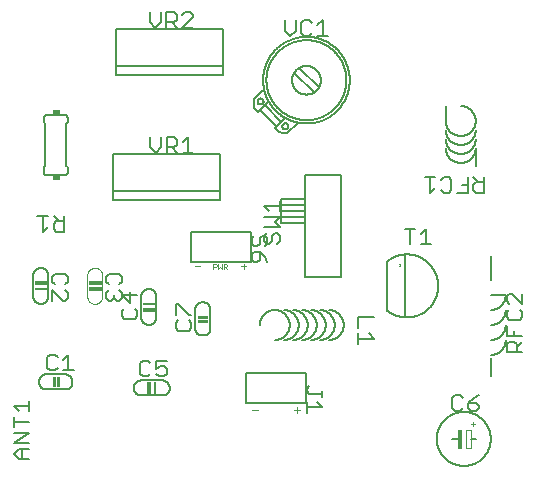
<source format=gto>
G75*
%MOIN*%
%OFA0B0*%
%FSLAX25Y25*%
%IPPOS*%
%LPD*%
%AMOC8*
5,1,8,0,0,1.08239X$1,22.5*
%
%ADD10C,0.00600*%
%ADD11C,0.00500*%
%ADD12C,0.00008*%
%ADD13R,0.04000X0.01000*%
%ADD14C,0.00299*%
%ADD15R,0.01000X0.04000*%
%ADD16C,0.00374*%
%ADD17C,0.00402*%
%ADD18R,0.01094X0.06000*%
%ADD19R,0.01252X0.00748*%
%ADD20R,0.01000X0.00748*%
%ADD21C,0.00598*%
%ADD22C,0.00200*%
%ADD23C,0.00300*%
%ADD24C,0.00100*%
%ADD25C,0.00799*%
D10*
X0033949Y0033355D02*
X0032205Y0035099D01*
X0033949Y0036843D01*
X0037436Y0036843D01*
X0037436Y0038720D02*
X0032205Y0038720D01*
X0037436Y0042208D01*
X0032205Y0042208D01*
X0032205Y0044086D02*
X0032205Y0047573D01*
X0032205Y0045829D02*
X0037436Y0045829D01*
X0037436Y0049451D02*
X0037436Y0052938D01*
X0037436Y0051194D02*
X0032205Y0051194D01*
X0033949Y0049451D01*
X0034821Y0036843D02*
X0034821Y0033355D01*
X0033949Y0033355D02*
X0037436Y0033355D01*
X0044243Y0063036D02*
X0045986Y0063036D01*
X0046858Y0063908D01*
X0048736Y0063036D02*
X0052224Y0063036D01*
X0050480Y0063036D02*
X0050480Y0068267D01*
X0048736Y0066524D01*
X0046858Y0067396D02*
X0045986Y0068267D01*
X0044243Y0068267D01*
X0043371Y0067396D01*
X0043371Y0063908D01*
X0044243Y0063036D01*
X0045036Y0086324D02*
X0045036Y0089811D01*
X0048524Y0086324D01*
X0049396Y0086324D01*
X0050267Y0087196D01*
X0050267Y0088939D01*
X0049396Y0089811D01*
X0049396Y0091689D02*
X0050267Y0092561D01*
X0050267Y0094305D01*
X0049396Y0095176D01*
X0045908Y0095176D01*
X0045036Y0094305D01*
X0045036Y0092561D01*
X0045908Y0091689D01*
X0046368Y0109205D02*
X0045496Y0110077D01*
X0045496Y0111821D01*
X0046368Y0112692D01*
X0048983Y0112692D01*
X0047240Y0112692D02*
X0045496Y0114436D01*
X0043618Y0114436D02*
X0040131Y0114436D01*
X0041875Y0114436D02*
X0041875Y0109205D01*
X0043618Y0110949D01*
X0046368Y0109205D02*
X0048983Y0109205D01*
X0048983Y0114436D01*
X0063908Y0095176D02*
X0063036Y0094305D01*
X0063036Y0092561D01*
X0063908Y0091689D01*
X0063908Y0089811D02*
X0063036Y0088939D01*
X0063036Y0087196D01*
X0063908Y0086324D01*
X0064780Y0086324D01*
X0065652Y0087196D01*
X0065652Y0088067D01*
X0065652Y0087196D02*
X0066524Y0086324D01*
X0067396Y0086324D01*
X0068267Y0087196D01*
X0068267Y0088939D01*
X0067396Y0089811D01*
X0068205Y0088159D02*
X0070821Y0085543D01*
X0070821Y0089031D01*
X0073436Y0088159D02*
X0068205Y0088159D01*
X0067396Y0091689D02*
X0068267Y0092561D01*
X0068267Y0094305D01*
X0067396Y0095176D01*
X0063908Y0095176D01*
X0069077Y0083665D02*
X0068205Y0082794D01*
X0068205Y0081050D01*
X0069077Y0080178D01*
X0072564Y0080178D01*
X0073436Y0081050D01*
X0073436Y0082794D01*
X0072564Y0083665D01*
X0086205Y0085149D02*
X0086205Y0081661D01*
X0087077Y0079784D02*
X0086205Y0078912D01*
X0086205Y0077168D01*
X0087077Y0076296D01*
X0090564Y0076296D01*
X0091436Y0077168D01*
X0091436Y0078912D01*
X0090564Y0079784D01*
X0090564Y0081661D02*
X0091436Y0081661D01*
X0090564Y0081661D02*
X0087077Y0085149D01*
X0086205Y0085149D01*
X0083149Y0066267D02*
X0079661Y0066267D01*
X0079661Y0063652D01*
X0081405Y0064524D01*
X0082277Y0064524D01*
X0083149Y0063652D01*
X0083149Y0061908D01*
X0082277Y0061036D01*
X0080533Y0061036D01*
X0079661Y0061908D01*
X0077784Y0061908D02*
X0076912Y0061036D01*
X0075168Y0061036D01*
X0074296Y0061908D01*
X0074296Y0065396D01*
X0075168Y0066267D01*
X0076912Y0066267D01*
X0077784Y0065396D01*
X0111536Y0099955D02*
X0112408Y0099084D01*
X0113280Y0099084D01*
X0114152Y0099955D01*
X0114152Y0102571D01*
X0112408Y0102571D01*
X0111536Y0101699D01*
X0111536Y0099955D01*
X0114152Y0102571D02*
X0115896Y0100827D01*
X0116767Y0099084D01*
X0115896Y0104449D02*
X0116767Y0105321D01*
X0116767Y0107064D01*
X0115896Y0107936D01*
X0115024Y0107936D01*
X0114152Y0107064D01*
X0114152Y0105321D01*
X0113280Y0104449D01*
X0112408Y0104449D01*
X0111536Y0105321D01*
X0111536Y0107064D01*
X0112408Y0107936D01*
X0115705Y0107939D02*
X0115705Y0106195D01*
X0116577Y0105324D01*
X0117449Y0105324D01*
X0118321Y0106195D01*
X0118321Y0107939D01*
X0119192Y0108811D01*
X0120064Y0108811D01*
X0120936Y0107939D01*
X0120936Y0106195D01*
X0120064Y0105324D01*
X0116577Y0108811D02*
X0115705Y0107939D01*
X0115705Y0110689D02*
X0120936Y0110689D01*
X0119192Y0112433D01*
X0120936Y0114176D01*
X0115705Y0114176D01*
X0117449Y0116054D02*
X0115705Y0117798D01*
X0120936Y0117798D01*
X0120936Y0116054D02*
X0120936Y0119542D01*
X0092022Y0135635D02*
X0088534Y0135635D01*
X0090278Y0135635D02*
X0090278Y0140866D01*
X0088534Y0139122D01*
X0086657Y0139994D02*
X0086657Y0138250D01*
X0085785Y0137378D01*
X0083169Y0137378D01*
X0083169Y0135635D02*
X0083169Y0140866D01*
X0085785Y0140866D01*
X0086657Y0139994D01*
X0084913Y0137378D02*
X0086657Y0135635D01*
X0081291Y0137378D02*
X0081291Y0140866D01*
X0081291Y0137378D02*
X0079548Y0135635D01*
X0077804Y0137378D01*
X0077804Y0140866D01*
X0079473Y0177280D02*
X0081217Y0179024D01*
X0081217Y0182512D01*
X0083094Y0182512D02*
X0085710Y0182512D01*
X0086582Y0181640D01*
X0086582Y0179896D01*
X0085710Y0179024D01*
X0083094Y0179024D01*
X0083094Y0177280D02*
X0083094Y0182512D01*
X0084838Y0179024D02*
X0086582Y0177280D01*
X0088460Y0177280D02*
X0091947Y0180768D01*
X0091947Y0181640D01*
X0091075Y0182512D01*
X0089331Y0182512D01*
X0088460Y0181640D01*
X0088460Y0177280D02*
X0091947Y0177280D01*
X0079473Y0177280D02*
X0077729Y0179024D01*
X0077729Y0182512D01*
X0122686Y0179787D02*
X0122686Y0176300D01*
X0124430Y0174556D01*
X0126173Y0176300D01*
X0126173Y0179787D01*
X0128051Y0178915D02*
X0128051Y0175428D01*
X0128923Y0174556D01*
X0130667Y0174556D01*
X0131539Y0175428D01*
X0133416Y0174556D02*
X0136904Y0174556D01*
X0135160Y0174556D02*
X0135160Y0179787D01*
X0133416Y0178043D01*
X0131539Y0178915D02*
X0130667Y0179787D01*
X0128923Y0179787D01*
X0128051Y0178915D01*
X0169294Y0127436D02*
X0172782Y0127436D01*
X0171038Y0127436D02*
X0171038Y0122205D01*
X0172782Y0123949D01*
X0174659Y0123077D02*
X0175531Y0122205D01*
X0177275Y0122205D01*
X0178147Y0123077D01*
X0178147Y0126564D01*
X0177275Y0127436D01*
X0175531Y0127436D01*
X0174659Y0126564D01*
X0180024Y0122205D02*
X0183512Y0122205D01*
X0183512Y0127436D01*
X0185390Y0127436D02*
X0187133Y0125692D01*
X0186262Y0125692D02*
X0188877Y0125692D01*
X0188877Y0127436D02*
X0188877Y0122205D01*
X0186262Y0122205D01*
X0185390Y0123077D01*
X0185390Y0124821D01*
X0186262Y0125692D01*
X0183512Y0124821D02*
X0181768Y0124821D01*
X0169598Y0110267D02*
X0169598Y0105036D01*
X0167854Y0105036D02*
X0171342Y0105036D01*
X0167854Y0108524D02*
X0169598Y0110267D01*
X0165976Y0110267D02*
X0162489Y0110267D01*
X0164233Y0110267D02*
X0164233Y0105036D01*
X0152267Y0080743D02*
X0147036Y0080743D01*
X0147036Y0077256D01*
X0147036Y0075378D02*
X0147036Y0071891D01*
X0147036Y0073634D02*
X0152267Y0073634D01*
X0150524Y0075378D01*
X0135078Y0056074D02*
X0135078Y0054331D01*
X0135078Y0055202D02*
X0130719Y0055202D01*
X0129847Y0056074D01*
X0129847Y0056946D01*
X0130719Y0057818D01*
X0129847Y0052453D02*
X0129847Y0048965D01*
X0129847Y0050709D02*
X0135078Y0050709D01*
X0133335Y0052453D01*
X0178418Y0053896D02*
X0178418Y0050408D01*
X0179290Y0049536D01*
X0181034Y0049536D01*
X0181906Y0050408D01*
X0183783Y0050408D02*
X0183783Y0052152D01*
X0186399Y0052152D01*
X0187271Y0051280D01*
X0187271Y0050408D01*
X0186399Y0049536D01*
X0184655Y0049536D01*
X0183783Y0050408D01*
X0183783Y0052152D02*
X0185527Y0053896D01*
X0187271Y0054767D01*
X0181906Y0053896D02*
X0181034Y0054767D01*
X0179290Y0054767D01*
X0178418Y0053896D01*
X0196532Y0069091D02*
X0196532Y0071707D01*
X0197404Y0072579D01*
X0199147Y0072579D01*
X0200019Y0071707D01*
X0200019Y0069091D01*
X0200019Y0070835D02*
X0201763Y0072579D01*
X0201763Y0074456D02*
X0196532Y0074456D01*
X0196532Y0077944D01*
X0197404Y0079822D02*
X0200891Y0079822D01*
X0201763Y0080693D01*
X0201763Y0082437D01*
X0200891Y0083309D01*
X0201763Y0085187D02*
X0198276Y0088674D01*
X0197404Y0088674D01*
X0196532Y0087802D01*
X0196532Y0086059D01*
X0197404Y0085187D01*
X0197404Y0083309D02*
X0196532Y0082437D01*
X0196532Y0080693D01*
X0197404Y0079822D01*
X0199147Y0076200D02*
X0199147Y0074456D01*
X0201763Y0069091D02*
X0196532Y0069091D01*
X0201763Y0085187D02*
X0201763Y0088674D01*
D11*
X0196236Y0088236D02*
X0191236Y0088236D01*
X0191236Y0083236D02*
X0191376Y0083238D01*
X0191516Y0083244D01*
X0191656Y0083254D01*
X0191796Y0083267D01*
X0191935Y0083285D01*
X0192073Y0083307D01*
X0192211Y0083332D01*
X0192349Y0083361D01*
X0192485Y0083394D01*
X0192620Y0083431D01*
X0192754Y0083472D01*
X0192887Y0083517D01*
X0193019Y0083565D01*
X0193149Y0083617D01*
X0193278Y0083672D01*
X0193405Y0083731D01*
X0193531Y0083794D01*
X0193655Y0083860D01*
X0193776Y0083929D01*
X0193896Y0084002D01*
X0194014Y0084079D01*
X0194129Y0084158D01*
X0194243Y0084241D01*
X0194353Y0084327D01*
X0194462Y0084416D01*
X0194568Y0084508D01*
X0194671Y0084603D01*
X0194772Y0084700D01*
X0194869Y0084801D01*
X0194964Y0084904D01*
X0195056Y0085010D01*
X0195145Y0085119D01*
X0195231Y0085229D01*
X0195314Y0085343D01*
X0195393Y0085458D01*
X0195470Y0085576D01*
X0195543Y0085696D01*
X0195612Y0085817D01*
X0195678Y0085941D01*
X0195741Y0086067D01*
X0195800Y0086194D01*
X0195855Y0086323D01*
X0195907Y0086453D01*
X0195955Y0086585D01*
X0196000Y0086718D01*
X0196041Y0086852D01*
X0196078Y0086987D01*
X0196111Y0087123D01*
X0196140Y0087261D01*
X0196165Y0087399D01*
X0196187Y0087537D01*
X0196205Y0087676D01*
X0196218Y0087816D01*
X0196228Y0087956D01*
X0196234Y0088096D01*
X0196236Y0088236D01*
X0196236Y0083236D02*
X0196234Y0083096D01*
X0196228Y0082956D01*
X0196218Y0082816D01*
X0196205Y0082676D01*
X0196187Y0082537D01*
X0196165Y0082399D01*
X0196140Y0082261D01*
X0196111Y0082123D01*
X0196078Y0081987D01*
X0196041Y0081852D01*
X0196000Y0081718D01*
X0195955Y0081585D01*
X0195907Y0081453D01*
X0195855Y0081323D01*
X0195800Y0081194D01*
X0195741Y0081067D01*
X0195678Y0080941D01*
X0195612Y0080817D01*
X0195543Y0080696D01*
X0195470Y0080576D01*
X0195393Y0080458D01*
X0195314Y0080343D01*
X0195231Y0080229D01*
X0195145Y0080119D01*
X0195056Y0080010D01*
X0194964Y0079904D01*
X0194869Y0079801D01*
X0194772Y0079700D01*
X0194671Y0079603D01*
X0194568Y0079508D01*
X0194462Y0079416D01*
X0194353Y0079327D01*
X0194243Y0079241D01*
X0194129Y0079158D01*
X0194014Y0079079D01*
X0193896Y0079002D01*
X0193776Y0078929D01*
X0193655Y0078860D01*
X0193531Y0078794D01*
X0193405Y0078731D01*
X0193278Y0078672D01*
X0193149Y0078617D01*
X0193019Y0078565D01*
X0192887Y0078517D01*
X0192754Y0078472D01*
X0192620Y0078431D01*
X0192485Y0078394D01*
X0192349Y0078361D01*
X0192211Y0078332D01*
X0192073Y0078307D01*
X0191935Y0078285D01*
X0191796Y0078267D01*
X0191656Y0078254D01*
X0191516Y0078244D01*
X0191376Y0078238D01*
X0191236Y0078236D01*
X0191236Y0073236D02*
X0191376Y0073238D01*
X0191516Y0073244D01*
X0191656Y0073254D01*
X0191796Y0073267D01*
X0191935Y0073285D01*
X0192073Y0073307D01*
X0192211Y0073332D01*
X0192349Y0073361D01*
X0192485Y0073394D01*
X0192620Y0073431D01*
X0192754Y0073472D01*
X0192887Y0073517D01*
X0193019Y0073565D01*
X0193149Y0073617D01*
X0193278Y0073672D01*
X0193405Y0073731D01*
X0193531Y0073794D01*
X0193655Y0073860D01*
X0193776Y0073929D01*
X0193896Y0074002D01*
X0194014Y0074079D01*
X0194129Y0074158D01*
X0194243Y0074241D01*
X0194353Y0074327D01*
X0194462Y0074416D01*
X0194568Y0074508D01*
X0194671Y0074603D01*
X0194772Y0074700D01*
X0194869Y0074801D01*
X0194964Y0074904D01*
X0195056Y0075010D01*
X0195145Y0075119D01*
X0195231Y0075229D01*
X0195314Y0075343D01*
X0195393Y0075458D01*
X0195470Y0075576D01*
X0195543Y0075696D01*
X0195612Y0075817D01*
X0195678Y0075941D01*
X0195741Y0076067D01*
X0195800Y0076194D01*
X0195855Y0076323D01*
X0195907Y0076453D01*
X0195955Y0076585D01*
X0196000Y0076718D01*
X0196041Y0076852D01*
X0196078Y0076987D01*
X0196111Y0077123D01*
X0196140Y0077261D01*
X0196165Y0077399D01*
X0196187Y0077537D01*
X0196205Y0077676D01*
X0196218Y0077816D01*
X0196228Y0077956D01*
X0196234Y0078096D01*
X0196236Y0078236D01*
X0196236Y0073236D02*
X0196234Y0073096D01*
X0196228Y0072956D01*
X0196218Y0072816D01*
X0196205Y0072676D01*
X0196187Y0072537D01*
X0196165Y0072399D01*
X0196140Y0072261D01*
X0196111Y0072123D01*
X0196078Y0071987D01*
X0196041Y0071852D01*
X0196000Y0071718D01*
X0195955Y0071585D01*
X0195907Y0071453D01*
X0195855Y0071323D01*
X0195800Y0071194D01*
X0195741Y0071067D01*
X0195678Y0070941D01*
X0195612Y0070817D01*
X0195543Y0070696D01*
X0195470Y0070576D01*
X0195393Y0070458D01*
X0195314Y0070343D01*
X0195231Y0070229D01*
X0195145Y0070119D01*
X0195056Y0070010D01*
X0194964Y0069904D01*
X0194869Y0069801D01*
X0194772Y0069700D01*
X0194671Y0069603D01*
X0194568Y0069508D01*
X0194462Y0069416D01*
X0194353Y0069327D01*
X0194243Y0069241D01*
X0194129Y0069158D01*
X0194014Y0069079D01*
X0193896Y0069002D01*
X0193776Y0068929D01*
X0193655Y0068860D01*
X0193531Y0068794D01*
X0193405Y0068731D01*
X0193278Y0068672D01*
X0193149Y0068617D01*
X0193019Y0068565D01*
X0192887Y0068517D01*
X0192754Y0068472D01*
X0192620Y0068431D01*
X0192485Y0068394D01*
X0192349Y0068361D01*
X0192211Y0068332D01*
X0192073Y0068307D01*
X0191935Y0068285D01*
X0191796Y0068267D01*
X0191656Y0068254D01*
X0191516Y0068244D01*
X0191376Y0068238D01*
X0191236Y0068236D01*
X0191236Y0067236D02*
X0191236Y0061236D01*
X0186236Y0040236D02*
X0184736Y0040236D01*
X0173236Y0040236D02*
X0173239Y0040457D01*
X0173247Y0040678D01*
X0173260Y0040898D01*
X0173279Y0041118D01*
X0173304Y0041338D01*
X0173333Y0041557D01*
X0173369Y0041775D01*
X0173409Y0041992D01*
X0173455Y0042208D01*
X0173506Y0042423D01*
X0173562Y0042636D01*
X0173624Y0042849D01*
X0173690Y0043059D01*
X0173762Y0043268D01*
X0173839Y0043475D01*
X0173921Y0043680D01*
X0174008Y0043883D01*
X0174100Y0044084D01*
X0174197Y0044283D01*
X0174299Y0044479D01*
X0174405Y0044672D01*
X0174516Y0044863D01*
X0174632Y0045051D01*
X0174753Y0045236D01*
X0174878Y0045418D01*
X0175007Y0045597D01*
X0175141Y0045773D01*
X0175279Y0045946D01*
X0175421Y0046115D01*
X0175567Y0046280D01*
X0175718Y0046442D01*
X0175872Y0046600D01*
X0176030Y0046754D01*
X0176192Y0046905D01*
X0176357Y0047051D01*
X0176526Y0047193D01*
X0176699Y0047331D01*
X0176875Y0047465D01*
X0177054Y0047594D01*
X0177236Y0047719D01*
X0177421Y0047840D01*
X0177609Y0047956D01*
X0177800Y0048067D01*
X0177993Y0048173D01*
X0178189Y0048275D01*
X0178388Y0048372D01*
X0178589Y0048464D01*
X0178792Y0048551D01*
X0178997Y0048633D01*
X0179204Y0048710D01*
X0179413Y0048782D01*
X0179623Y0048848D01*
X0179836Y0048910D01*
X0180049Y0048966D01*
X0180264Y0049017D01*
X0180480Y0049063D01*
X0180697Y0049103D01*
X0180915Y0049139D01*
X0181134Y0049168D01*
X0181354Y0049193D01*
X0181574Y0049212D01*
X0181794Y0049225D01*
X0182015Y0049233D01*
X0182236Y0049236D01*
X0182457Y0049233D01*
X0182678Y0049225D01*
X0182898Y0049212D01*
X0183118Y0049193D01*
X0183338Y0049168D01*
X0183557Y0049139D01*
X0183775Y0049103D01*
X0183992Y0049063D01*
X0184208Y0049017D01*
X0184423Y0048966D01*
X0184636Y0048910D01*
X0184849Y0048848D01*
X0185059Y0048782D01*
X0185268Y0048710D01*
X0185475Y0048633D01*
X0185680Y0048551D01*
X0185883Y0048464D01*
X0186084Y0048372D01*
X0186283Y0048275D01*
X0186479Y0048173D01*
X0186672Y0048067D01*
X0186863Y0047956D01*
X0187051Y0047840D01*
X0187236Y0047719D01*
X0187418Y0047594D01*
X0187597Y0047465D01*
X0187773Y0047331D01*
X0187946Y0047193D01*
X0188115Y0047051D01*
X0188280Y0046905D01*
X0188442Y0046754D01*
X0188600Y0046600D01*
X0188754Y0046442D01*
X0188905Y0046280D01*
X0189051Y0046115D01*
X0189193Y0045946D01*
X0189331Y0045773D01*
X0189465Y0045597D01*
X0189594Y0045418D01*
X0189719Y0045236D01*
X0189840Y0045051D01*
X0189956Y0044863D01*
X0190067Y0044672D01*
X0190173Y0044479D01*
X0190275Y0044283D01*
X0190372Y0044084D01*
X0190464Y0043883D01*
X0190551Y0043680D01*
X0190633Y0043475D01*
X0190710Y0043268D01*
X0190782Y0043059D01*
X0190848Y0042849D01*
X0190910Y0042636D01*
X0190966Y0042423D01*
X0191017Y0042208D01*
X0191063Y0041992D01*
X0191103Y0041775D01*
X0191139Y0041557D01*
X0191168Y0041338D01*
X0191193Y0041118D01*
X0191212Y0040898D01*
X0191225Y0040678D01*
X0191233Y0040457D01*
X0191236Y0040236D01*
X0191233Y0040015D01*
X0191225Y0039794D01*
X0191212Y0039574D01*
X0191193Y0039354D01*
X0191168Y0039134D01*
X0191139Y0038915D01*
X0191103Y0038697D01*
X0191063Y0038480D01*
X0191017Y0038264D01*
X0190966Y0038049D01*
X0190910Y0037836D01*
X0190848Y0037623D01*
X0190782Y0037413D01*
X0190710Y0037204D01*
X0190633Y0036997D01*
X0190551Y0036792D01*
X0190464Y0036589D01*
X0190372Y0036388D01*
X0190275Y0036189D01*
X0190173Y0035993D01*
X0190067Y0035800D01*
X0189956Y0035609D01*
X0189840Y0035421D01*
X0189719Y0035236D01*
X0189594Y0035054D01*
X0189465Y0034875D01*
X0189331Y0034699D01*
X0189193Y0034526D01*
X0189051Y0034357D01*
X0188905Y0034192D01*
X0188754Y0034030D01*
X0188600Y0033872D01*
X0188442Y0033718D01*
X0188280Y0033567D01*
X0188115Y0033421D01*
X0187946Y0033279D01*
X0187773Y0033141D01*
X0187597Y0033007D01*
X0187418Y0032878D01*
X0187236Y0032753D01*
X0187051Y0032632D01*
X0186863Y0032516D01*
X0186672Y0032405D01*
X0186479Y0032299D01*
X0186283Y0032197D01*
X0186084Y0032100D01*
X0185883Y0032008D01*
X0185680Y0031921D01*
X0185475Y0031839D01*
X0185268Y0031762D01*
X0185059Y0031690D01*
X0184849Y0031624D01*
X0184636Y0031562D01*
X0184423Y0031506D01*
X0184208Y0031455D01*
X0183992Y0031409D01*
X0183775Y0031369D01*
X0183557Y0031333D01*
X0183338Y0031304D01*
X0183118Y0031279D01*
X0182898Y0031260D01*
X0182678Y0031247D01*
X0182457Y0031239D01*
X0182236Y0031236D01*
X0182015Y0031239D01*
X0181794Y0031247D01*
X0181574Y0031260D01*
X0181354Y0031279D01*
X0181134Y0031304D01*
X0180915Y0031333D01*
X0180697Y0031369D01*
X0180480Y0031409D01*
X0180264Y0031455D01*
X0180049Y0031506D01*
X0179836Y0031562D01*
X0179623Y0031624D01*
X0179413Y0031690D01*
X0179204Y0031762D01*
X0178997Y0031839D01*
X0178792Y0031921D01*
X0178589Y0032008D01*
X0178388Y0032100D01*
X0178189Y0032197D01*
X0177993Y0032299D01*
X0177800Y0032405D01*
X0177609Y0032516D01*
X0177421Y0032632D01*
X0177236Y0032753D01*
X0177054Y0032878D01*
X0176875Y0033007D01*
X0176699Y0033141D01*
X0176526Y0033279D01*
X0176357Y0033421D01*
X0176192Y0033567D01*
X0176030Y0033718D01*
X0175872Y0033872D01*
X0175718Y0034030D01*
X0175567Y0034192D01*
X0175421Y0034357D01*
X0175279Y0034526D01*
X0175141Y0034699D01*
X0175007Y0034875D01*
X0174878Y0035054D01*
X0174753Y0035236D01*
X0174632Y0035421D01*
X0174516Y0035609D01*
X0174405Y0035800D01*
X0174299Y0035993D01*
X0174197Y0036189D01*
X0174100Y0036388D01*
X0174008Y0036589D01*
X0173921Y0036792D01*
X0173839Y0036997D01*
X0173762Y0037204D01*
X0173690Y0037413D01*
X0173624Y0037623D01*
X0173562Y0037836D01*
X0173506Y0038049D01*
X0173455Y0038264D01*
X0173409Y0038480D01*
X0173369Y0038697D01*
X0173333Y0038915D01*
X0173304Y0039134D01*
X0173279Y0039354D01*
X0173260Y0039574D01*
X0173247Y0039794D01*
X0173239Y0040015D01*
X0173236Y0040236D01*
X0178236Y0040236D02*
X0180248Y0040236D01*
X0162736Y0080748D02*
X0162736Y0101724D01*
X0156736Y0099484D02*
X0156736Y0082988D01*
X0156736Y0099484D02*
X0156925Y0099630D01*
X0157118Y0099771D01*
X0157314Y0099908D01*
X0157512Y0100040D01*
X0157714Y0100168D01*
X0157919Y0100291D01*
X0158126Y0100410D01*
X0158336Y0100523D01*
X0158549Y0100632D01*
X0158764Y0100736D01*
X0158764Y0081736D02*
X0158998Y0081629D01*
X0159235Y0081528D01*
X0159475Y0081433D01*
X0159716Y0081344D01*
X0159960Y0081260D01*
X0160205Y0081183D01*
X0160453Y0081112D01*
X0160702Y0081047D01*
X0160952Y0080988D01*
X0161204Y0080935D01*
X0161458Y0080888D01*
X0161712Y0080847D01*
X0161967Y0080813D01*
X0162223Y0080785D01*
X0162480Y0080763D01*
X0162737Y0080748D01*
X0158764Y0100737D02*
X0158998Y0100844D01*
X0159235Y0100945D01*
X0159475Y0101040D01*
X0159716Y0101129D01*
X0159960Y0101213D01*
X0160205Y0101290D01*
X0160453Y0101361D01*
X0160702Y0101426D01*
X0160952Y0101485D01*
X0161204Y0101538D01*
X0161458Y0101585D01*
X0161712Y0101626D01*
X0161967Y0101660D01*
X0162223Y0101688D01*
X0162480Y0101710D01*
X0162737Y0101725D01*
X0162736Y0101725D02*
X0162992Y0101734D01*
X0163248Y0101737D01*
X0163504Y0101734D01*
X0163759Y0101724D01*
X0164015Y0101708D01*
X0164270Y0101686D01*
X0164525Y0101658D01*
X0164778Y0101623D01*
X0165031Y0101582D01*
X0165283Y0101536D01*
X0165533Y0101483D01*
X0165782Y0101424D01*
X0166030Y0101358D01*
X0166276Y0101287D01*
X0166520Y0101210D01*
X0166762Y0101127D01*
X0167002Y0101038D01*
X0167240Y0100944D01*
X0167476Y0100843D01*
X0167708Y0100737D01*
X0156736Y0082988D02*
X0156933Y0082835D01*
X0157135Y0082688D01*
X0157339Y0082545D01*
X0157547Y0082408D01*
X0157758Y0082275D01*
X0157972Y0082147D01*
X0158190Y0082025D01*
X0158410Y0081907D01*
X0158633Y0081795D01*
X0158858Y0081688D01*
X0162736Y0080748D02*
X0162992Y0080739D01*
X0163248Y0080736D01*
X0163504Y0080739D01*
X0163759Y0080749D01*
X0164015Y0080765D01*
X0164270Y0080787D01*
X0164525Y0080815D01*
X0164778Y0080850D01*
X0165031Y0080891D01*
X0165283Y0080937D01*
X0165533Y0080990D01*
X0165782Y0081049D01*
X0166030Y0081115D01*
X0166276Y0081186D01*
X0166520Y0081263D01*
X0166762Y0081346D01*
X0167002Y0081435D01*
X0167240Y0081529D01*
X0167476Y0081630D01*
X0167708Y0081736D01*
X0167709Y0081736D02*
X0167939Y0081847D01*
X0168166Y0081965D01*
X0168390Y0082087D01*
X0168611Y0082215D01*
X0168828Y0082349D01*
X0169043Y0082487D01*
X0169254Y0082631D01*
X0169461Y0082780D01*
X0169665Y0082934D01*
X0169865Y0083092D01*
X0170061Y0083256D01*
X0170253Y0083424D01*
X0170441Y0083597D01*
X0170625Y0083775D01*
X0170804Y0083956D01*
X0170979Y0084143D01*
X0171149Y0084333D01*
X0171314Y0084527D01*
X0171475Y0084726D01*
X0171631Y0084928D01*
X0171782Y0085134D01*
X0171928Y0085344D01*
X0172068Y0085557D01*
X0172204Y0085773D01*
X0172334Y0085993D01*
X0172459Y0086215D01*
X0172578Y0086441D01*
X0172692Y0086670D01*
X0172800Y0086901D01*
X0172903Y0087135D01*
X0173000Y0087371D01*
X0173091Y0087610D01*
X0173176Y0087850D01*
X0173256Y0088093D01*
X0173329Y0088338D01*
X0173397Y0088584D01*
X0173458Y0088832D01*
X0173513Y0089081D01*
X0173563Y0089331D01*
X0173606Y0089583D01*
X0173643Y0089836D01*
X0173674Y0090089D01*
X0173699Y0090343D01*
X0173718Y0090598D01*
X0173730Y0090853D01*
X0173736Y0091108D01*
X0173736Y0091364D01*
X0173730Y0091619D01*
X0173718Y0091874D01*
X0173699Y0092129D01*
X0173674Y0092383D01*
X0173643Y0092636D01*
X0173606Y0092889D01*
X0173563Y0093141D01*
X0173513Y0093391D01*
X0173458Y0093640D01*
X0173397Y0093888D01*
X0173329Y0094134D01*
X0173256Y0094379D01*
X0173176Y0094622D01*
X0173091Y0094862D01*
X0173000Y0095101D01*
X0172903Y0095337D01*
X0172800Y0095571D01*
X0172692Y0095802D01*
X0172578Y0096031D01*
X0172459Y0096257D01*
X0172334Y0096479D01*
X0172204Y0096699D01*
X0172068Y0096915D01*
X0171928Y0097128D01*
X0171782Y0097338D01*
X0171631Y0097544D01*
X0171475Y0097746D01*
X0171314Y0097945D01*
X0171149Y0098139D01*
X0170979Y0098329D01*
X0170804Y0098516D01*
X0170625Y0098697D01*
X0170441Y0098875D01*
X0170253Y0099048D01*
X0170061Y0099216D01*
X0169865Y0099380D01*
X0169665Y0099538D01*
X0169461Y0099692D01*
X0169254Y0099841D01*
X0169043Y0099985D01*
X0168828Y0100123D01*
X0168611Y0100257D01*
X0168390Y0100385D01*
X0168166Y0100507D01*
X0167939Y0100625D01*
X0167709Y0100736D01*
X0191236Y0101236D02*
X0191236Y0093236D01*
X0186236Y0131236D02*
X0186236Y0137236D01*
X0186234Y0137096D01*
X0186228Y0136956D01*
X0186218Y0136816D01*
X0186205Y0136676D01*
X0186187Y0136537D01*
X0186165Y0136399D01*
X0186140Y0136261D01*
X0186111Y0136123D01*
X0186078Y0135987D01*
X0186041Y0135852D01*
X0186000Y0135718D01*
X0185955Y0135585D01*
X0185907Y0135453D01*
X0185855Y0135323D01*
X0185800Y0135194D01*
X0185741Y0135067D01*
X0185678Y0134941D01*
X0185612Y0134817D01*
X0185543Y0134696D01*
X0185470Y0134576D01*
X0185393Y0134458D01*
X0185314Y0134343D01*
X0185231Y0134229D01*
X0185145Y0134119D01*
X0185056Y0134010D01*
X0184964Y0133904D01*
X0184869Y0133801D01*
X0184772Y0133700D01*
X0184671Y0133603D01*
X0184568Y0133508D01*
X0184462Y0133416D01*
X0184353Y0133327D01*
X0184243Y0133241D01*
X0184129Y0133158D01*
X0184014Y0133079D01*
X0183896Y0133002D01*
X0183776Y0132929D01*
X0183655Y0132860D01*
X0183531Y0132794D01*
X0183405Y0132731D01*
X0183278Y0132672D01*
X0183149Y0132617D01*
X0183019Y0132565D01*
X0182887Y0132517D01*
X0182754Y0132472D01*
X0182620Y0132431D01*
X0182485Y0132394D01*
X0182349Y0132361D01*
X0182211Y0132332D01*
X0182073Y0132307D01*
X0181935Y0132285D01*
X0181796Y0132267D01*
X0181656Y0132254D01*
X0181516Y0132244D01*
X0181376Y0132238D01*
X0181236Y0132236D01*
X0181096Y0132238D01*
X0180956Y0132244D01*
X0180816Y0132254D01*
X0180676Y0132267D01*
X0180537Y0132285D01*
X0180399Y0132307D01*
X0180261Y0132332D01*
X0180123Y0132361D01*
X0179987Y0132394D01*
X0179852Y0132431D01*
X0179718Y0132472D01*
X0179585Y0132517D01*
X0179453Y0132565D01*
X0179323Y0132617D01*
X0179194Y0132672D01*
X0179067Y0132731D01*
X0178941Y0132794D01*
X0178817Y0132860D01*
X0178696Y0132929D01*
X0178576Y0133002D01*
X0178458Y0133079D01*
X0178343Y0133158D01*
X0178229Y0133241D01*
X0178119Y0133327D01*
X0178010Y0133416D01*
X0177904Y0133508D01*
X0177801Y0133603D01*
X0177700Y0133700D01*
X0177603Y0133801D01*
X0177508Y0133904D01*
X0177416Y0134010D01*
X0177327Y0134119D01*
X0177241Y0134229D01*
X0177158Y0134343D01*
X0177079Y0134458D01*
X0177002Y0134576D01*
X0176929Y0134696D01*
X0176860Y0134817D01*
X0176794Y0134941D01*
X0176731Y0135067D01*
X0176672Y0135194D01*
X0176617Y0135323D01*
X0176565Y0135453D01*
X0176517Y0135585D01*
X0176472Y0135718D01*
X0176431Y0135852D01*
X0176394Y0135987D01*
X0176361Y0136123D01*
X0176332Y0136261D01*
X0176307Y0136399D01*
X0176285Y0136537D01*
X0176267Y0136676D01*
X0176254Y0136816D01*
X0176244Y0136956D01*
X0176238Y0137096D01*
X0176236Y0137236D01*
X0176236Y0140236D02*
X0176238Y0140096D01*
X0176244Y0139956D01*
X0176254Y0139816D01*
X0176267Y0139676D01*
X0176285Y0139537D01*
X0176307Y0139399D01*
X0176332Y0139261D01*
X0176361Y0139123D01*
X0176394Y0138987D01*
X0176431Y0138852D01*
X0176472Y0138718D01*
X0176517Y0138585D01*
X0176565Y0138453D01*
X0176617Y0138323D01*
X0176672Y0138194D01*
X0176731Y0138067D01*
X0176794Y0137941D01*
X0176860Y0137817D01*
X0176929Y0137696D01*
X0177002Y0137576D01*
X0177079Y0137458D01*
X0177158Y0137343D01*
X0177241Y0137229D01*
X0177327Y0137119D01*
X0177416Y0137010D01*
X0177508Y0136904D01*
X0177603Y0136801D01*
X0177700Y0136700D01*
X0177801Y0136603D01*
X0177904Y0136508D01*
X0178010Y0136416D01*
X0178119Y0136327D01*
X0178229Y0136241D01*
X0178343Y0136158D01*
X0178458Y0136079D01*
X0178576Y0136002D01*
X0178696Y0135929D01*
X0178817Y0135860D01*
X0178941Y0135794D01*
X0179067Y0135731D01*
X0179194Y0135672D01*
X0179323Y0135617D01*
X0179453Y0135565D01*
X0179585Y0135517D01*
X0179718Y0135472D01*
X0179852Y0135431D01*
X0179987Y0135394D01*
X0180123Y0135361D01*
X0180261Y0135332D01*
X0180399Y0135307D01*
X0180537Y0135285D01*
X0180676Y0135267D01*
X0180816Y0135254D01*
X0180956Y0135244D01*
X0181096Y0135238D01*
X0181236Y0135236D01*
X0181376Y0135238D01*
X0181516Y0135244D01*
X0181656Y0135254D01*
X0181796Y0135267D01*
X0181935Y0135285D01*
X0182073Y0135307D01*
X0182211Y0135332D01*
X0182349Y0135361D01*
X0182485Y0135394D01*
X0182620Y0135431D01*
X0182754Y0135472D01*
X0182887Y0135517D01*
X0183019Y0135565D01*
X0183149Y0135617D01*
X0183278Y0135672D01*
X0183405Y0135731D01*
X0183531Y0135794D01*
X0183655Y0135860D01*
X0183776Y0135929D01*
X0183896Y0136002D01*
X0184014Y0136079D01*
X0184129Y0136158D01*
X0184243Y0136241D01*
X0184353Y0136327D01*
X0184462Y0136416D01*
X0184568Y0136508D01*
X0184671Y0136603D01*
X0184772Y0136700D01*
X0184869Y0136801D01*
X0184964Y0136904D01*
X0185056Y0137010D01*
X0185145Y0137119D01*
X0185231Y0137229D01*
X0185314Y0137343D01*
X0185393Y0137458D01*
X0185470Y0137576D01*
X0185543Y0137696D01*
X0185612Y0137817D01*
X0185678Y0137941D01*
X0185741Y0138067D01*
X0185800Y0138194D01*
X0185855Y0138323D01*
X0185907Y0138453D01*
X0185955Y0138585D01*
X0186000Y0138718D01*
X0186041Y0138852D01*
X0186078Y0138987D01*
X0186111Y0139123D01*
X0186140Y0139261D01*
X0186165Y0139399D01*
X0186187Y0139537D01*
X0186205Y0139676D01*
X0186218Y0139816D01*
X0186228Y0139956D01*
X0186234Y0140096D01*
X0186236Y0140236D01*
X0186236Y0143236D02*
X0186234Y0143096D01*
X0186228Y0142956D01*
X0186218Y0142816D01*
X0186205Y0142676D01*
X0186187Y0142537D01*
X0186165Y0142399D01*
X0186140Y0142261D01*
X0186111Y0142123D01*
X0186078Y0141987D01*
X0186041Y0141852D01*
X0186000Y0141718D01*
X0185955Y0141585D01*
X0185907Y0141453D01*
X0185855Y0141323D01*
X0185800Y0141194D01*
X0185741Y0141067D01*
X0185678Y0140941D01*
X0185612Y0140817D01*
X0185543Y0140696D01*
X0185470Y0140576D01*
X0185393Y0140458D01*
X0185314Y0140343D01*
X0185231Y0140229D01*
X0185145Y0140119D01*
X0185056Y0140010D01*
X0184964Y0139904D01*
X0184869Y0139801D01*
X0184772Y0139700D01*
X0184671Y0139603D01*
X0184568Y0139508D01*
X0184462Y0139416D01*
X0184353Y0139327D01*
X0184243Y0139241D01*
X0184129Y0139158D01*
X0184014Y0139079D01*
X0183896Y0139002D01*
X0183776Y0138929D01*
X0183655Y0138860D01*
X0183531Y0138794D01*
X0183405Y0138731D01*
X0183278Y0138672D01*
X0183149Y0138617D01*
X0183019Y0138565D01*
X0182887Y0138517D01*
X0182754Y0138472D01*
X0182620Y0138431D01*
X0182485Y0138394D01*
X0182349Y0138361D01*
X0182211Y0138332D01*
X0182073Y0138307D01*
X0181935Y0138285D01*
X0181796Y0138267D01*
X0181656Y0138254D01*
X0181516Y0138244D01*
X0181376Y0138238D01*
X0181236Y0138236D01*
X0181096Y0138238D01*
X0180956Y0138244D01*
X0180816Y0138254D01*
X0180676Y0138267D01*
X0180537Y0138285D01*
X0180399Y0138307D01*
X0180261Y0138332D01*
X0180123Y0138361D01*
X0179987Y0138394D01*
X0179852Y0138431D01*
X0179718Y0138472D01*
X0179585Y0138517D01*
X0179453Y0138565D01*
X0179323Y0138617D01*
X0179194Y0138672D01*
X0179067Y0138731D01*
X0178941Y0138794D01*
X0178817Y0138860D01*
X0178696Y0138929D01*
X0178576Y0139002D01*
X0178458Y0139079D01*
X0178343Y0139158D01*
X0178229Y0139241D01*
X0178119Y0139327D01*
X0178010Y0139416D01*
X0177904Y0139508D01*
X0177801Y0139603D01*
X0177700Y0139700D01*
X0177603Y0139801D01*
X0177508Y0139904D01*
X0177416Y0140010D01*
X0177327Y0140119D01*
X0177241Y0140229D01*
X0177158Y0140343D01*
X0177079Y0140458D01*
X0177002Y0140576D01*
X0176929Y0140696D01*
X0176860Y0140817D01*
X0176794Y0140941D01*
X0176731Y0141067D01*
X0176672Y0141194D01*
X0176617Y0141323D01*
X0176565Y0141453D01*
X0176517Y0141585D01*
X0176472Y0141718D01*
X0176431Y0141852D01*
X0176394Y0141987D01*
X0176361Y0142123D01*
X0176332Y0142261D01*
X0176307Y0142399D01*
X0176285Y0142537D01*
X0176267Y0142676D01*
X0176254Y0142816D01*
X0176244Y0142956D01*
X0176238Y0143096D01*
X0176236Y0143236D01*
X0176236Y0146236D02*
X0176236Y0151236D01*
X0181236Y0151236D02*
X0181376Y0151234D01*
X0181516Y0151228D01*
X0181656Y0151218D01*
X0181796Y0151205D01*
X0181935Y0151187D01*
X0182073Y0151165D01*
X0182211Y0151140D01*
X0182349Y0151111D01*
X0182485Y0151078D01*
X0182620Y0151041D01*
X0182754Y0151000D01*
X0182887Y0150955D01*
X0183019Y0150907D01*
X0183149Y0150855D01*
X0183278Y0150800D01*
X0183405Y0150741D01*
X0183531Y0150678D01*
X0183655Y0150612D01*
X0183776Y0150543D01*
X0183896Y0150470D01*
X0184014Y0150393D01*
X0184129Y0150314D01*
X0184243Y0150231D01*
X0184353Y0150145D01*
X0184462Y0150056D01*
X0184568Y0149964D01*
X0184671Y0149869D01*
X0184772Y0149772D01*
X0184869Y0149671D01*
X0184964Y0149568D01*
X0185056Y0149462D01*
X0185145Y0149353D01*
X0185231Y0149243D01*
X0185314Y0149129D01*
X0185393Y0149014D01*
X0185470Y0148896D01*
X0185543Y0148776D01*
X0185612Y0148655D01*
X0185678Y0148531D01*
X0185741Y0148405D01*
X0185800Y0148278D01*
X0185855Y0148149D01*
X0185907Y0148019D01*
X0185955Y0147887D01*
X0186000Y0147754D01*
X0186041Y0147620D01*
X0186078Y0147485D01*
X0186111Y0147349D01*
X0186140Y0147211D01*
X0186165Y0147073D01*
X0186187Y0146935D01*
X0186205Y0146796D01*
X0186218Y0146656D01*
X0186228Y0146516D01*
X0186234Y0146376D01*
X0186236Y0146236D01*
X0186234Y0146096D01*
X0186228Y0145956D01*
X0186218Y0145816D01*
X0186205Y0145676D01*
X0186187Y0145537D01*
X0186165Y0145399D01*
X0186140Y0145261D01*
X0186111Y0145123D01*
X0186078Y0144987D01*
X0186041Y0144852D01*
X0186000Y0144718D01*
X0185955Y0144585D01*
X0185907Y0144453D01*
X0185855Y0144323D01*
X0185800Y0144194D01*
X0185741Y0144067D01*
X0185678Y0143941D01*
X0185612Y0143817D01*
X0185543Y0143696D01*
X0185470Y0143576D01*
X0185393Y0143458D01*
X0185314Y0143343D01*
X0185231Y0143229D01*
X0185145Y0143119D01*
X0185056Y0143010D01*
X0184964Y0142904D01*
X0184869Y0142801D01*
X0184772Y0142700D01*
X0184671Y0142603D01*
X0184568Y0142508D01*
X0184462Y0142416D01*
X0184353Y0142327D01*
X0184243Y0142241D01*
X0184129Y0142158D01*
X0184014Y0142079D01*
X0183896Y0142002D01*
X0183776Y0141929D01*
X0183655Y0141860D01*
X0183531Y0141794D01*
X0183405Y0141731D01*
X0183278Y0141672D01*
X0183149Y0141617D01*
X0183019Y0141565D01*
X0182887Y0141517D01*
X0182754Y0141472D01*
X0182620Y0141431D01*
X0182485Y0141394D01*
X0182349Y0141361D01*
X0182211Y0141332D01*
X0182073Y0141307D01*
X0181935Y0141285D01*
X0181796Y0141267D01*
X0181656Y0141254D01*
X0181516Y0141244D01*
X0181376Y0141238D01*
X0181236Y0141236D01*
X0181096Y0141238D01*
X0180956Y0141244D01*
X0180816Y0141254D01*
X0180676Y0141267D01*
X0180537Y0141285D01*
X0180399Y0141307D01*
X0180261Y0141332D01*
X0180123Y0141361D01*
X0179987Y0141394D01*
X0179852Y0141431D01*
X0179718Y0141472D01*
X0179585Y0141517D01*
X0179453Y0141565D01*
X0179323Y0141617D01*
X0179194Y0141672D01*
X0179067Y0141731D01*
X0178941Y0141794D01*
X0178817Y0141860D01*
X0178696Y0141929D01*
X0178576Y0142002D01*
X0178458Y0142079D01*
X0178343Y0142158D01*
X0178229Y0142241D01*
X0178119Y0142327D01*
X0178010Y0142416D01*
X0177904Y0142508D01*
X0177801Y0142603D01*
X0177700Y0142700D01*
X0177603Y0142801D01*
X0177508Y0142904D01*
X0177416Y0143010D01*
X0177327Y0143119D01*
X0177241Y0143229D01*
X0177158Y0143343D01*
X0177079Y0143458D01*
X0177002Y0143576D01*
X0176929Y0143696D01*
X0176860Y0143817D01*
X0176794Y0143941D01*
X0176731Y0144067D01*
X0176672Y0144194D01*
X0176617Y0144323D01*
X0176565Y0144453D01*
X0176517Y0144585D01*
X0176472Y0144718D01*
X0176431Y0144852D01*
X0176394Y0144987D01*
X0176361Y0145123D01*
X0176332Y0145261D01*
X0176307Y0145399D01*
X0176285Y0145537D01*
X0176267Y0145676D01*
X0176254Y0145816D01*
X0176244Y0145956D01*
X0176238Y0146096D01*
X0176236Y0146236D01*
X0133901Y0157406D02*
X0127393Y0163914D01*
X0125787Y0162312D02*
X0132295Y0155804D01*
X0116464Y0159812D02*
X0116468Y0160139D01*
X0116480Y0160466D01*
X0116500Y0160793D01*
X0116528Y0161119D01*
X0116564Y0161444D01*
X0116608Y0161769D01*
X0116660Y0162092D01*
X0116720Y0162414D01*
X0116788Y0162734D01*
X0116864Y0163052D01*
X0116947Y0163369D01*
X0117038Y0163683D01*
X0117137Y0163995D01*
X0117244Y0164304D01*
X0117358Y0164611D01*
X0117479Y0164915D01*
X0117608Y0165216D01*
X0117744Y0165513D01*
X0117888Y0165808D01*
X0118039Y0166098D01*
X0118196Y0166385D01*
X0118361Y0166668D01*
X0118533Y0166946D01*
X0118711Y0167221D01*
X0118897Y0167490D01*
X0119088Y0167756D01*
X0119286Y0168016D01*
X0119491Y0168272D01*
X0119702Y0168522D01*
X0119918Y0168767D01*
X0120141Y0169007D01*
X0120370Y0169241D01*
X0120604Y0169470D01*
X0120844Y0169693D01*
X0121089Y0169909D01*
X0121339Y0170120D01*
X0121595Y0170325D01*
X0121855Y0170523D01*
X0122121Y0170714D01*
X0122390Y0170900D01*
X0122665Y0171078D01*
X0122943Y0171250D01*
X0123226Y0171415D01*
X0123513Y0171572D01*
X0123803Y0171723D01*
X0124098Y0171867D01*
X0124395Y0172003D01*
X0124696Y0172132D01*
X0125000Y0172253D01*
X0125307Y0172367D01*
X0125616Y0172474D01*
X0125928Y0172573D01*
X0126242Y0172664D01*
X0126559Y0172747D01*
X0126877Y0172823D01*
X0127197Y0172891D01*
X0127519Y0172951D01*
X0127842Y0173003D01*
X0128167Y0173047D01*
X0128492Y0173083D01*
X0128818Y0173111D01*
X0129145Y0173131D01*
X0129472Y0173143D01*
X0129799Y0173147D01*
X0130126Y0173143D01*
X0130453Y0173131D01*
X0130780Y0173111D01*
X0131106Y0173083D01*
X0131431Y0173047D01*
X0131756Y0173003D01*
X0132079Y0172951D01*
X0132401Y0172891D01*
X0132721Y0172823D01*
X0133039Y0172747D01*
X0133356Y0172664D01*
X0133670Y0172573D01*
X0133982Y0172474D01*
X0134291Y0172367D01*
X0134598Y0172253D01*
X0134902Y0172132D01*
X0135203Y0172003D01*
X0135500Y0171867D01*
X0135795Y0171723D01*
X0136085Y0171572D01*
X0136372Y0171415D01*
X0136655Y0171250D01*
X0136933Y0171078D01*
X0137208Y0170900D01*
X0137477Y0170714D01*
X0137743Y0170523D01*
X0138003Y0170325D01*
X0138259Y0170120D01*
X0138509Y0169909D01*
X0138754Y0169693D01*
X0138994Y0169470D01*
X0139228Y0169241D01*
X0139457Y0169007D01*
X0139680Y0168767D01*
X0139896Y0168522D01*
X0140107Y0168272D01*
X0140312Y0168016D01*
X0140510Y0167756D01*
X0140701Y0167490D01*
X0140887Y0167221D01*
X0141065Y0166946D01*
X0141237Y0166668D01*
X0141402Y0166385D01*
X0141559Y0166098D01*
X0141710Y0165808D01*
X0141854Y0165513D01*
X0141990Y0165216D01*
X0142119Y0164915D01*
X0142240Y0164611D01*
X0142354Y0164304D01*
X0142461Y0163995D01*
X0142560Y0163683D01*
X0142651Y0163369D01*
X0142734Y0163052D01*
X0142810Y0162734D01*
X0142878Y0162414D01*
X0142938Y0162092D01*
X0142990Y0161769D01*
X0143034Y0161444D01*
X0143070Y0161119D01*
X0143098Y0160793D01*
X0143118Y0160466D01*
X0143130Y0160139D01*
X0143134Y0159812D01*
X0143130Y0159485D01*
X0143118Y0159158D01*
X0143098Y0158831D01*
X0143070Y0158505D01*
X0143034Y0158180D01*
X0142990Y0157855D01*
X0142938Y0157532D01*
X0142878Y0157210D01*
X0142810Y0156890D01*
X0142734Y0156572D01*
X0142651Y0156255D01*
X0142560Y0155941D01*
X0142461Y0155629D01*
X0142354Y0155320D01*
X0142240Y0155013D01*
X0142119Y0154709D01*
X0141990Y0154408D01*
X0141854Y0154111D01*
X0141710Y0153816D01*
X0141559Y0153526D01*
X0141402Y0153239D01*
X0141237Y0152956D01*
X0141065Y0152678D01*
X0140887Y0152403D01*
X0140701Y0152134D01*
X0140510Y0151868D01*
X0140312Y0151608D01*
X0140107Y0151352D01*
X0139896Y0151102D01*
X0139680Y0150857D01*
X0139457Y0150617D01*
X0139228Y0150383D01*
X0138994Y0150154D01*
X0138754Y0149931D01*
X0138509Y0149715D01*
X0138259Y0149504D01*
X0138003Y0149299D01*
X0137743Y0149101D01*
X0137477Y0148910D01*
X0137208Y0148724D01*
X0136933Y0148546D01*
X0136655Y0148374D01*
X0136372Y0148209D01*
X0136085Y0148052D01*
X0135795Y0147901D01*
X0135500Y0147757D01*
X0135203Y0147621D01*
X0134902Y0147492D01*
X0134598Y0147371D01*
X0134291Y0147257D01*
X0133982Y0147150D01*
X0133670Y0147051D01*
X0133356Y0146960D01*
X0133039Y0146877D01*
X0132721Y0146801D01*
X0132401Y0146733D01*
X0132079Y0146673D01*
X0131756Y0146621D01*
X0131431Y0146577D01*
X0131106Y0146541D01*
X0130780Y0146513D01*
X0130453Y0146493D01*
X0130126Y0146481D01*
X0129799Y0146477D01*
X0129472Y0146481D01*
X0129145Y0146493D01*
X0128818Y0146513D01*
X0128492Y0146541D01*
X0128167Y0146577D01*
X0127842Y0146621D01*
X0127519Y0146673D01*
X0127197Y0146733D01*
X0126877Y0146801D01*
X0126559Y0146877D01*
X0126242Y0146960D01*
X0125928Y0147051D01*
X0125616Y0147150D01*
X0125307Y0147257D01*
X0125000Y0147371D01*
X0124696Y0147492D01*
X0124395Y0147621D01*
X0124098Y0147757D01*
X0123803Y0147901D01*
X0123513Y0148052D01*
X0123226Y0148209D01*
X0122943Y0148374D01*
X0122665Y0148546D01*
X0122390Y0148724D01*
X0122121Y0148910D01*
X0121855Y0149101D01*
X0121595Y0149299D01*
X0121339Y0149504D01*
X0121089Y0149715D01*
X0120844Y0149931D01*
X0120604Y0150154D01*
X0120370Y0150383D01*
X0120141Y0150617D01*
X0119918Y0150857D01*
X0119702Y0151102D01*
X0119491Y0151352D01*
X0119286Y0151608D01*
X0119088Y0151868D01*
X0118897Y0152134D01*
X0118711Y0152403D01*
X0118533Y0152678D01*
X0118361Y0152956D01*
X0118196Y0153239D01*
X0118039Y0153526D01*
X0117888Y0153816D01*
X0117744Y0154111D01*
X0117608Y0154408D01*
X0117479Y0154709D01*
X0117358Y0155013D01*
X0117244Y0155320D01*
X0117137Y0155629D01*
X0117038Y0155941D01*
X0116947Y0156255D01*
X0116864Y0156572D01*
X0116788Y0156890D01*
X0116720Y0157210D01*
X0116660Y0157532D01*
X0116608Y0157855D01*
X0116564Y0158180D01*
X0116528Y0158505D01*
X0116500Y0158831D01*
X0116480Y0159158D01*
X0116468Y0159485D01*
X0116464Y0159812D01*
X0115437Y0156670D02*
X0112228Y0153461D01*
X0112338Y0151989D01*
X0112445Y0150520D01*
X0113728Y0149237D01*
X0117075Y0152583D01*
X0115929Y0151371D02*
X0121338Y0145961D01*
X0122582Y0147072D02*
X0119236Y0143725D01*
X0120519Y0142442D01*
X0121996Y0142327D01*
X0123472Y0142217D01*
X0126842Y0145583D01*
X0121716Y0144453D02*
X0121718Y0144516D01*
X0121724Y0144578D01*
X0121734Y0144640D01*
X0121747Y0144702D01*
X0121765Y0144762D01*
X0121786Y0144821D01*
X0121811Y0144879D01*
X0121840Y0144935D01*
X0121872Y0144989D01*
X0121907Y0145041D01*
X0121945Y0145090D01*
X0121987Y0145138D01*
X0122031Y0145182D01*
X0122079Y0145224D01*
X0122128Y0145262D01*
X0122180Y0145297D01*
X0122234Y0145329D01*
X0122290Y0145358D01*
X0122348Y0145383D01*
X0122407Y0145404D01*
X0122467Y0145422D01*
X0122529Y0145435D01*
X0122591Y0145445D01*
X0122653Y0145451D01*
X0122716Y0145453D01*
X0122779Y0145451D01*
X0122841Y0145445D01*
X0122903Y0145435D01*
X0122965Y0145422D01*
X0123025Y0145404D01*
X0123084Y0145383D01*
X0123142Y0145358D01*
X0123198Y0145329D01*
X0123252Y0145297D01*
X0123304Y0145262D01*
X0123353Y0145224D01*
X0123401Y0145182D01*
X0123445Y0145138D01*
X0123487Y0145090D01*
X0123525Y0145041D01*
X0123560Y0144989D01*
X0123592Y0144935D01*
X0123621Y0144879D01*
X0123646Y0144821D01*
X0123667Y0144762D01*
X0123685Y0144702D01*
X0123698Y0144640D01*
X0123708Y0144578D01*
X0123714Y0144516D01*
X0123716Y0144453D01*
X0123714Y0144390D01*
X0123708Y0144328D01*
X0123698Y0144266D01*
X0123685Y0144204D01*
X0123667Y0144144D01*
X0123646Y0144085D01*
X0123621Y0144027D01*
X0123592Y0143971D01*
X0123560Y0143917D01*
X0123525Y0143865D01*
X0123487Y0143816D01*
X0123445Y0143768D01*
X0123401Y0143724D01*
X0123353Y0143682D01*
X0123304Y0143644D01*
X0123252Y0143609D01*
X0123198Y0143577D01*
X0123142Y0143548D01*
X0123084Y0143523D01*
X0123025Y0143502D01*
X0122965Y0143484D01*
X0122903Y0143471D01*
X0122841Y0143461D01*
X0122779Y0143455D01*
X0122716Y0143453D01*
X0122653Y0143455D01*
X0122591Y0143461D01*
X0122529Y0143471D01*
X0122467Y0143484D01*
X0122407Y0143502D01*
X0122348Y0143523D01*
X0122290Y0143548D01*
X0122234Y0143577D01*
X0122180Y0143609D01*
X0122128Y0143644D01*
X0122079Y0143682D01*
X0122031Y0143724D01*
X0121987Y0143768D01*
X0121945Y0143816D01*
X0121907Y0143865D01*
X0121872Y0143917D01*
X0121840Y0143971D01*
X0121811Y0144027D01*
X0121786Y0144085D01*
X0121765Y0144144D01*
X0121747Y0144204D01*
X0121734Y0144266D01*
X0121724Y0144328D01*
X0121718Y0144390D01*
X0121716Y0144453D01*
X0119622Y0144560D02*
X0117090Y0147091D01*
X0114311Y0149871D01*
X0113519Y0152705D02*
X0113521Y0152768D01*
X0113527Y0152830D01*
X0113537Y0152892D01*
X0113550Y0152954D01*
X0113568Y0153014D01*
X0113589Y0153073D01*
X0113614Y0153131D01*
X0113643Y0153187D01*
X0113675Y0153241D01*
X0113710Y0153293D01*
X0113748Y0153342D01*
X0113790Y0153390D01*
X0113834Y0153434D01*
X0113882Y0153476D01*
X0113931Y0153514D01*
X0113983Y0153549D01*
X0114037Y0153581D01*
X0114093Y0153610D01*
X0114151Y0153635D01*
X0114210Y0153656D01*
X0114270Y0153674D01*
X0114332Y0153687D01*
X0114394Y0153697D01*
X0114456Y0153703D01*
X0114519Y0153705D01*
X0114582Y0153703D01*
X0114644Y0153697D01*
X0114706Y0153687D01*
X0114768Y0153674D01*
X0114828Y0153656D01*
X0114887Y0153635D01*
X0114945Y0153610D01*
X0115001Y0153581D01*
X0115055Y0153549D01*
X0115107Y0153514D01*
X0115156Y0153476D01*
X0115204Y0153434D01*
X0115248Y0153390D01*
X0115290Y0153342D01*
X0115328Y0153293D01*
X0115363Y0153241D01*
X0115395Y0153187D01*
X0115424Y0153131D01*
X0115449Y0153073D01*
X0115470Y0153014D01*
X0115488Y0152954D01*
X0115501Y0152892D01*
X0115511Y0152830D01*
X0115517Y0152768D01*
X0115519Y0152705D01*
X0115517Y0152642D01*
X0115511Y0152580D01*
X0115501Y0152518D01*
X0115488Y0152456D01*
X0115470Y0152396D01*
X0115449Y0152337D01*
X0115424Y0152279D01*
X0115395Y0152223D01*
X0115363Y0152169D01*
X0115328Y0152117D01*
X0115290Y0152068D01*
X0115248Y0152020D01*
X0115204Y0151976D01*
X0115156Y0151934D01*
X0115107Y0151896D01*
X0115055Y0151861D01*
X0115001Y0151829D01*
X0114945Y0151800D01*
X0114887Y0151775D01*
X0114828Y0151754D01*
X0114768Y0151736D01*
X0114706Y0151723D01*
X0114644Y0151713D01*
X0114582Y0151707D01*
X0114519Y0151705D01*
X0114456Y0151707D01*
X0114394Y0151713D01*
X0114332Y0151723D01*
X0114270Y0151736D01*
X0114210Y0151754D01*
X0114151Y0151775D01*
X0114093Y0151800D01*
X0114037Y0151829D01*
X0113983Y0151861D01*
X0113931Y0151896D01*
X0113882Y0151934D01*
X0113834Y0151976D01*
X0113790Y0152020D01*
X0113748Y0152068D01*
X0113710Y0152117D01*
X0113675Y0152169D01*
X0113643Y0152223D01*
X0113614Y0152279D01*
X0113589Y0152337D01*
X0113568Y0152396D01*
X0113550Y0152456D01*
X0113537Y0152518D01*
X0113527Y0152580D01*
X0113521Y0152642D01*
X0113519Y0152705D01*
X0115354Y0159812D02*
X0115358Y0160166D01*
X0115371Y0160521D01*
X0115393Y0160875D01*
X0115424Y0161228D01*
X0115463Y0161580D01*
X0115510Y0161932D01*
X0115567Y0162282D01*
X0115632Y0162630D01*
X0115705Y0162977D01*
X0115787Y0163322D01*
X0115877Y0163665D01*
X0115976Y0164005D01*
X0116083Y0164343D01*
X0116198Y0164678D01*
X0116322Y0165011D01*
X0116454Y0165340D01*
X0116593Y0165666D01*
X0116741Y0165988D01*
X0116896Y0166307D01*
X0117060Y0166621D01*
X0117231Y0166932D01*
X0117409Y0167238D01*
X0117595Y0167540D01*
X0117788Y0167837D01*
X0117989Y0168130D01*
X0118197Y0168417D01*
X0118411Y0168699D01*
X0118633Y0168976D01*
X0118861Y0169247D01*
X0119096Y0169513D01*
X0119337Y0169772D01*
X0119585Y0170026D01*
X0119839Y0170274D01*
X0120098Y0170515D01*
X0120364Y0170750D01*
X0120635Y0170978D01*
X0120912Y0171200D01*
X0121194Y0171414D01*
X0121481Y0171622D01*
X0121774Y0171823D01*
X0122071Y0172016D01*
X0122373Y0172202D01*
X0122679Y0172380D01*
X0122990Y0172551D01*
X0123304Y0172715D01*
X0123623Y0172870D01*
X0123945Y0173018D01*
X0124271Y0173157D01*
X0124600Y0173289D01*
X0124933Y0173413D01*
X0125268Y0173528D01*
X0125606Y0173635D01*
X0125946Y0173734D01*
X0126289Y0173824D01*
X0126634Y0173906D01*
X0126981Y0173979D01*
X0127329Y0174044D01*
X0127679Y0174101D01*
X0128031Y0174148D01*
X0128383Y0174187D01*
X0128736Y0174218D01*
X0129090Y0174240D01*
X0129445Y0174253D01*
X0129799Y0174257D01*
X0130153Y0174253D01*
X0130508Y0174240D01*
X0130862Y0174218D01*
X0131215Y0174187D01*
X0131567Y0174148D01*
X0131919Y0174101D01*
X0132269Y0174044D01*
X0132617Y0173979D01*
X0132964Y0173906D01*
X0133309Y0173824D01*
X0133652Y0173734D01*
X0133992Y0173635D01*
X0134330Y0173528D01*
X0134665Y0173413D01*
X0134998Y0173289D01*
X0135327Y0173157D01*
X0135653Y0173018D01*
X0135975Y0172870D01*
X0136294Y0172715D01*
X0136608Y0172551D01*
X0136919Y0172380D01*
X0137225Y0172202D01*
X0137527Y0172016D01*
X0137824Y0171823D01*
X0138117Y0171622D01*
X0138404Y0171414D01*
X0138686Y0171200D01*
X0138963Y0170978D01*
X0139234Y0170750D01*
X0139500Y0170515D01*
X0139759Y0170274D01*
X0140013Y0170026D01*
X0140261Y0169772D01*
X0140502Y0169513D01*
X0140737Y0169247D01*
X0140965Y0168976D01*
X0141187Y0168699D01*
X0141401Y0168417D01*
X0141609Y0168130D01*
X0141810Y0167837D01*
X0142003Y0167540D01*
X0142189Y0167238D01*
X0142367Y0166932D01*
X0142538Y0166621D01*
X0142702Y0166307D01*
X0142857Y0165988D01*
X0143005Y0165666D01*
X0143144Y0165340D01*
X0143276Y0165011D01*
X0143400Y0164678D01*
X0143515Y0164343D01*
X0143622Y0164005D01*
X0143721Y0163665D01*
X0143811Y0163322D01*
X0143893Y0162977D01*
X0143966Y0162630D01*
X0144031Y0162282D01*
X0144088Y0161932D01*
X0144135Y0161580D01*
X0144174Y0161228D01*
X0144205Y0160875D01*
X0144227Y0160521D01*
X0144240Y0160166D01*
X0144244Y0159812D01*
X0144240Y0159458D01*
X0144227Y0159103D01*
X0144205Y0158749D01*
X0144174Y0158396D01*
X0144135Y0158044D01*
X0144088Y0157692D01*
X0144031Y0157342D01*
X0143966Y0156994D01*
X0143893Y0156647D01*
X0143811Y0156302D01*
X0143721Y0155959D01*
X0143622Y0155619D01*
X0143515Y0155281D01*
X0143400Y0154946D01*
X0143276Y0154613D01*
X0143144Y0154284D01*
X0143005Y0153958D01*
X0142857Y0153636D01*
X0142702Y0153317D01*
X0142538Y0153003D01*
X0142367Y0152692D01*
X0142189Y0152386D01*
X0142003Y0152084D01*
X0141810Y0151787D01*
X0141609Y0151494D01*
X0141401Y0151207D01*
X0141187Y0150925D01*
X0140965Y0150648D01*
X0140737Y0150377D01*
X0140502Y0150111D01*
X0140261Y0149852D01*
X0140013Y0149598D01*
X0139759Y0149350D01*
X0139500Y0149109D01*
X0139234Y0148874D01*
X0138963Y0148646D01*
X0138686Y0148424D01*
X0138404Y0148210D01*
X0138117Y0148002D01*
X0137824Y0147801D01*
X0137527Y0147608D01*
X0137225Y0147422D01*
X0136919Y0147244D01*
X0136608Y0147073D01*
X0136294Y0146909D01*
X0135975Y0146754D01*
X0135653Y0146606D01*
X0135327Y0146467D01*
X0134998Y0146335D01*
X0134665Y0146211D01*
X0134330Y0146096D01*
X0133992Y0145989D01*
X0133652Y0145890D01*
X0133309Y0145800D01*
X0132964Y0145718D01*
X0132617Y0145645D01*
X0132269Y0145580D01*
X0131919Y0145523D01*
X0131567Y0145476D01*
X0131215Y0145437D01*
X0130862Y0145406D01*
X0130508Y0145384D01*
X0130153Y0145371D01*
X0129799Y0145367D01*
X0129445Y0145371D01*
X0129090Y0145384D01*
X0128736Y0145406D01*
X0128383Y0145437D01*
X0128031Y0145476D01*
X0127679Y0145523D01*
X0127329Y0145580D01*
X0126981Y0145645D01*
X0126634Y0145718D01*
X0126289Y0145800D01*
X0125946Y0145890D01*
X0125606Y0145989D01*
X0125268Y0146096D01*
X0124933Y0146211D01*
X0124600Y0146335D01*
X0124271Y0146467D01*
X0123945Y0146606D01*
X0123623Y0146754D01*
X0123304Y0146909D01*
X0122990Y0147073D01*
X0122679Y0147244D01*
X0122373Y0147422D01*
X0122071Y0147608D01*
X0121774Y0147801D01*
X0121481Y0148002D01*
X0121194Y0148210D01*
X0120912Y0148424D01*
X0120635Y0148646D01*
X0120364Y0148874D01*
X0120098Y0149109D01*
X0119839Y0149350D01*
X0119585Y0149598D01*
X0119337Y0149852D01*
X0119096Y0150111D01*
X0118861Y0150377D01*
X0118633Y0150648D01*
X0118411Y0150925D01*
X0118197Y0151207D01*
X0117989Y0151494D01*
X0117788Y0151787D01*
X0117595Y0152084D01*
X0117409Y0152386D01*
X0117231Y0152692D01*
X0117060Y0153003D01*
X0116896Y0153317D01*
X0116741Y0153636D01*
X0116593Y0153958D01*
X0116454Y0154284D01*
X0116322Y0154613D01*
X0116198Y0154946D01*
X0116083Y0155281D01*
X0115976Y0155619D01*
X0115877Y0155959D01*
X0115787Y0156302D01*
X0115705Y0156647D01*
X0115632Y0156994D01*
X0115567Y0157342D01*
X0115510Y0157692D01*
X0115463Y0158044D01*
X0115424Y0158396D01*
X0115393Y0158749D01*
X0115371Y0159103D01*
X0115358Y0159458D01*
X0115354Y0159812D01*
X0125000Y0159812D02*
X0125002Y0159950D01*
X0125008Y0160088D01*
X0125018Y0160226D01*
X0125032Y0160364D01*
X0125050Y0160501D01*
X0125072Y0160638D01*
X0125097Y0160774D01*
X0125127Y0160909D01*
X0125161Y0161043D01*
X0125198Y0161176D01*
X0125239Y0161308D01*
X0125284Y0161439D01*
X0125333Y0161568D01*
X0125385Y0161696D01*
X0125442Y0161823D01*
X0125501Y0161947D01*
X0125565Y0162070D01*
X0125631Y0162192D01*
X0125702Y0162311D01*
X0125775Y0162428D01*
X0125853Y0162543D01*
X0125933Y0162655D01*
X0126016Y0162765D01*
X0126103Y0162873D01*
X0126193Y0162978D01*
X0126286Y0163081D01*
X0126381Y0163181D01*
X0126480Y0163278D01*
X0126581Y0163372D01*
X0126685Y0163463D01*
X0126791Y0163552D01*
X0126900Y0163637D01*
X0127012Y0163719D01*
X0127126Y0163797D01*
X0127242Y0163873D01*
X0127360Y0163945D01*
X0127480Y0164013D01*
X0127602Y0164078D01*
X0127726Y0164140D01*
X0127851Y0164198D01*
X0127978Y0164252D01*
X0128107Y0164303D01*
X0128237Y0164350D01*
X0128369Y0164393D01*
X0128501Y0164432D01*
X0128635Y0164468D01*
X0128770Y0164499D01*
X0128905Y0164527D01*
X0129041Y0164551D01*
X0129178Y0164571D01*
X0129316Y0164587D01*
X0129454Y0164599D01*
X0129592Y0164607D01*
X0129730Y0164611D01*
X0129868Y0164611D01*
X0130006Y0164607D01*
X0130144Y0164599D01*
X0130282Y0164587D01*
X0130420Y0164571D01*
X0130557Y0164551D01*
X0130693Y0164527D01*
X0130828Y0164499D01*
X0130963Y0164468D01*
X0131097Y0164432D01*
X0131229Y0164393D01*
X0131361Y0164350D01*
X0131491Y0164303D01*
X0131620Y0164252D01*
X0131747Y0164198D01*
X0131872Y0164140D01*
X0131996Y0164078D01*
X0132118Y0164013D01*
X0132238Y0163945D01*
X0132356Y0163873D01*
X0132472Y0163797D01*
X0132586Y0163719D01*
X0132698Y0163637D01*
X0132807Y0163552D01*
X0132913Y0163463D01*
X0133017Y0163372D01*
X0133118Y0163278D01*
X0133217Y0163181D01*
X0133312Y0163081D01*
X0133405Y0162978D01*
X0133495Y0162873D01*
X0133582Y0162765D01*
X0133665Y0162655D01*
X0133745Y0162543D01*
X0133823Y0162428D01*
X0133896Y0162311D01*
X0133967Y0162192D01*
X0134033Y0162070D01*
X0134097Y0161947D01*
X0134156Y0161823D01*
X0134213Y0161696D01*
X0134265Y0161568D01*
X0134314Y0161439D01*
X0134359Y0161308D01*
X0134400Y0161176D01*
X0134437Y0161043D01*
X0134471Y0160909D01*
X0134501Y0160774D01*
X0134526Y0160638D01*
X0134548Y0160501D01*
X0134566Y0160364D01*
X0134580Y0160226D01*
X0134590Y0160088D01*
X0134596Y0159950D01*
X0134598Y0159812D01*
X0134596Y0159674D01*
X0134590Y0159536D01*
X0134580Y0159398D01*
X0134566Y0159260D01*
X0134548Y0159123D01*
X0134526Y0158986D01*
X0134501Y0158850D01*
X0134471Y0158715D01*
X0134437Y0158581D01*
X0134400Y0158448D01*
X0134359Y0158316D01*
X0134314Y0158185D01*
X0134265Y0158056D01*
X0134213Y0157928D01*
X0134156Y0157801D01*
X0134097Y0157677D01*
X0134033Y0157554D01*
X0133967Y0157432D01*
X0133896Y0157313D01*
X0133823Y0157196D01*
X0133745Y0157081D01*
X0133665Y0156969D01*
X0133582Y0156859D01*
X0133495Y0156751D01*
X0133405Y0156646D01*
X0133312Y0156543D01*
X0133217Y0156443D01*
X0133118Y0156346D01*
X0133017Y0156252D01*
X0132913Y0156161D01*
X0132807Y0156072D01*
X0132698Y0155987D01*
X0132586Y0155905D01*
X0132472Y0155827D01*
X0132356Y0155751D01*
X0132238Y0155679D01*
X0132118Y0155611D01*
X0131996Y0155546D01*
X0131872Y0155484D01*
X0131747Y0155426D01*
X0131620Y0155372D01*
X0131491Y0155321D01*
X0131361Y0155274D01*
X0131229Y0155231D01*
X0131097Y0155192D01*
X0130963Y0155156D01*
X0130828Y0155125D01*
X0130693Y0155097D01*
X0130557Y0155073D01*
X0130420Y0155053D01*
X0130282Y0155037D01*
X0130144Y0155025D01*
X0130006Y0155017D01*
X0129868Y0155013D01*
X0129730Y0155013D01*
X0129592Y0155017D01*
X0129454Y0155025D01*
X0129316Y0155037D01*
X0129178Y0155053D01*
X0129041Y0155073D01*
X0128905Y0155097D01*
X0128770Y0155125D01*
X0128635Y0155156D01*
X0128501Y0155192D01*
X0128369Y0155231D01*
X0128237Y0155274D01*
X0128107Y0155321D01*
X0127978Y0155372D01*
X0127851Y0155426D01*
X0127726Y0155484D01*
X0127602Y0155546D01*
X0127480Y0155611D01*
X0127360Y0155679D01*
X0127242Y0155751D01*
X0127126Y0155827D01*
X0127012Y0155905D01*
X0126900Y0155987D01*
X0126791Y0156072D01*
X0126685Y0156161D01*
X0126581Y0156252D01*
X0126480Y0156346D01*
X0126381Y0156443D01*
X0126286Y0156543D01*
X0126193Y0156646D01*
X0126103Y0156751D01*
X0126016Y0156859D01*
X0125933Y0156969D01*
X0125853Y0157081D01*
X0125775Y0157196D01*
X0125702Y0157313D01*
X0125631Y0157432D01*
X0125565Y0157554D01*
X0125501Y0157677D01*
X0125442Y0157801D01*
X0125385Y0157928D01*
X0125333Y0158056D01*
X0125284Y0158185D01*
X0125239Y0158316D01*
X0125198Y0158448D01*
X0125161Y0158581D01*
X0125127Y0158715D01*
X0125097Y0158850D01*
X0125072Y0158986D01*
X0125050Y0159123D01*
X0125032Y0159260D01*
X0125018Y0159398D01*
X0125008Y0159536D01*
X0125002Y0159674D01*
X0125000Y0159812D01*
X0111236Y0109236D02*
X0091236Y0109236D01*
X0091236Y0099236D01*
X0111236Y0099236D01*
X0111236Y0109236D01*
X0097736Y0083736D02*
X0097736Y0076736D01*
X0097724Y0076643D01*
X0097708Y0076551D01*
X0097688Y0076459D01*
X0097664Y0076369D01*
X0097637Y0076279D01*
X0097606Y0076191D01*
X0097571Y0076104D01*
X0097533Y0076019D01*
X0097491Y0075935D01*
X0097446Y0075853D01*
X0097398Y0075773D01*
X0097346Y0075695D01*
X0097291Y0075619D01*
X0097233Y0075546D01*
X0097172Y0075475D01*
X0097108Y0075407D01*
X0097041Y0075341D01*
X0096972Y0075278D01*
X0096900Y0075218D01*
X0096826Y0075161D01*
X0096750Y0075107D01*
X0096671Y0075057D01*
X0096590Y0075009D01*
X0096507Y0074966D01*
X0096423Y0074925D01*
X0096337Y0074888D01*
X0096250Y0074855D01*
X0096161Y0074825D01*
X0096071Y0074799D01*
X0095980Y0074777D01*
X0095889Y0074758D01*
X0095796Y0074743D01*
X0095703Y0074732D01*
X0095610Y0074725D01*
X0095516Y0074722D01*
X0095423Y0074723D01*
X0095329Y0074727D01*
X0095236Y0074736D01*
X0095143Y0074727D01*
X0095049Y0074723D01*
X0094956Y0074722D01*
X0094862Y0074725D01*
X0094769Y0074732D01*
X0094676Y0074743D01*
X0094583Y0074758D01*
X0094492Y0074777D01*
X0094401Y0074799D01*
X0094311Y0074825D01*
X0094222Y0074855D01*
X0094135Y0074888D01*
X0094049Y0074925D01*
X0093965Y0074966D01*
X0093882Y0075009D01*
X0093801Y0075057D01*
X0093722Y0075107D01*
X0093646Y0075161D01*
X0093572Y0075218D01*
X0093500Y0075278D01*
X0093431Y0075341D01*
X0093364Y0075407D01*
X0093300Y0075475D01*
X0093239Y0075546D01*
X0093181Y0075619D01*
X0093126Y0075695D01*
X0093074Y0075773D01*
X0093026Y0075853D01*
X0092981Y0075935D01*
X0092939Y0076019D01*
X0092901Y0076104D01*
X0092866Y0076191D01*
X0092835Y0076279D01*
X0092808Y0076369D01*
X0092784Y0076459D01*
X0092764Y0076551D01*
X0092748Y0076643D01*
X0092736Y0076736D01*
X0092736Y0083736D01*
X0092748Y0083829D01*
X0092764Y0083921D01*
X0092784Y0084013D01*
X0092808Y0084103D01*
X0092835Y0084193D01*
X0092866Y0084281D01*
X0092901Y0084368D01*
X0092939Y0084453D01*
X0092981Y0084537D01*
X0093026Y0084619D01*
X0093074Y0084699D01*
X0093126Y0084777D01*
X0093181Y0084853D01*
X0093239Y0084926D01*
X0093300Y0084997D01*
X0093364Y0085065D01*
X0093431Y0085131D01*
X0093500Y0085194D01*
X0093572Y0085254D01*
X0093646Y0085311D01*
X0093722Y0085365D01*
X0093801Y0085415D01*
X0093882Y0085463D01*
X0093965Y0085506D01*
X0094049Y0085547D01*
X0094135Y0085584D01*
X0094222Y0085617D01*
X0094311Y0085647D01*
X0094401Y0085673D01*
X0094492Y0085695D01*
X0094583Y0085714D01*
X0094676Y0085729D01*
X0094769Y0085740D01*
X0094862Y0085747D01*
X0094956Y0085750D01*
X0095049Y0085749D01*
X0095143Y0085745D01*
X0095236Y0085736D01*
X0095329Y0085745D01*
X0095423Y0085749D01*
X0095516Y0085750D01*
X0095610Y0085747D01*
X0095703Y0085740D01*
X0095796Y0085729D01*
X0095889Y0085714D01*
X0095980Y0085695D01*
X0096071Y0085673D01*
X0096161Y0085647D01*
X0096250Y0085617D01*
X0096337Y0085584D01*
X0096423Y0085547D01*
X0096507Y0085506D01*
X0096590Y0085463D01*
X0096671Y0085415D01*
X0096750Y0085365D01*
X0096826Y0085311D01*
X0096900Y0085254D01*
X0096972Y0085194D01*
X0097041Y0085131D01*
X0097108Y0085065D01*
X0097172Y0084997D01*
X0097233Y0084926D01*
X0097291Y0084853D01*
X0097346Y0084777D01*
X0097398Y0084699D01*
X0097446Y0084619D01*
X0097491Y0084537D01*
X0097533Y0084453D01*
X0097571Y0084368D01*
X0097606Y0084281D01*
X0097637Y0084193D01*
X0097664Y0084103D01*
X0097688Y0084013D01*
X0097708Y0083921D01*
X0097724Y0083829D01*
X0097736Y0083736D01*
X0079736Y0080736D02*
X0079736Y0087736D01*
X0077236Y0090236D02*
X0077138Y0090234D01*
X0077040Y0090228D01*
X0076942Y0090219D01*
X0076845Y0090205D01*
X0076748Y0090188D01*
X0076652Y0090167D01*
X0076557Y0090142D01*
X0076463Y0090114D01*
X0076371Y0090081D01*
X0076279Y0090046D01*
X0076189Y0090006D01*
X0076101Y0089963D01*
X0076014Y0089917D01*
X0075930Y0089868D01*
X0075847Y0089815D01*
X0075767Y0089759D01*
X0075688Y0089699D01*
X0075612Y0089637D01*
X0075539Y0089572D01*
X0075468Y0089504D01*
X0075400Y0089433D01*
X0075335Y0089360D01*
X0075273Y0089284D01*
X0075213Y0089205D01*
X0075157Y0089125D01*
X0075104Y0089042D01*
X0075055Y0088958D01*
X0075009Y0088871D01*
X0074966Y0088783D01*
X0074926Y0088693D01*
X0074891Y0088601D01*
X0074858Y0088509D01*
X0074830Y0088415D01*
X0074805Y0088320D01*
X0074784Y0088224D01*
X0074767Y0088127D01*
X0074753Y0088030D01*
X0074744Y0087932D01*
X0074738Y0087834D01*
X0074736Y0087736D01*
X0074736Y0080736D01*
X0077236Y0078236D02*
X0077334Y0078238D01*
X0077432Y0078244D01*
X0077530Y0078253D01*
X0077627Y0078267D01*
X0077724Y0078284D01*
X0077820Y0078305D01*
X0077915Y0078330D01*
X0078009Y0078358D01*
X0078101Y0078391D01*
X0078193Y0078426D01*
X0078283Y0078466D01*
X0078371Y0078509D01*
X0078458Y0078555D01*
X0078542Y0078604D01*
X0078625Y0078657D01*
X0078705Y0078713D01*
X0078784Y0078773D01*
X0078860Y0078835D01*
X0078933Y0078900D01*
X0079004Y0078968D01*
X0079072Y0079039D01*
X0079137Y0079112D01*
X0079199Y0079188D01*
X0079259Y0079267D01*
X0079315Y0079347D01*
X0079368Y0079430D01*
X0079417Y0079514D01*
X0079463Y0079601D01*
X0079506Y0079689D01*
X0079546Y0079779D01*
X0079581Y0079871D01*
X0079614Y0079963D01*
X0079642Y0080057D01*
X0079667Y0080152D01*
X0079688Y0080248D01*
X0079705Y0080345D01*
X0079719Y0080442D01*
X0079728Y0080540D01*
X0079734Y0080638D01*
X0079736Y0080736D01*
X0077236Y0078236D02*
X0077138Y0078238D01*
X0077040Y0078244D01*
X0076942Y0078253D01*
X0076845Y0078267D01*
X0076748Y0078284D01*
X0076652Y0078305D01*
X0076557Y0078330D01*
X0076463Y0078358D01*
X0076371Y0078391D01*
X0076279Y0078426D01*
X0076189Y0078466D01*
X0076101Y0078509D01*
X0076014Y0078555D01*
X0075930Y0078604D01*
X0075847Y0078657D01*
X0075767Y0078713D01*
X0075688Y0078773D01*
X0075612Y0078835D01*
X0075539Y0078900D01*
X0075468Y0078968D01*
X0075400Y0079039D01*
X0075335Y0079112D01*
X0075273Y0079188D01*
X0075213Y0079267D01*
X0075157Y0079347D01*
X0075104Y0079430D01*
X0075055Y0079514D01*
X0075009Y0079601D01*
X0074966Y0079689D01*
X0074926Y0079779D01*
X0074891Y0079871D01*
X0074858Y0079963D01*
X0074830Y0080057D01*
X0074805Y0080152D01*
X0074784Y0080248D01*
X0074767Y0080345D01*
X0074753Y0080442D01*
X0074744Y0080540D01*
X0074738Y0080638D01*
X0074736Y0080736D01*
X0074738Y0080638D01*
X0074744Y0080540D01*
X0074753Y0080442D01*
X0074767Y0080345D01*
X0074784Y0080248D01*
X0074805Y0080152D01*
X0074830Y0080057D01*
X0074858Y0079963D01*
X0074891Y0079871D01*
X0074926Y0079779D01*
X0074966Y0079689D01*
X0075009Y0079601D01*
X0075055Y0079514D01*
X0075104Y0079430D01*
X0075157Y0079347D01*
X0075213Y0079267D01*
X0075273Y0079188D01*
X0075335Y0079112D01*
X0075400Y0079039D01*
X0075468Y0078968D01*
X0075539Y0078900D01*
X0075612Y0078835D01*
X0075688Y0078773D01*
X0075767Y0078713D01*
X0075847Y0078657D01*
X0075930Y0078604D01*
X0076014Y0078555D01*
X0076101Y0078509D01*
X0076189Y0078466D01*
X0076279Y0078426D01*
X0076371Y0078391D01*
X0076463Y0078358D01*
X0076557Y0078330D01*
X0076652Y0078305D01*
X0076748Y0078284D01*
X0076845Y0078267D01*
X0076942Y0078253D01*
X0077040Y0078244D01*
X0077138Y0078238D01*
X0077236Y0078236D01*
X0079736Y0087736D02*
X0079734Y0087834D01*
X0079728Y0087932D01*
X0079719Y0088030D01*
X0079705Y0088127D01*
X0079688Y0088224D01*
X0079667Y0088320D01*
X0079642Y0088415D01*
X0079614Y0088509D01*
X0079581Y0088601D01*
X0079546Y0088693D01*
X0079506Y0088783D01*
X0079463Y0088871D01*
X0079417Y0088958D01*
X0079368Y0089042D01*
X0079315Y0089125D01*
X0079259Y0089205D01*
X0079199Y0089284D01*
X0079137Y0089360D01*
X0079072Y0089433D01*
X0079004Y0089504D01*
X0078933Y0089572D01*
X0078860Y0089637D01*
X0078784Y0089699D01*
X0078705Y0089759D01*
X0078625Y0089815D01*
X0078542Y0089868D01*
X0078458Y0089917D01*
X0078371Y0089963D01*
X0078283Y0090006D01*
X0078193Y0090046D01*
X0078101Y0090081D01*
X0078009Y0090114D01*
X0077915Y0090142D01*
X0077820Y0090167D01*
X0077724Y0090188D01*
X0077627Y0090205D01*
X0077530Y0090219D01*
X0077432Y0090228D01*
X0077334Y0090234D01*
X0077236Y0090236D01*
X0049736Y0061736D02*
X0042736Y0061736D01*
X0042643Y0061724D01*
X0042551Y0061708D01*
X0042459Y0061688D01*
X0042369Y0061664D01*
X0042279Y0061637D01*
X0042191Y0061606D01*
X0042104Y0061571D01*
X0042019Y0061533D01*
X0041935Y0061491D01*
X0041853Y0061446D01*
X0041773Y0061398D01*
X0041695Y0061346D01*
X0041619Y0061291D01*
X0041546Y0061233D01*
X0041475Y0061172D01*
X0041407Y0061108D01*
X0041341Y0061041D01*
X0041278Y0060972D01*
X0041218Y0060900D01*
X0041161Y0060826D01*
X0041107Y0060750D01*
X0041057Y0060671D01*
X0041009Y0060590D01*
X0040966Y0060507D01*
X0040925Y0060423D01*
X0040888Y0060337D01*
X0040855Y0060250D01*
X0040825Y0060161D01*
X0040799Y0060071D01*
X0040777Y0059980D01*
X0040758Y0059889D01*
X0040743Y0059796D01*
X0040732Y0059703D01*
X0040725Y0059610D01*
X0040722Y0059516D01*
X0040723Y0059423D01*
X0040727Y0059329D01*
X0040736Y0059236D01*
X0040727Y0059143D01*
X0040723Y0059049D01*
X0040722Y0058956D01*
X0040725Y0058862D01*
X0040732Y0058769D01*
X0040743Y0058676D01*
X0040758Y0058583D01*
X0040777Y0058492D01*
X0040799Y0058401D01*
X0040825Y0058311D01*
X0040855Y0058222D01*
X0040888Y0058135D01*
X0040925Y0058049D01*
X0040966Y0057965D01*
X0041009Y0057882D01*
X0041057Y0057801D01*
X0041107Y0057722D01*
X0041161Y0057646D01*
X0041218Y0057572D01*
X0041278Y0057500D01*
X0041341Y0057431D01*
X0041407Y0057364D01*
X0041475Y0057300D01*
X0041546Y0057239D01*
X0041619Y0057181D01*
X0041695Y0057126D01*
X0041773Y0057074D01*
X0041853Y0057026D01*
X0041935Y0056981D01*
X0042019Y0056939D01*
X0042104Y0056901D01*
X0042191Y0056866D01*
X0042279Y0056835D01*
X0042369Y0056808D01*
X0042459Y0056784D01*
X0042551Y0056764D01*
X0042643Y0056748D01*
X0042736Y0056736D01*
X0049736Y0056736D01*
X0049829Y0056748D01*
X0049921Y0056764D01*
X0050013Y0056784D01*
X0050103Y0056808D01*
X0050193Y0056835D01*
X0050281Y0056866D01*
X0050368Y0056901D01*
X0050453Y0056939D01*
X0050537Y0056981D01*
X0050619Y0057026D01*
X0050699Y0057074D01*
X0050777Y0057126D01*
X0050853Y0057181D01*
X0050926Y0057239D01*
X0050997Y0057300D01*
X0051065Y0057364D01*
X0051131Y0057431D01*
X0051194Y0057500D01*
X0051254Y0057572D01*
X0051311Y0057646D01*
X0051365Y0057722D01*
X0051415Y0057801D01*
X0051463Y0057882D01*
X0051506Y0057965D01*
X0051547Y0058049D01*
X0051584Y0058135D01*
X0051617Y0058222D01*
X0051647Y0058311D01*
X0051673Y0058401D01*
X0051695Y0058492D01*
X0051714Y0058583D01*
X0051729Y0058676D01*
X0051740Y0058769D01*
X0051747Y0058862D01*
X0051750Y0058956D01*
X0051749Y0059049D01*
X0051745Y0059143D01*
X0051736Y0059236D01*
X0051745Y0059329D01*
X0051749Y0059423D01*
X0051750Y0059516D01*
X0051747Y0059610D01*
X0051740Y0059703D01*
X0051729Y0059796D01*
X0051714Y0059889D01*
X0051695Y0059980D01*
X0051673Y0060071D01*
X0051647Y0060161D01*
X0051617Y0060250D01*
X0051584Y0060337D01*
X0051547Y0060423D01*
X0051506Y0060507D01*
X0051463Y0060590D01*
X0051415Y0060671D01*
X0051365Y0060750D01*
X0051311Y0060826D01*
X0051254Y0060900D01*
X0051194Y0060972D01*
X0051131Y0061041D01*
X0051065Y0061108D01*
X0050997Y0061172D01*
X0050926Y0061233D01*
X0050853Y0061291D01*
X0050777Y0061346D01*
X0050699Y0061398D01*
X0050619Y0061446D01*
X0050537Y0061491D01*
X0050453Y0061533D01*
X0050368Y0061571D01*
X0050281Y0061606D01*
X0050193Y0061637D01*
X0050103Y0061664D01*
X0050013Y0061688D01*
X0049921Y0061708D01*
X0049829Y0061724D01*
X0049736Y0061736D01*
X0074736Y0059736D02*
X0081736Y0059736D01*
X0084236Y0057236D02*
X0084234Y0057138D01*
X0084228Y0057040D01*
X0084219Y0056942D01*
X0084205Y0056845D01*
X0084188Y0056748D01*
X0084167Y0056652D01*
X0084142Y0056557D01*
X0084114Y0056463D01*
X0084081Y0056371D01*
X0084046Y0056279D01*
X0084006Y0056189D01*
X0083963Y0056101D01*
X0083917Y0056014D01*
X0083868Y0055930D01*
X0083815Y0055847D01*
X0083759Y0055767D01*
X0083699Y0055688D01*
X0083637Y0055612D01*
X0083572Y0055539D01*
X0083504Y0055468D01*
X0083433Y0055400D01*
X0083360Y0055335D01*
X0083284Y0055273D01*
X0083205Y0055213D01*
X0083125Y0055157D01*
X0083042Y0055104D01*
X0082958Y0055055D01*
X0082871Y0055009D01*
X0082783Y0054966D01*
X0082693Y0054926D01*
X0082601Y0054891D01*
X0082509Y0054858D01*
X0082415Y0054830D01*
X0082320Y0054805D01*
X0082224Y0054784D01*
X0082127Y0054767D01*
X0082030Y0054753D01*
X0081932Y0054744D01*
X0081834Y0054738D01*
X0081736Y0054736D01*
X0074736Y0054736D01*
X0072236Y0057236D02*
X0072238Y0057334D01*
X0072244Y0057432D01*
X0072253Y0057530D01*
X0072267Y0057627D01*
X0072284Y0057724D01*
X0072305Y0057820D01*
X0072330Y0057915D01*
X0072358Y0058009D01*
X0072391Y0058101D01*
X0072426Y0058193D01*
X0072466Y0058283D01*
X0072509Y0058371D01*
X0072555Y0058458D01*
X0072604Y0058542D01*
X0072657Y0058625D01*
X0072713Y0058705D01*
X0072773Y0058784D01*
X0072835Y0058860D01*
X0072900Y0058933D01*
X0072968Y0059004D01*
X0073039Y0059072D01*
X0073112Y0059137D01*
X0073188Y0059199D01*
X0073267Y0059259D01*
X0073347Y0059315D01*
X0073430Y0059368D01*
X0073514Y0059417D01*
X0073601Y0059463D01*
X0073689Y0059506D01*
X0073779Y0059546D01*
X0073871Y0059581D01*
X0073963Y0059614D01*
X0074057Y0059642D01*
X0074152Y0059667D01*
X0074248Y0059688D01*
X0074345Y0059705D01*
X0074442Y0059719D01*
X0074540Y0059728D01*
X0074638Y0059734D01*
X0074736Y0059736D01*
X0072236Y0057236D02*
X0072238Y0057138D01*
X0072244Y0057040D01*
X0072253Y0056942D01*
X0072267Y0056845D01*
X0072284Y0056748D01*
X0072305Y0056652D01*
X0072330Y0056557D01*
X0072358Y0056463D01*
X0072391Y0056371D01*
X0072426Y0056279D01*
X0072466Y0056189D01*
X0072509Y0056101D01*
X0072555Y0056014D01*
X0072604Y0055930D01*
X0072657Y0055847D01*
X0072713Y0055767D01*
X0072773Y0055688D01*
X0072835Y0055612D01*
X0072900Y0055539D01*
X0072968Y0055468D01*
X0073039Y0055400D01*
X0073112Y0055335D01*
X0073188Y0055273D01*
X0073267Y0055213D01*
X0073347Y0055157D01*
X0073430Y0055104D01*
X0073514Y0055055D01*
X0073601Y0055009D01*
X0073689Y0054966D01*
X0073779Y0054926D01*
X0073871Y0054891D01*
X0073963Y0054858D01*
X0074057Y0054830D01*
X0074152Y0054805D01*
X0074248Y0054784D01*
X0074345Y0054767D01*
X0074442Y0054753D01*
X0074540Y0054744D01*
X0074638Y0054738D01*
X0074736Y0054736D01*
X0072236Y0057236D02*
X0072238Y0057334D01*
X0072244Y0057432D01*
X0072253Y0057530D01*
X0072267Y0057627D01*
X0072284Y0057724D01*
X0072305Y0057820D01*
X0072330Y0057915D01*
X0072358Y0058009D01*
X0072391Y0058101D01*
X0072426Y0058193D01*
X0072466Y0058283D01*
X0072509Y0058371D01*
X0072555Y0058458D01*
X0072604Y0058542D01*
X0072657Y0058625D01*
X0072713Y0058705D01*
X0072773Y0058784D01*
X0072835Y0058860D01*
X0072900Y0058933D01*
X0072968Y0059004D01*
X0073039Y0059072D01*
X0073112Y0059137D01*
X0073188Y0059199D01*
X0073267Y0059259D01*
X0073347Y0059315D01*
X0073430Y0059368D01*
X0073514Y0059417D01*
X0073601Y0059463D01*
X0073689Y0059506D01*
X0073779Y0059546D01*
X0073871Y0059581D01*
X0073963Y0059614D01*
X0074057Y0059642D01*
X0074152Y0059667D01*
X0074248Y0059688D01*
X0074345Y0059705D01*
X0074442Y0059719D01*
X0074540Y0059728D01*
X0074638Y0059734D01*
X0074736Y0059736D01*
X0081736Y0059736D02*
X0081834Y0059734D01*
X0081932Y0059728D01*
X0082030Y0059719D01*
X0082127Y0059705D01*
X0082224Y0059688D01*
X0082320Y0059667D01*
X0082415Y0059642D01*
X0082509Y0059614D01*
X0082601Y0059581D01*
X0082693Y0059546D01*
X0082783Y0059506D01*
X0082871Y0059463D01*
X0082958Y0059417D01*
X0083042Y0059368D01*
X0083125Y0059315D01*
X0083205Y0059259D01*
X0083284Y0059199D01*
X0083360Y0059137D01*
X0083433Y0059072D01*
X0083504Y0059004D01*
X0083572Y0058933D01*
X0083637Y0058860D01*
X0083699Y0058784D01*
X0083759Y0058705D01*
X0083815Y0058625D01*
X0083868Y0058542D01*
X0083917Y0058458D01*
X0083963Y0058371D01*
X0084006Y0058283D01*
X0084046Y0058193D01*
X0084081Y0058101D01*
X0084114Y0058009D01*
X0084142Y0057915D01*
X0084167Y0057820D01*
X0084188Y0057724D01*
X0084205Y0057627D01*
X0084219Y0057530D01*
X0084228Y0057432D01*
X0084234Y0057334D01*
X0084236Y0057236D01*
X0109549Y0052236D02*
X0129549Y0052236D01*
X0129549Y0062236D01*
X0109549Y0062236D01*
X0109549Y0052236D01*
X0119236Y0073236D02*
X0119376Y0073238D01*
X0119516Y0073244D01*
X0119656Y0073254D01*
X0119796Y0073267D01*
X0119935Y0073285D01*
X0120073Y0073307D01*
X0120211Y0073332D01*
X0120349Y0073361D01*
X0120485Y0073394D01*
X0120620Y0073431D01*
X0120754Y0073472D01*
X0120887Y0073517D01*
X0121019Y0073565D01*
X0121149Y0073617D01*
X0121278Y0073672D01*
X0121405Y0073731D01*
X0121531Y0073794D01*
X0121655Y0073860D01*
X0121776Y0073929D01*
X0121896Y0074002D01*
X0122014Y0074079D01*
X0122129Y0074158D01*
X0122243Y0074241D01*
X0122353Y0074327D01*
X0122462Y0074416D01*
X0122568Y0074508D01*
X0122671Y0074603D01*
X0122772Y0074700D01*
X0122869Y0074801D01*
X0122964Y0074904D01*
X0123056Y0075010D01*
X0123145Y0075119D01*
X0123231Y0075229D01*
X0123314Y0075343D01*
X0123393Y0075458D01*
X0123470Y0075576D01*
X0123543Y0075696D01*
X0123612Y0075817D01*
X0123678Y0075941D01*
X0123741Y0076067D01*
X0123800Y0076194D01*
X0123855Y0076323D01*
X0123907Y0076453D01*
X0123955Y0076585D01*
X0124000Y0076718D01*
X0124041Y0076852D01*
X0124078Y0076987D01*
X0124111Y0077123D01*
X0124140Y0077261D01*
X0124165Y0077399D01*
X0124187Y0077537D01*
X0124205Y0077676D01*
X0124218Y0077816D01*
X0124228Y0077956D01*
X0124234Y0078096D01*
X0124236Y0078236D01*
X0125236Y0083236D02*
X0125376Y0083234D01*
X0125516Y0083228D01*
X0125656Y0083218D01*
X0125796Y0083205D01*
X0125935Y0083187D01*
X0126073Y0083165D01*
X0126211Y0083140D01*
X0126349Y0083111D01*
X0126485Y0083078D01*
X0126620Y0083041D01*
X0126754Y0083000D01*
X0126887Y0082955D01*
X0127019Y0082907D01*
X0127149Y0082855D01*
X0127278Y0082800D01*
X0127405Y0082741D01*
X0127531Y0082678D01*
X0127655Y0082612D01*
X0127776Y0082543D01*
X0127896Y0082470D01*
X0128014Y0082393D01*
X0128129Y0082314D01*
X0128243Y0082231D01*
X0128353Y0082145D01*
X0128462Y0082056D01*
X0128568Y0081964D01*
X0128671Y0081869D01*
X0128772Y0081772D01*
X0128869Y0081671D01*
X0128964Y0081568D01*
X0129056Y0081462D01*
X0129145Y0081353D01*
X0129231Y0081243D01*
X0129314Y0081129D01*
X0129393Y0081014D01*
X0129470Y0080896D01*
X0129543Y0080776D01*
X0129612Y0080655D01*
X0129678Y0080531D01*
X0129741Y0080405D01*
X0129800Y0080278D01*
X0129855Y0080149D01*
X0129907Y0080019D01*
X0129955Y0079887D01*
X0130000Y0079754D01*
X0130041Y0079620D01*
X0130078Y0079485D01*
X0130111Y0079349D01*
X0130140Y0079211D01*
X0130165Y0079073D01*
X0130187Y0078935D01*
X0130205Y0078796D01*
X0130218Y0078656D01*
X0130228Y0078516D01*
X0130234Y0078376D01*
X0130236Y0078236D01*
X0131236Y0083236D02*
X0131376Y0083234D01*
X0131516Y0083228D01*
X0131656Y0083218D01*
X0131796Y0083205D01*
X0131935Y0083187D01*
X0132073Y0083165D01*
X0132211Y0083140D01*
X0132349Y0083111D01*
X0132485Y0083078D01*
X0132620Y0083041D01*
X0132754Y0083000D01*
X0132887Y0082955D01*
X0133019Y0082907D01*
X0133149Y0082855D01*
X0133278Y0082800D01*
X0133405Y0082741D01*
X0133531Y0082678D01*
X0133655Y0082612D01*
X0133776Y0082543D01*
X0133896Y0082470D01*
X0134014Y0082393D01*
X0134129Y0082314D01*
X0134243Y0082231D01*
X0134353Y0082145D01*
X0134462Y0082056D01*
X0134568Y0081964D01*
X0134671Y0081869D01*
X0134772Y0081772D01*
X0134869Y0081671D01*
X0134964Y0081568D01*
X0135056Y0081462D01*
X0135145Y0081353D01*
X0135231Y0081243D01*
X0135314Y0081129D01*
X0135393Y0081014D01*
X0135470Y0080896D01*
X0135543Y0080776D01*
X0135612Y0080655D01*
X0135678Y0080531D01*
X0135741Y0080405D01*
X0135800Y0080278D01*
X0135855Y0080149D01*
X0135907Y0080019D01*
X0135955Y0079887D01*
X0136000Y0079754D01*
X0136041Y0079620D01*
X0136078Y0079485D01*
X0136111Y0079349D01*
X0136140Y0079211D01*
X0136165Y0079073D01*
X0136187Y0078935D01*
X0136205Y0078796D01*
X0136218Y0078656D01*
X0136228Y0078516D01*
X0136234Y0078376D01*
X0136236Y0078236D01*
X0137236Y0083236D02*
X0137376Y0083234D01*
X0137516Y0083228D01*
X0137656Y0083218D01*
X0137796Y0083205D01*
X0137935Y0083187D01*
X0138073Y0083165D01*
X0138211Y0083140D01*
X0138349Y0083111D01*
X0138485Y0083078D01*
X0138620Y0083041D01*
X0138754Y0083000D01*
X0138887Y0082955D01*
X0139019Y0082907D01*
X0139149Y0082855D01*
X0139278Y0082800D01*
X0139405Y0082741D01*
X0139531Y0082678D01*
X0139655Y0082612D01*
X0139776Y0082543D01*
X0139896Y0082470D01*
X0140014Y0082393D01*
X0140129Y0082314D01*
X0140243Y0082231D01*
X0140353Y0082145D01*
X0140462Y0082056D01*
X0140568Y0081964D01*
X0140671Y0081869D01*
X0140772Y0081772D01*
X0140869Y0081671D01*
X0140964Y0081568D01*
X0141056Y0081462D01*
X0141145Y0081353D01*
X0141231Y0081243D01*
X0141314Y0081129D01*
X0141393Y0081014D01*
X0141470Y0080896D01*
X0141543Y0080776D01*
X0141612Y0080655D01*
X0141678Y0080531D01*
X0141741Y0080405D01*
X0141800Y0080278D01*
X0141855Y0080149D01*
X0141907Y0080019D01*
X0141955Y0079887D01*
X0142000Y0079754D01*
X0142041Y0079620D01*
X0142078Y0079485D01*
X0142111Y0079349D01*
X0142140Y0079211D01*
X0142165Y0079073D01*
X0142187Y0078935D01*
X0142205Y0078796D01*
X0142218Y0078656D01*
X0142228Y0078516D01*
X0142234Y0078376D01*
X0142236Y0078236D01*
X0142234Y0078096D01*
X0142228Y0077956D01*
X0142218Y0077816D01*
X0142205Y0077676D01*
X0142187Y0077537D01*
X0142165Y0077399D01*
X0142140Y0077261D01*
X0142111Y0077123D01*
X0142078Y0076987D01*
X0142041Y0076852D01*
X0142000Y0076718D01*
X0141955Y0076585D01*
X0141907Y0076453D01*
X0141855Y0076323D01*
X0141800Y0076194D01*
X0141741Y0076067D01*
X0141678Y0075941D01*
X0141612Y0075817D01*
X0141543Y0075696D01*
X0141470Y0075576D01*
X0141393Y0075458D01*
X0141314Y0075343D01*
X0141231Y0075229D01*
X0141145Y0075119D01*
X0141056Y0075010D01*
X0140964Y0074904D01*
X0140869Y0074801D01*
X0140772Y0074700D01*
X0140671Y0074603D01*
X0140568Y0074508D01*
X0140462Y0074416D01*
X0140353Y0074327D01*
X0140243Y0074241D01*
X0140129Y0074158D01*
X0140014Y0074079D01*
X0139896Y0074002D01*
X0139776Y0073929D01*
X0139655Y0073860D01*
X0139531Y0073794D01*
X0139405Y0073731D01*
X0139278Y0073672D01*
X0139149Y0073617D01*
X0139019Y0073565D01*
X0138887Y0073517D01*
X0138754Y0073472D01*
X0138620Y0073431D01*
X0138485Y0073394D01*
X0138349Y0073361D01*
X0138211Y0073332D01*
X0138073Y0073307D01*
X0137935Y0073285D01*
X0137796Y0073267D01*
X0137656Y0073254D01*
X0137516Y0073244D01*
X0137376Y0073238D01*
X0137236Y0073236D01*
X0134236Y0073236D02*
X0134376Y0073238D01*
X0134516Y0073244D01*
X0134656Y0073254D01*
X0134796Y0073267D01*
X0134935Y0073285D01*
X0135073Y0073307D01*
X0135211Y0073332D01*
X0135349Y0073361D01*
X0135485Y0073394D01*
X0135620Y0073431D01*
X0135754Y0073472D01*
X0135887Y0073517D01*
X0136019Y0073565D01*
X0136149Y0073617D01*
X0136278Y0073672D01*
X0136405Y0073731D01*
X0136531Y0073794D01*
X0136655Y0073860D01*
X0136776Y0073929D01*
X0136896Y0074002D01*
X0137014Y0074079D01*
X0137129Y0074158D01*
X0137243Y0074241D01*
X0137353Y0074327D01*
X0137462Y0074416D01*
X0137568Y0074508D01*
X0137671Y0074603D01*
X0137772Y0074700D01*
X0137869Y0074801D01*
X0137964Y0074904D01*
X0138056Y0075010D01*
X0138145Y0075119D01*
X0138231Y0075229D01*
X0138314Y0075343D01*
X0138393Y0075458D01*
X0138470Y0075576D01*
X0138543Y0075696D01*
X0138612Y0075817D01*
X0138678Y0075941D01*
X0138741Y0076067D01*
X0138800Y0076194D01*
X0138855Y0076323D01*
X0138907Y0076453D01*
X0138955Y0076585D01*
X0139000Y0076718D01*
X0139041Y0076852D01*
X0139078Y0076987D01*
X0139111Y0077123D01*
X0139140Y0077261D01*
X0139165Y0077399D01*
X0139187Y0077537D01*
X0139205Y0077676D01*
X0139218Y0077816D01*
X0139228Y0077956D01*
X0139234Y0078096D01*
X0139236Y0078236D01*
X0139234Y0078376D01*
X0139228Y0078516D01*
X0139218Y0078656D01*
X0139205Y0078796D01*
X0139187Y0078935D01*
X0139165Y0079073D01*
X0139140Y0079211D01*
X0139111Y0079349D01*
X0139078Y0079485D01*
X0139041Y0079620D01*
X0139000Y0079754D01*
X0138955Y0079887D01*
X0138907Y0080019D01*
X0138855Y0080149D01*
X0138800Y0080278D01*
X0138741Y0080405D01*
X0138678Y0080531D01*
X0138612Y0080655D01*
X0138543Y0080776D01*
X0138470Y0080896D01*
X0138393Y0081014D01*
X0138314Y0081129D01*
X0138231Y0081243D01*
X0138145Y0081353D01*
X0138056Y0081462D01*
X0137964Y0081568D01*
X0137869Y0081671D01*
X0137772Y0081772D01*
X0137671Y0081869D01*
X0137568Y0081964D01*
X0137462Y0082056D01*
X0137353Y0082145D01*
X0137243Y0082231D01*
X0137129Y0082314D01*
X0137014Y0082393D01*
X0136896Y0082470D01*
X0136776Y0082543D01*
X0136655Y0082612D01*
X0136531Y0082678D01*
X0136405Y0082741D01*
X0136278Y0082800D01*
X0136149Y0082855D01*
X0136019Y0082907D01*
X0135887Y0082955D01*
X0135754Y0083000D01*
X0135620Y0083041D01*
X0135485Y0083078D01*
X0135349Y0083111D01*
X0135211Y0083140D01*
X0135073Y0083165D01*
X0134935Y0083187D01*
X0134796Y0083205D01*
X0134656Y0083218D01*
X0134516Y0083228D01*
X0134376Y0083234D01*
X0134236Y0083236D01*
X0136236Y0078236D02*
X0136234Y0078096D01*
X0136228Y0077956D01*
X0136218Y0077816D01*
X0136205Y0077676D01*
X0136187Y0077537D01*
X0136165Y0077399D01*
X0136140Y0077261D01*
X0136111Y0077123D01*
X0136078Y0076987D01*
X0136041Y0076852D01*
X0136000Y0076718D01*
X0135955Y0076585D01*
X0135907Y0076453D01*
X0135855Y0076323D01*
X0135800Y0076194D01*
X0135741Y0076067D01*
X0135678Y0075941D01*
X0135612Y0075817D01*
X0135543Y0075696D01*
X0135470Y0075576D01*
X0135393Y0075458D01*
X0135314Y0075343D01*
X0135231Y0075229D01*
X0135145Y0075119D01*
X0135056Y0075010D01*
X0134964Y0074904D01*
X0134869Y0074801D01*
X0134772Y0074700D01*
X0134671Y0074603D01*
X0134568Y0074508D01*
X0134462Y0074416D01*
X0134353Y0074327D01*
X0134243Y0074241D01*
X0134129Y0074158D01*
X0134014Y0074079D01*
X0133896Y0074002D01*
X0133776Y0073929D01*
X0133655Y0073860D01*
X0133531Y0073794D01*
X0133405Y0073731D01*
X0133278Y0073672D01*
X0133149Y0073617D01*
X0133019Y0073565D01*
X0132887Y0073517D01*
X0132754Y0073472D01*
X0132620Y0073431D01*
X0132485Y0073394D01*
X0132349Y0073361D01*
X0132211Y0073332D01*
X0132073Y0073307D01*
X0131935Y0073285D01*
X0131796Y0073267D01*
X0131656Y0073254D01*
X0131516Y0073244D01*
X0131376Y0073238D01*
X0131236Y0073236D01*
X0128236Y0073236D02*
X0128376Y0073238D01*
X0128516Y0073244D01*
X0128656Y0073254D01*
X0128796Y0073267D01*
X0128935Y0073285D01*
X0129073Y0073307D01*
X0129211Y0073332D01*
X0129349Y0073361D01*
X0129485Y0073394D01*
X0129620Y0073431D01*
X0129754Y0073472D01*
X0129887Y0073517D01*
X0130019Y0073565D01*
X0130149Y0073617D01*
X0130278Y0073672D01*
X0130405Y0073731D01*
X0130531Y0073794D01*
X0130655Y0073860D01*
X0130776Y0073929D01*
X0130896Y0074002D01*
X0131014Y0074079D01*
X0131129Y0074158D01*
X0131243Y0074241D01*
X0131353Y0074327D01*
X0131462Y0074416D01*
X0131568Y0074508D01*
X0131671Y0074603D01*
X0131772Y0074700D01*
X0131869Y0074801D01*
X0131964Y0074904D01*
X0132056Y0075010D01*
X0132145Y0075119D01*
X0132231Y0075229D01*
X0132314Y0075343D01*
X0132393Y0075458D01*
X0132470Y0075576D01*
X0132543Y0075696D01*
X0132612Y0075817D01*
X0132678Y0075941D01*
X0132741Y0076067D01*
X0132800Y0076194D01*
X0132855Y0076323D01*
X0132907Y0076453D01*
X0132955Y0076585D01*
X0133000Y0076718D01*
X0133041Y0076852D01*
X0133078Y0076987D01*
X0133111Y0077123D01*
X0133140Y0077261D01*
X0133165Y0077399D01*
X0133187Y0077537D01*
X0133205Y0077676D01*
X0133218Y0077816D01*
X0133228Y0077956D01*
X0133234Y0078096D01*
X0133236Y0078236D01*
X0133234Y0078376D01*
X0133228Y0078516D01*
X0133218Y0078656D01*
X0133205Y0078796D01*
X0133187Y0078935D01*
X0133165Y0079073D01*
X0133140Y0079211D01*
X0133111Y0079349D01*
X0133078Y0079485D01*
X0133041Y0079620D01*
X0133000Y0079754D01*
X0132955Y0079887D01*
X0132907Y0080019D01*
X0132855Y0080149D01*
X0132800Y0080278D01*
X0132741Y0080405D01*
X0132678Y0080531D01*
X0132612Y0080655D01*
X0132543Y0080776D01*
X0132470Y0080896D01*
X0132393Y0081014D01*
X0132314Y0081129D01*
X0132231Y0081243D01*
X0132145Y0081353D01*
X0132056Y0081462D01*
X0131964Y0081568D01*
X0131869Y0081671D01*
X0131772Y0081772D01*
X0131671Y0081869D01*
X0131568Y0081964D01*
X0131462Y0082056D01*
X0131353Y0082145D01*
X0131243Y0082231D01*
X0131129Y0082314D01*
X0131014Y0082393D01*
X0130896Y0082470D01*
X0130776Y0082543D01*
X0130655Y0082612D01*
X0130531Y0082678D01*
X0130405Y0082741D01*
X0130278Y0082800D01*
X0130149Y0082855D01*
X0130019Y0082907D01*
X0129887Y0082955D01*
X0129754Y0083000D01*
X0129620Y0083041D01*
X0129485Y0083078D01*
X0129349Y0083111D01*
X0129211Y0083140D01*
X0129073Y0083165D01*
X0128935Y0083187D01*
X0128796Y0083205D01*
X0128656Y0083218D01*
X0128516Y0083228D01*
X0128376Y0083234D01*
X0128236Y0083236D01*
X0130236Y0078236D02*
X0130234Y0078096D01*
X0130228Y0077956D01*
X0130218Y0077816D01*
X0130205Y0077676D01*
X0130187Y0077537D01*
X0130165Y0077399D01*
X0130140Y0077261D01*
X0130111Y0077123D01*
X0130078Y0076987D01*
X0130041Y0076852D01*
X0130000Y0076718D01*
X0129955Y0076585D01*
X0129907Y0076453D01*
X0129855Y0076323D01*
X0129800Y0076194D01*
X0129741Y0076067D01*
X0129678Y0075941D01*
X0129612Y0075817D01*
X0129543Y0075696D01*
X0129470Y0075576D01*
X0129393Y0075458D01*
X0129314Y0075343D01*
X0129231Y0075229D01*
X0129145Y0075119D01*
X0129056Y0075010D01*
X0128964Y0074904D01*
X0128869Y0074801D01*
X0128772Y0074700D01*
X0128671Y0074603D01*
X0128568Y0074508D01*
X0128462Y0074416D01*
X0128353Y0074327D01*
X0128243Y0074241D01*
X0128129Y0074158D01*
X0128014Y0074079D01*
X0127896Y0074002D01*
X0127776Y0073929D01*
X0127655Y0073860D01*
X0127531Y0073794D01*
X0127405Y0073731D01*
X0127278Y0073672D01*
X0127149Y0073617D01*
X0127019Y0073565D01*
X0126887Y0073517D01*
X0126754Y0073472D01*
X0126620Y0073431D01*
X0126485Y0073394D01*
X0126349Y0073361D01*
X0126211Y0073332D01*
X0126073Y0073307D01*
X0125935Y0073285D01*
X0125796Y0073267D01*
X0125656Y0073254D01*
X0125516Y0073244D01*
X0125376Y0073238D01*
X0125236Y0073236D01*
X0122236Y0073236D02*
X0122376Y0073238D01*
X0122516Y0073244D01*
X0122656Y0073254D01*
X0122796Y0073267D01*
X0122935Y0073285D01*
X0123073Y0073307D01*
X0123211Y0073332D01*
X0123349Y0073361D01*
X0123485Y0073394D01*
X0123620Y0073431D01*
X0123754Y0073472D01*
X0123887Y0073517D01*
X0124019Y0073565D01*
X0124149Y0073617D01*
X0124278Y0073672D01*
X0124405Y0073731D01*
X0124531Y0073794D01*
X0124655Y0073860D01*
X0124776Y0073929D01*
X0124896Y0074002D01*
X0125014Y0074079D01*
X0125129Y0074158D01*
X0125243Y0074241D01*
X0125353Y0074327D01*
X0125462Y0074416D01*
X0125568Y0074508D01*
X0125671Y0074603D01*
X0125772Y0074700D01*
X0125869Y0074801D01*
X0125964Y0074904D01*
X0126056Y0075010D01*
X0126145Y0075119D01*
X0126231Y0075229D01*
X0126314Y0075343D01*
X0126393Y0075458D01*
X0126470Y0075576D01*
X0126543Y0075696D01*
X0126612Y0075817D01*
X0126678Y0075941D01*
X0126741Y0076067D01*
X0126800Y0076194D01*
X0126855Y0076323D01*
X0126907Y0076453D01*
X0126955Y0076585D01*
X0127000Y0076718D01*
X0127041Y0076852D01*
X0127078Y0076987D01*
X0127111Y0077123D01*
X0127140Y0077261D01*
X0127165Y0077399D01*
X0127187Y0077537D01*
X0127205Y0077676D01*
X0127218Y0077816D01*
X0127228Y0077956D01*
X0127234Y0078096D01*
X0127236Y0078236D01*
X0127234Y0078376D01*
X0127228Y0078516D01*
X0127218Y0078656D01*
X0127205Y0078796D01*
X0127187Y0078935D01*
X0127165Y0079073D01*
X0127140Y0079211D01*
X0127111Y0079349D01*
X0127078Y0079485D01*
X0127041Y0079620D01*
X0127000Y0079754D01*
X0126955Y0079887D01*
X0126907Y0080019D01*
X0126855Y0080149D01*
X0126800Y0080278D01*
X0126741Y0080405D01*
X0126678Y0080531D01*
X0126612Y0080655D01*
X0126543Y0080776D01*
X0126470Y0080896D01*
X0126393Y0081014D01*
X0126314Y0081129D01*
X0126231Y0081243D01*
X0126145Y0081353D01*
X0126056Y0081462D01*
X0125964Y0081568D01*
X0125869Y0081671D01*
X0125772Y0081772D01*
X0125671Y0081869D01*
X0125568Y0081964D01*
X0125462Y0082056D01*
X0125353Y0082145D01*
X0125243Y0082231D01*
X0125129Y0082314D01*
X0125014Y0082393D01*
X0124896Y0082470D01*
X0124776Y0082543D01*
X0124655Y0082612D01*
X0124531Y0082678D01*
X0124405Y0082741D01*
X0124278Y0082800D01*
X0124149Y0082855D01*
X0124019Y0082907D01*
X0123887Y0082955D01*
X0123754Y0083000D01*
X0123620Y0083041D01*
X0123485Y0083078D01*
X0123349Y0083111D01*
X0123211Y0083140D01*
X0123073Y0083165D01*
X0122935Y0083187D01*
X0122796Y0083205D01*
X0122656Y0083218D01*
X0122516Y0083228D01*
X0122376Y0083234D01*
X0122236Y0083236D01*
X0119236Y0083236D02*
X0119376Y0083234D01*
X0119516Y0083228D01*
X0119656Y0083218D01*
X0119796Y0083205D01*
X0119935Y0083187D01*
X0120073Y0083165D01*
X0120211Y0083140D01*
X0120349Y0083111D01*
X0120485Y0083078D01*
X0120620Y0083041D01*
X0120754Y0083000D01*
X0120887Y0082955D01*
X0121019Y0082907D01*
X0121149Y0082855D01*
X0121278Y0082800D01*
X0121405Y0082741D01*
X0121531Y0082678D01*
X0121655Y0082612D01*
X0121776Y0082543D01*
X0121896Y0082470D01*
X0122014Y0082393D01*
X0122129Y0082314D01*
X0122243Y0082231D01*
X0122353Y0082145D01*
X0122462Y0082056D01*
X0122568Y0081964D01*
X0122671Y0081869D01*
X0122772Y0081772D01*
X0122869Y0081671D01*
X0122964Y0081568D01*
X0123056Y0081462D01*
X0123145Y0081353D01*
X0123231Y0081243D01*
X0123314Y0081129D01*
X0123393Y0081014D01*
X0123470Y0080896D01*
X0123543Y0080776D01*
X0123612Y0080655D01*
X0123678Y0080531D01*
X0123741Y0080405D01*
X0123800Y0080278D01*
X0123855Y0080149D01*
X0123907Y0080019D01*
X0123955Y0079887D01*
X0124000Y0079754D01*
X0124041Y0079620D01*
X0124078Y0079485D01*
X0124111Y0079349D01*
X0124140Y0079211D01*
X0124165Y0079073D01*
X0124187Y0078935D01*
X0124205Y0078796D01*
X0124218Y0078656D01*
X0124228Y0078516D01*
X0124234Y0078376D01*
X0124236Y0078236D01*
X0119236Y0083236D02*
X0119096Y0083234D01*
X0118956Y0083228D01*
X0118816Y0083218D01*
X0118676Y0083205D01*
X0118537Y0083187D01*
X0118399Y0083165D01*
X0118261Y0083140D01*
X0118123Y0083111D01*
X0117987Y0083078D01*
X0117852Y0083041D01*
X0117718Y0083000D01*
X0117585Y0082955D01*
X0117453Y0082907D01*
X0117323Y0082855D01*
X0117194Y0082800D01*
X0117067Y0082741D01*
X0116941Y0082678D01*
X0116817Y0082612D01*
X0116696Y0082543D01*
X0116576Y0082470D01*
X0116458Y0082393D01*
X0116343Y0082314D01*
X0116229Y0082231D01*
X0116119Y0082145D01*
X0116010Y0082056D01*
X0115904Y0081964D01*
X0115801Y0081869D01*
X0115700Y0081772D01*
X0115603Y0081671D01*
X0115508Y0081568D01*
X0115416Y0081462D01*
X0115327Y0081353D01*
X0115241Y0081243D01*
X0115158Y0081129D01*
X0115079Y0081014D01*
X0115002Y0080896D01*
X0114929Y0080776D01*
X0114860Y0080655D01*
X0114794Y0080531D01*
X0114731Y0080405D01*
X0114672Y0080278D01*
X0114617Y0080149D01*
X0114565Y0080019D01*
X0114517Y0079887D01*
X0114472Y0079754D01*
X0114431Y0079620D01*
X0114394Y0079485D01*
X0114361Y0079349D01*
X0114332Y0079211D01*
X0114307Y0079073D01*
X0114285Y0078935D01*
X0114267Y0078796D01*
X0114254Y0078656D01*
X0114244Y0078516D01*
X0114238Y0078376D01*
X0114236Y0078236D01*
X0043736Y0087736D02*
X0043736Y0094736D01*
X0041236Y0097236D02*
X0041138Y0097234D01*
X0041040Y0097228D01*
X0040942Y0097219D01*
X0040845Y0097205D01*
X0040748Y0097188D01*
X0040652Y0097167D01*
X0040557Y0097142D01*
X0040463Y0097114D01*
X0040371Y0097081D01*
X0040279Y0097046D01*
X0040189Y0097006D01*
X0040101Y0096963D01*
X0040014Y0096917D01*
X0039930Y0096868D01*
X0039847Y0096815D01*
X0039767Y0096759D01*
X0039688Y0096699D01*
X0039612Y0096637D01*
X0039539Y0096572D01*
X0039468Y0096504D01*
X0039400Y0096433D01*
X0039335Y0096360D01*
X0039273Y0096284D01*
X0039213Y0096205D01*
X0039157Y0096125D01*
X0039104Y0096042D01*
X0039055Y0095958D01*
X0039009Y0095871D01*
X0038966Y0095783D01*
X0038926Y0095693D01*
X0038891Y0095601D01*
X0038858Y0095509D01*
X0038830Y0095415D01*
X0038805Y0095320D01*
X0038784Y0095224D01*
X0038767Y0095127D01*
X0038753Y0095030D01*
X0038744Y0094932D01*
X0038738Y0094834D01*
X0038736Y0094736D01*
X0038736Y0087736D01*
X0041236Y0085236D02*
X0041334Y0085238D01*
X0041432Y0085244D01*
X0041530Y0085253D01*
X0041627Y0085267D01*
X0041724Y0085284D01*
X0041820Y0085305D01*
X0041915Y0085330D01*
X0042009Y0085358D01*
X0042101Y0085391D01*
X0042193Y0085426D01*
X0042283Y0085466D01*
X0042371Y0085509D01*
X0042458Y0085555D01*
X0042542Y0085604D01*
X0042625Y0085657D01*
X0042705Y0085713D01*
X0042784Y0085773D01*
X0042860Y0085835D01*
X0042933Y0085900D01*
X0043004Y0085968D01*
X0043072Y0086039D01*
X0043137Y0086112D01*
X0043199Y0086188D01*
X0043259Y0086267D01*
X0043315Y0086347D01*
X0043368Y0086430D01*
X0043417Y0086514D01*
X0043463Y0086601D01*
X0043506Y0086689D01*
X0043546Y0086779D01*
X0043581Y0086871D01*
X0043614Y0086963D01*
X0043642Y0087057D01*
X0043667Y0087152D01*
X0043688Y0087248D01*
X0043705Y0087345D01*
X0043719Y0087442D01*
X0043728Y0087540D01*
X0043734Y0087638D01*
X0043736Y0087736D01*
X0041236Y0085236D02*
X0041138Y0085238D01*
X0041040Y0085244D01*
X0040942Y0085253D01*
X0040845Y0085267D01*
X0040748Y0085284D01*
X0040652Y0085305D01*
X0040557Y0085330D01*
X0040463Y0085358D01*
X0040371Y0085391D01*
X0040279Y0085426D01*
X0040189Y0085466D01*
X0040101Y0085509D01*
X0040014Y0085555D01*
X0039930Y0085604D01*
X0039847Y0085657D01*
X0039767Y0085713D01*
X0039688Y0085773D01*
X0039612Y0085835D01*
X0039539Y0085900D01*
X0039468Y0085968D01*
X0039400Y0086039D01*
X0039335Y0086112D01*
X0039273Y0086188D01*
X0039213Y0086267D01*
X0039157Y0086347D01*
X0039104Y0086430D01*
X0039055Y0086514D01*
X0039009Y0086601D01*
X0038966Y0086689D01*
X0038926Y0086779D01*
X0038891Y0086871D01*
X0038858Y0086963D01*
X0038830Y0087057D01*
X0038805Y0087152D01*
X0038784Y0087248D01*
X0038767Y0087345D01*
X0038753Y0087442D01*
X0038744Y0087540D01*
X0038738Y0087638D01*
X0038736Y0087736D01*
X0043736Y0094736D02*
X0043734Y0094834D01*
X0043728Y0094932D01*
X0043719Y0095030D01*
X0043705Y0095127D01*
X0043688Y0095224D01*
X0043667Y0095320D01*
X0043642Y0095415D01*
X0043614Y0095509D01*
X0043581Y0095601D01*
X0043546Y0095693D01*
X0043506Y0095783D01*
X0043463Y0095871D01*
X0043417Y0095958D01*
X0043368Y0096042D01*
X0043315Y0096125D01*
X0043259Y0096205D01*
X0043199Y0096284D01*
X0043137Y0096360D01*
X0043072Y0096433D01*
X0043004Y0096504D01*
X0042933Y0096572D01*
X0042860Y0096637D01*
X0042784Y0096699D01*
X0042705Y0096759D01*
X0042625Y0096815D01*
X0042542Y0096868D01*
X0042458Y0096917D01*
X0042371Y0096963D01*
X0042283Y0097006D01*
X0042193Y0097046D01*
X0042101Y0097081D01*
X0042009Y0097114D01*
X0041915Y0097142D01*
X0041820Y0097167D01*
X0041724Y0097188D01*
X0041627Y0097205D01*
X0041530Y0097219D01*
X0041432Y0097228D01*
X0041334Y0097234D01*
X0041236Y0097236D01*
X0041334Y0097234D01*
X0041432Y0097228D01*
X0041530Y0097219D01*
X0041627Y0097205D01*
X0041724Y0097188D01*
X0041820Y0097167D01*
X0041915Y0097142D01*
X0042009Y0097114D01*
X0042101Y0097081D01*
X0042193Y0097046D01*
X0042283Y0097006D01*
X0042371Y0096963D01*
X0042458Y0096917D01*
X0042542Y0096868D01*
X0042625Y0096815D01*
X0042705Y0096759D01*
X0042784Y0096699D01*
X0042860Y0096637D01*
X0042933Y0096572D01*
X0043004Y0096504D01*
X0043072Y0096433D01*
X0043137Y0096360D01*
X0043199Y0096284D01*
X0043259Y0096205D01*
X0043315Y0096125D01*
X0043368Y0096042D01*
X0043417Y0095958D01*
X0043463Y0095871D01*
X0043506Y0095783D01*
X0043546Y0095693D01*
X0043581Y0095601D01*
X0043614Y0095509D01*
X0043642Y0095415D01*
X0043667Y0095320D01*
X0043688Y0095224D01*
X0043705Y0095127D01*
X0043719Y0095030D01*
X0043728Y0094932D01*
X0043734Y0094834D01*
X0043736Y0094736D01*
D12*
X0043236Y0092736D02*
X0039236Y0092736D01*
X0039236Y0091736D01*
X0043236Y0091736D01*
X0043236Y0092736D01*
X0043236Y0092731D02*
X0039236Y0092731D01*
X0039236Y0092725D02*
X0043236Y0092725D01*
X0043236Y0092718D02*
X0039236Y0092718D01*
X0039236Y0092712D02*
X0043236Y0092712D01*
X0043236Y0092706D02*
X0039236Y0092706D01*
X0039236Y0092699D02*
X0043236Y0092699D01*
X0043236Y0092693D02*
X0039236Y0092693D01*
X0039236Y0092686D02*
X0043236Y0092686D01*
X0043236Y0092680D02*
X0039236Y0092680D01*
X0039236Y0092674D02*
X0043236Y0092674D01*
X0043236Y0092667D02*
X0039236Y0092667D01*
X0039236Y0092661D02*
X0043236Y0092661D01*
X0043236Y0092654D02*
X0039236Y0092654D01*
X0039236Y0092648D02*
X0043236Y0092648D01*
X0043236Y0092642D02*
X0039236Y0092642D01*
X0039236Y0092635D02*
X0043236Y0092635D01*
X0043236Y0092629D02*
X0039236Y0092629D01*
X0039236Y0092623D02*
X0043236Y0092623D01*
X0043236Y0092616D02*
X0039236Y0092616D01*
X0039236Y0092610D02*
X0043236Y0092610D01*
X0043236Y0092603D02*
X0039236Y0092603D01*
X0039236Y0092597D02*
X0043236Y0092597D01*
X0043236Y0092591D02*
X0039236Y0092591D01*
X0039236Y0092584D02*
X0043236Y0092584D01*
X0043236Y0092578D02*
X0039236Y0092578D01*
X0039236Y0092571D02*
X0043236Y0092571D01*
X0043236Y0092565D02*
X0039236Y0092565D01*
X0039236Y0092559D02*
X0043236Y0092559D01*
X0043236Y0092552D02*
X0039236Y0092552D01*
X0039236Y0092546D02*
X0043236Y0092546D01*
X0043236Y0092540D02*
X0039236Y0092540D01*
X0039236Y0092533D02*
X0043236Y0092533D01*
X0043236Y0092527D02*
X0039236Y0092527D01*
X0039236Y0092520D02*
X0043236Y0092520D01*
X0043236Y0092514D02*
X0039236Y0092514D01*
X0039236Y0092508D02*
X0043236Y0092508D01*
X0043236Y0092501D02*
X0039236Y0092501D01*
X0039236Y0092495D02*
X0043236Y0092495D01*
X0043236Y0092488D02*
X0039236Y0092488D01*
X0039236Y0092482D02*
X0043236Y0092482D01*
X0043236Y0092476D02*
X0039236Y0092476D01*
X0039236Y0092469D02*
X0043236Y0092469D01*
X0043236Y0092463D02*
X0039236Y0092463D01*
X0039236Y0092457D02*
X0043236Y0092457D01*
X0043236Y0092450D02*
X0039236Y0092450D01*
X0039236Y0092444D02*
X0043236Y0092444D01*
X0043236Y0092437D02*
X0039236Y0092437D01*
X0039236Y0092431D02*
X0043236Y0092431D01*
X0043236Y0092425D02*
X0039236Y0092425D01*
X0039236Y0092418D02*
X0043236Y0092418D01*
X0043236Y0092412D02*
X0039236Y0092412D01*
X0039236Y0092405D02*
X0043236Y0092405D01*
X0043236Y0092399D02*
X0039236Y0092399D01*
X0039236Y0092393D02*
X0043236Y0092393D01*
X0043236Y0092386D02*
X0039236Y0092386D01*
X0039236Y0092380D02*
X0043236Y0092380D01*
X0043236Y0092374D02*
X0039236Y0092374D01*
X0039236Y0092367D02*
X0043236Y0092367D01*
X0043236Y0092361D02*
X0039236Y0092361D01*
X0039236Y0092354D02*
X0043236Y0092354D01*
X0043236Y0092348D02*
X0039236Y0092348D01*
X0039236Y0092342D02*
X0043236Y0092342D01*
X0043236Y0092335D02*
X0039236Y0092335D01*
X0039236Y0092329D02*
X0043236Y0092329D01*
X0043236Y0092322D02*
X0039236Y0092322D01*
X0039236Y0092316D02*
X0043236Y0092316D01*
X0043236Y0092310D02*
X0039236Y0092310D01*
X0039236Y0092303D02*
X0043236Y0092303D01*
X0043236Y0092297D02*
X0039236Y0092297D01*
X0039236Y0092291D02*
X0043236Y0092291D01*
X0043236Y0092284D02*
X0039236Y0092284D01*
X0039236Y0092278D02*
X0043236Y0092278D01*
X0043236Y0092271D02*
X0039236Y0092271D01*
X0039236Y0092265D02*
X0043236Y0092265D01*
X0043236Y0092259D02*
X0039236Y0092259D01*
X0039236Y0092252D02*
X0043236Y0092252D01*
X0043236Y0092246D02*
X0039236Y0092246D01*
X0039236Y0092239D02*
X0043236Y0092239D01*
X0043236Y0092233D02*
X0039236Y0092233D01*
X0039236Y0092227D02*
X0043236Y0092227D01*
X0043236Y0092220D02*
X0039236Y0092220D01*
X0039236Y0092214D02*
X0043236Y0092214D01*
X0043236Y0092208D02*
X0039236Y0092208D01*
X0039236Y0092201D02*
X0043236Y0092201D01*
X0043236Y0092195D02*
X0039236Y0092195D01*
X0039236Y0092188D02*
X0043236Y0092188D01*
X0043236Y0092182D02*
X0039236Y0092182D01*
X0039236Y0092176D02*
X0043236Y0092176D01*
X0043236Y0092169D02*
X0039236Y0092169D01*
X0039236Y0092163D02*
X0043236Y0092163D01*
X0043236Y0092156D02*
X0039236Y0092156D01*
X0039236Y0092150D02*
X0043236Y0092150D01*
X0043236Y0092144D02*
X0039236Y0092144D01*
X0039236Y0092137D02*
X0043236Y0092137D01*
X0043236Y0092131D02*
X0039236Y0092131D01*
X0039236Y0092125D02*
X0043236Y0092125D01*
X0043236Y0092118D02*
X0039236Y0092118D01*
X0039236Y0092112D02*
X0043236Y0092112D01*
X0043236Y0092105D02*
X0039236Y0092105D01*
X0039236Y0092099D02*
X0043236Y0092099D01*
X0043236Y0092093D02*
X0039236Y0092093D01*
X0039236Y0092086D02*
X0043236Y0092086D01*
X0043236Y0092080D02*
X0039236Y0092080D01*
X0039236Y0092073D02*
X0043236Y0092073D01*
X0043236Y0092067D02*
X0039236Y0092067D01*
X0039236Y0092061D02*
X0043236Y0092061D01*
X0043236Y0092054D02*
X0039236Y0092054D01*
X0039236Y0092048D02*
X0043236Y0092048D01*
X0043236Y0092041D02*
X0039236Y0092041D01*
X0039236Y0092035D02*
X0043236Y0092035D01*
X0043236Y0092029D02*
X0039236Y0092029D01*
X0039236Y0092022D02*
X0043236Y0092022D01*
X0043236Y0092016D02*
X0039236Y0092016D01*
X0039236Y0092010D02*
X0043236Y0092010D01*
X0043236Y0092003D02*
X0039236Y0092003D01*
X0039236Y0091997D02*
X0043236Y0091997D01*
X0043236Y0091990D02*
X0039236Y0091990D01*
X0039236Y0091984D02*
X0043236Y0091984D01*
X0043236Y0091978D02*
X0039236Y0091978D01*
X0039236Y0091971D02*
X0043236Y0091971D01*
X0043236Y0091965D02*
X0039236Y0091965D01*
X0039236Y0091958D02*
X0043236Y0091958D01*
X0043236Y0091952D02*
X0039236Y0091952D01*
X0039236Y0091946D02*
X0043236Y0091946D01*
X0043236Y0091939D02*
X0039236Y0091939D01*
X0039236Y0091933D02*
X0043236Y0091933D01*
X0043236Y0091927D02*
X0039236Y0091927D01*
X0039236Y0091920D02*
X0043236Y0091920D01*
X0043236Y0091914D02*
X0039236Y0091914D01*
X0039236Y0091907D02*
X0043236Y0091907D01*
X0043236Y0091901D02*
X0039236Y0091901D01*
X0039236Y0091895D02*
X0043236Y0091895D01*
X0043236Y0091888D02*
X0039236Y0091888D01*
X0039236Y0091882D02*
X0043236Y0091882D01*
X0043236Y0091875D02*
X0039236Y0091875D01*
X0039236Y0091869D02*
X0043236Y0091869D01*
X0043236Y0091863D02*
X0039236Y0091863D01*
X0039236Y0091856D02*
X0043236Y0091856D01*
X0043236Y0091850D02*
X0039236Y0091850D01*
X0039236Y0091844D02*
X0043236Y0091844D01*
X0043236Y0091837D02*
X0039236Y0091837D01*
X0039236Y0091831D02*
X0043236Y0091831D01*
X0043236Y0091824D02*
X0039236Y0091824D01*
X0039236Y0091818D02*
X0043236Y0091818D01*
X0043236Y0091812D02*
X0039236Y0091812D01*
X0039236Y0091805D02*
X0043236Y0091805D01*
X0043236Y0091799D02*
X0039236Y0091799D01*
X0039236Y0091792D02*
X0043236Y0091792D01*
X0043236Y0091786D02*
X0039236Y0091786D01*
X0039236Y0091780D02*
X0043236Y0091780D01*
X0043236Y0091773D02*
X0039236Y0091773D01*
X0039236Y0091767D02*
X0043236Y0091767D01*
X0043236Y0091761D02*
X0039236Y0091761D01*
X0039236Y0091754D02*
X0043236Y0091754D01*
X0043236Y0091748D02*
X0039236Y0091748D01*
X0039236Y0091741D02*
X0043236Y0091741D01*
X0057236Y0091754D02*
X0061236Y0091754D01*
X0061236Y0091748D02*
X0057236Y0091748D01*
X0057236Y0091741D02*
X0061236Y0091741D01*
X0061236Y0091736D02*
X0061236Y0092736D01*
X0057236Y0092736D01*
X0057236Y0091736D01*
X0061236Y0091736D01*
X0061236Y0091761D02*
X0057236Y0091761D01*
X0057236Y0091767D02*
X0061236Y0091767D01*
X0061236Y0091773D02*
X0057236Y0091773D01*
X0057236Y0091780D02*
X0061236Y0091780D01*
X0061236Y0091786D02*
X0057236Y0091786D01*
X0057236Y0091792D02*
X0061236Y0091792D01*
X0061236Y0091799D02*
X0057236Y0091799D01*
X0057236Y0091805D02*
X0061236Y0091805D01*
X0061236Y0091812D02*
X0057236Y0091812D01*
X0057236Y0091818D02*
X0061236Y0091818D01*
X0061236Y0091824D02*
X0057236Y0091824D01*
X0057236Y0091831D02*
X0061236Y0091831D01*
X0061236Y0091837D02*
X0057236Y0091837D01*
X0057236Y0091844D02*
X0061236Y0091844D01*
X0061236Y0091850D02*
X0057236Y0091850D01*
X0057236Y0091856D02*
X0061236Y0091856D01*
X0061236Y0091863D02*
X0057236Y0091863D01*
X0057236Y0091869D02*
X0061236Y0091869D01*
X0061236Y0091875D02*
X0057236Y0091875D01*
X0057236Y0091882D02*
X0061236Y0091882D01*
X0061236Y0091888D02*
X0057236Y0091888D01*
X0057236Y0091895D02*
X0061236Y0091895D01*
X0061236Y0091901D02*
X0057236Y0091901D01*
X0057236Y0091907D02*
X0061236Y0091907D01*
X0061236Y0091914D02*
X0057236Y0091914D01*
X0057236Y0091920D02*
X0061236Y0091920D01*
X0061236Y0091927D02*
X0057236Y0091927D01*
X0057236Y0091933D02*
X0061236Y0091933D01*
X0061236Y0091939D02*
X0057236Y0091939D01*
X0057236Y0091946D02*
X0061236Y0091946D01*
X0061236Y0091952D02*
X0057236Y0091952D01*
X0057236Y0091958D02*
X0061236Y0091958D01*
X0061236Y0091965D02*
X0057236Y0091965D01*
X0057236Y0091971D02*
X0061236Y0091971D01*
X0061236Y0091978D02*
X0057236Y0091978D01*
X0057236Y0091984D02*
X0061236Y0091984D01*
X0061236Y0091990D02*
X0057236Y0091990D01*
X0057236Y0091997D02*
X0061236Y0091997D01*
X0061236Y0092003D02*
X0057236Y0092003D01*
X0057236Y0092010D02*
X0061236Y0092010D01*
X0061236Y0092016D02*
X0057236Y0092016D01*
X0057236Y0092022D02*
X0061236Y0092022D01*
X0061236Y0092029D02*
X0057236Y0092029D01*
X0057236Y0092035D02*
X0061236Y0092035D01*
X0061236Y0092041D02*
X0057236Y0092041D01*
X0057236Y0092048D02*
X0061236Y0092048D01*
X0061236Y0092054D02*
X0057236Y0092054D01*
X0057236Y0092061D02*
X0061236Y0092061D01*
X0061236Y0092067D02*
X0057236Y0092067D01*
X0057236Y0092073D02*
X0061236Y0092073D01*
X0061236Y0092080D02*
X0057236Y0092080D01*
X0057236Y0092086D02*
X0061236Y0092086D01*
X0061236Y0092093D02*
X0057236Y0092093D01*
X0057236Y0092099D02*
X0061236Y0092099D01*
X0061236Y0092105D02*
X0057236Y0092105D01*
X0057236Y0092112D02*
X0061236Y0092112D01*
X0061236Y0092118D02*
X0057236Y0092118D01*
X0057236Y0092125D02*
X0061236Y0092125D01*
X0061236Y0092131D02*
X0057236Y0092131D01*
X0057236Y0092137D02*
X0061236Y0092137D01*
X0061236Y0092144D02*
X0057236Y0092144D01*
X0057236Y0092150D02*
X0061236Y0092150D01*
X0061236Y0092156D02*
X0057236Y0092156D01*
X0057236Y0092163D02*
X0061236Y0092163D01*
X0061236Y0092169D02*
X0057236Y0092169D01*
X0057236Y0092176D02*
X0061236Y0092176D01*
X0061236Y0092182D02*
X0057236Y0092182D01*
X0057236Y0092188D02*
X0061236Y0092188D01*
X0061236Y0092195D02*
X0057236Y0092195D01*
X0057236Y0092201D02*
X0061236Y0092201D01*
X0061236Y0092208D02*
X0057236Y0092208D01*
X0057236Y0092214D02*
X0061236Y0092214D01*
X0061236Y0092220D02*
X0057236Y0092220D01*
X0057236Y0092227D02*
X0061236Y0092227D01*
X0061236Y0092233D02*
X0057236Y0092233D01*
X0057236Y0092239D02*
X0061236Y0092239D01*
X0061236Y0092246D02*
X0057236Y0092246D01*
X0057236Y0092252D02*
X0061236Y0092252D01*
X0061236Y0092259D02*
X0057236Y0092259D01*
X0057236Y0092265D02*
X0061236Y0092265D01*
X0061236Y0092271D02*
X0057236Y0092271D01*
X0057236Y0092278D02*
X0061236Y0092278D01*
X0061236Y0092284D02*
X0057236Y0092284D01*
X0057236Y0092291D02*
X0061236Y0092291D01*
X0061236Y0092297D02*
X0057236Y0092297D01*
X0057236Y0092303D02*
X0061236Y0092303D01*
X0061236Y0092310D02*
X0057236Y0092310D01*
X0057236Y0092316D02*
X0061236Y0092316D01*
X0061236Y0092322D02*
X0057236Y0092322D01*
X0057236Y0092329D02*
X0061236Y0092329D01*
X0061236Y0092335D02*
X0057236Y0092335D01*
X0057236Y0092342D02*
X0061236Y0092342D01*
X0061236Y0092348D02*
X0057236Y0092348D01*
X0057236Y0092354D02*
X0061236Y0092354D01*
X0061236Y0092361D02*
X0057236Y0092361D01*
X0057236Y0092367D02*
X0061236Y0092367D01*
X0061236Y0092374D02*
X0057236Y0092374D01*
X0057236Y0092380D02*
X0061236Y0092380D01*
X0061236Y0092386D02*
X0057236Y0092386D01*
X0057236Y0092393D02*
X0061236Y0092393D01*
X0061236Y0092399D02*
X0057236Y0092399D01*
X0057236Y0092405D02*
X0061236Y0092405D01*
X0061236Y0092412D02*
X0057236Y0092412D01*
X0057236Y0092418D02*
X0061236Y0092418D01*
X0061236Y0092425D02*
X0057236Y0092425D01*
X0057236Y0092431D02*
X0061236Y0092431D01*
X0061236Y0092437D02*
X0057236Y0092437D01*
X0057236Y0092444D02*
X0061236Y0092444D01*
X0061236Y0092450D02*
X0057236Y0092450D01*
X0057236Y0092457D02*
X0061236Y0092457D01*
X0061236Y0092463D02*
X0057236Y0092463D01*
X0057236Y0092469D02*
X0061236Y0092469D01*
X0061236Y0092476D02*
X0057236Y0092476D01*
X0057236Y0092482D02*
X0061236Y0092482D01*
X0061236Y0092488D02*
X0057236Y0092488D01*
X0057236Y0092495D02*
X0061236Y0092495D01*
X0061236Y0092501D02*
X0057236Y0092501D01*
X0057236Y0092508D02*
X0061236Y0092508D01*
X0061236Y0092514D02*
X0057236Y0092514D01*
X0057236Y0092520D02*
X0061236Y0092520D01*
X0061236Y0092527D02*
X0057236Y0092527D01*
X0057236Y0092533D02*
X0061236Y0092533D01*
X0061236Y0092540D02*
X0057236Y0092540D01*
X0057236Y0092546D02*
X0061236Y0092546D01*
X0061236Y0092552D02*
X0057236Y0092552D01*
X0057236Y0092559D02*
X0061236Y0092559D01*
X0061236Y0092565D02*
X0057236Y0092565D01*
X0057236Y0092571D02*
X0061236Y0092571D01*
X0061236Y0092578D02*
X0057236Y0092578D01*
X0057236Y0092584D02*
X0061236Y0092584D01*
X0061236Y0092591D02*
X0057236Y0092591D01*
X0057236Y0092597D02*
X0061236Y0092597D01*
X0061236Y0092603D02*
X0057236Y0092603D01*
X0057236Y0092610D02*
X0061236Y0092610D01*
X0061236Y0092616D02*
X0057236Y0092616D01*
X0057236Y0092623D02*
X0061236Y0092623D01*
X0061236Y0092629D02*
X0057236Y0092629D01*
X0057236Y0092635D02*
X0061236Y0092635D01*
X0061236Y0092642D02*
X0057236Y0092642D01*
X0057236Y0092648D02*
X0061236Y0092648D01*
X0061236Y0092654D02*
X0057236Y0092654D01*
X0057236Y0092661D02*
X0061236Y0092661D01*
X0061236Y0092667D02*
X0057236Y0092667D01*
X0057236Y0092674D02*
X0061236Y0092674D01*
X0061236Y0092680D02*
X0057236Y0092680D01*
X0057236Y0092686D02*
X0061236Y0092686D01*
X0061236Y0092693D02*
X0057236Y0092693D01*
X0057236Y0092699D02*
X0061236Y0092699D01*
X0061236Y0092706D02*
X0057236Y0092706D01*
X0057236Y0092712D02*
X0061236Y0092712D01*
X0061236Y0092718D02*
X0057236Y0092718D01*
X0057236Y0092725D02*
X0061236Y0092725D01*
X0061236Y0092731D02*
X0057236Y0092731D01*
X0057236Y0090736D02*
X0057236Y0089736D01*
X0061236Y0089736D01*
X0061236Y0090736D01*
X0057236Y0090736D01*
X0057236Y0090733D02*
X0061236Y0090733D01*
X0061236Y0090726D02*
X0057236Y0090726D01*
X0057236Y0090720D02*
X0061236Y0090720D01*
X0061236Y0090713D02*
X0057236Y0090713D01*
X0057236Y0090707D02*
X0061236Y0090707D01*
X0061236Y0090701D02*
X0057236Y0090701D01*
X0057236Y0090694D02*
X0061236Y0090694D01*
X0061236Y0090688D02*
X0057236Y0090688D01*
X0057236Y0090681D02*
X0061236Y0090681D01*
X0061236Y0090675D02*
X0057236Y0090675D01*
X0057236Y0090669D02*
X0061236Y0090669D01*
X0061236Y0090662D02*
X0057236Y0090662D01*
X0057236Y0090656D02*
X0061236Y0090656D01*
X0061236Y0090649D02*
X0057236Y0090649D01*
X0057236Y0090643D02*
X0061236Y0090643D01*
X0061236Y0090637D02*
X0057236Y0090637D01*
X0057236Y0090630D02*
X0061236Y0090630D01*
X0061236Y0090624D02*
X0057236Y0090624D01*
X0057236Y0090618D02*
X0061236Y0090618D01*
X0061236Y0090611D02*
X0057236Y0090611D01*
X0057236Y0090605D02*
X0061236Y0090605D01*
X0061236Y0090598D02*
X0057236Y0090598D01*
X0057236Y0090592D02*
X0061236Y0090592D01*
X0061236Y0090586D02*
X0057236Y0090586D01*
X0057236Y0090579D02*
X0061236Y0090579D01*
X0061236Y0090573D02*
X0057236Y0090573D01*
X0057236Y0090566D02*
X0061236Y0090566D01*
X0061236Y0090560D02*
X0057236Y0090560D01*
X0057236Y0090554D02*
X0061236Y0090554D01*
X0061236Y0090547D02*
X0057236Y0090547D01*
X0057236Y0090541D02*
X0061236Y0090541D01*
X0061236Y0090535D02*
X0057236Y0090535D01*
X0057236Y0090528D02*
X0061236Y0090528D01*
X0061236Y0090522D02*
X0057236Y0090522D01*
X0057236Y0090515D02*
X0061236Y0090515D01*
X0061236Y0090509D02*
X0057236Y0090509D01*
X0057236Y0090503D02*
X0061236Y0090503D01*
X0061236Y0090496D02*
X0057236Y0090496D01*
X0057236Y0090490D02*
X0061236Y0090490D01*
X0061236Y0090483D02*
X0057236Y0090483D01*
X0057236Y0090477D02*
X0061236Y0090477D01*
X0061236Y0090471D02*
X0057236Y0090471D01*
X0057236Y0090464D02*
X0061236Y0090464D01*
X0061236Y0090458D02*
X0057236Y0090458D01*
X0057236Y0090452D02*
X0061236Y0090452D01*
X0061236Y0090445D02*
X0057236Y0090445D01*
X0057236Y0090439D02*
X0061236Y0090439D01*
X0061236Y0090432D02*
X0057236Y0090432D01*
X0057236Y0090426D02*
X0061236Y0090426D01*
X0061236Y0090420D02*
X0057236Y0090420D01*
X0057236Y0090413D02*
X0061236Y0090413D01*
X0061236Y0090407D02*
X0057236Y0090407D01*
X0057236Y0090400D02*
X0061236Y0090400D01*
X0061236Y0090394D02*
X0057236Y0090394D01*
X0057236Y0090388D02*
X0061236Y0090388D01*
X0061236Y0090381D02*
X0057236Y0090381D01*
X0057236Y0090375D02*
X0061236Y0090375D01*
X0061236Y0090369D02*
X0057236Y0090369D01*
X0057236Y0090362D02*
X0061236Y0090362D01*
X0061236Y0090356D02*
X0057236Y0090356D01*
X0057236Y0090349D02*
X0061236Y0090349D01*
X0061236Y0090343D02*
X0057236Y0090343D01*
X0057236Y0090337D02*
X0061236Y0090337D01*
X0061236Y0090330D02*
X0057236Y0090330D01*
X0057236Y0090324D02*
X0061236Y0090324D01*
X0061236Y0090317D02*
X0057236Y0090317D01*
X0057236Y0090311D02*
X0061236Y0090311D01*
X0061236Y0090305D02*
X0057236Y0090305D01*
X0057236Y0090298D02*
X0061236Y0090298D01*
X0061236Y0090292D02*
X0057236Y0090292D01*
X0057236Y0090286D02*
X0061236Y0090286D01*
X0061236Y0090279D02*
X0057236Y0090279D01*
X0057236Y0090273D02*
X0061236Y0090273D01*
X0061236Y0090266D02*
X0057236Y0090266D01*
X0057236Y0090260D02*
X0061236Y0090260D01*
X0061236Y0090254D02*
X0057236Y0090254D01*
X0057236Y0090247D02*
X0061236Y0090247D01*
X0061236Y0090241D02*
X0057236Y0090241D01*
X0057236Y0090234D02*
X0061236Y0090234D01*
X0061236Y0090228D02*
X0057236Y0090228D01*
X0057236Y0090222D02*
X0061236Y0090222D01*
X0061236Y0090215D02*
X0057236Y0090215D01*
X0057236Y0090209D02*
X0061236Y0090209D01*
X0061236Y0090203D02*
X0057236Y0090203D01*
X0057236Y0090196D02*
X0061236Y0090196D01*
X0061236Y0090190D02*
X0057236Y0090190D01*
X0057236Y0090183D02*
X0061236Y0090183D01*
X0061236Y0090177D02*
X0057236Y0090177D01*
X0057236Y0090171D02*
X0061236Y0090171D01*
X0061236Y0090164D02*
X0057236Y0090164D01*
X0057236Y0090158D02*
X0061236Y0090158D01*
X0061236Y0090151D02*
X0057236Y0090151D01*
X0057236Y0090145D02*
X0061236Y0090145D01*
X0061236Y0090139D02*
X0057236Y0090139D01*
X0057236Y0090132D02*
X0061236Y0090132D01*
X0061236Y0090126D02*
X0057236Y0090126D01*
X0057236Y0090120D02*
X0061236Y0090120D01*
X0061236Y0090113D02*
X0057236Y0090113D01*
X0057236Y0090107D02*
X0061236Y0090107D01*
X0061236Y0090100D02*
X0057236Y0090100D01*
X0057236Y0090094D02*
X0061236Y0090094D01*
X0061236Y0090088D02*
X0057236Y0090088D01*
X0057236Y0090081D02*
X0061236Y0090081D01*
X0061236Y0090075D02*
X0057236Y0090075D01*
X0057236Y0090068D02*
X0061236Y0090068D01*
X0061236Y0090062D02*
X0057236Y0090062D01*
X0057236Y0090056D02*
X0061236Y0090056D01*
X0061236Y0090049D02*
X0057236Y0090049D01*
X0057236Y0090043D02*
X0061236Y0090043D01*
X0061236Y0090037D02*
X0057236Y0090037D01*
X0057236Y0090030D02*
X0061236Y0090030D01*
X0061236Y0090024D02*
X0057236Y0090024D01*
X0057236Y0090017D02*
X0061236Y0090017D01*
X0061236Y0090011D02*
X0057236Y0090011D01*
X0057236Y0090005D02*
X0061236Y0090005D01*
X0061236Y0089998D02*
X0057236Y0089998D01*
X0057236Y0089992D02*
X0061236Y0089992D01*
X0061236Y0089985D02*
X0057236Y0089985D01*
X0057236Y0089979D02*
X0061236Y0089979D01*
X0061236Y0089973D02*
X0057236Y0089973D01*
X0057236Y0089966D02*
X0061236Y0089966D01*
X0061236Y0089960D02*
X0057236Y0089960D01*
X0057236Y0089953D02*
X0061236Y0089953D01*
X0061236Y0089947D02*
X0057236Y0089947D01*
X0057236Y0089941D02*
X0061236Y0089941D01*
X0061236Y0089934D02*
X0057236Y0089934D01*
X0057236Y0089928D02*
X0061236Y0089928D01*
X0061236Y0089922D02*
X0057236Y0089922D01*
X0057236Y0089915D02*
X0061236Y0089915D01*
X0061236Y0089909D02*
X0057236Y0089909D01*
X0057236Y0089902D02*
X0061236Y0089902D01*
X0061236Y0089896D02*
X0057236Y0089896D01*
X0057236Y0089890D02*
X0061236Y0089890D01*
X0061236Y0089883D02*
X0057236Y0089883D01*
X0057236Y0089877D02*
X0061236Y0089877D01*
X0061236Y0089870D02*
X0057236Y0089870D01*
X0057236Y0089864D02*
X0061236Y0089864D01*
X0061236Y0089858D02*
X0057236Y0089858D01*
X0057236Y0089851D02*
X0061236Y0089851D01*
X0061236Y0089845D02*
X0057236Y0089845D01*
X0057236Y0089839D02*
X0061236Y0089839D01*
X0061236Y0089832D02*
X0057236Y0089832D01*
X0057236Y0089826D02*
X0061236Y0089826D01*
X0061236Y0089819D02*
X0057236Y0089819D01*
X0057236Y0089813D02*
X0061236Y0089813D01*
X0061236Y0089807D02*
X0057236Y0089807D01*
X0057236Y0089800D02*
X0061236Y0089800D01*
X0061236Y0089794D02*
X0057236Y0089794D01*
X0057236Y0089787D02*
X0061236Y0089787D01*
X0061236Y0089781D02*
X0057236Y0089781D01*
X0057236Y0089775D02*
X0061236Y0089775D01*
X0061236Y0089768D02*
X0057236Y0089768D01*
X0057236Y0089762D02*
X0061236Y0089762D01*
X0061236Y0089756D02*
X0057236Y0089756D01*
X0057236Y0089749D02*
X0061236Y0089749D01*
X0061236Y0089743D02*
X0057236Y0089743D01*
X0057236Y0089736D02*
X0061236Y0089736D01*
X0075236Y0083736D02*
X0075236Y0082736D01*
X0079236Y0082736D01*
X0079236Y0083736D01*
X0075236Y0083736D01*
X0075236Y0083734D02*
X0079236Y0083734D01*
X0079236Y0083728D02*
X0075236Y0083728D01*
X0075236Y0083721D02*
X0079236Y0083721D01*
X0079236Y0083715D02*
X0075236Y0083715D01*
X0075236Y0083709D02*
X0079236Y0083709D01*
X0079236Y0083702D02*
X0075236Y0083702D01*
X0075236Y0083696D02*
X0079236Y0083696D01*
X0079236Y0083689D02*
X0075236Y0083689D01*
X0075236Y0083683D02*
X0079236Y0083683D01*
X0079236Y0083677D02*
X0075236Y0083677D01*
X0075236Y0083670D02*
X0079236Y0083670D01*
X0079236Y0083664D02*
X0075236Y0083664D01*
X0075236Y0083658D02*
X0079236Y0083658D01*
X0079236Y0083651D02*
X0075236Y0083651D01*
X0075236Y0083645D02*
X0079236Y0083645D01*
X0079236Y0083638D02*
X0075236Y0083638D01*
X0075236Y0083632D02*
X0079236Y0083632D01*
X0079236Y0083626D02*
X0075236Y0083626D01*
X0075236Y0083619D02*
X0079236Y0083619D01*
X0079236Y0083613D02*
X0075236Y0083613D01*
X0075236Y0083606D02*
X0079236Y0083606D01*
X0079236Y0083600D02*
X0075236Y0083600D01*
X0075236Y0083594D02*
X0079236Y0083594D01*
X0079236Y0083587D02*
X0075236Y0083587D01*
X0075236Y0083581D02*
X0079236Y0083581D01*
X0079236Y0083575D02*
X0075236Y0083575D01*
X0075236Y0083568D02*
X0079236Y0083568D01*
X0079236Y0083562D02*
X0075236Y0083562D01*
X0075236Y0083555D02*
X0079236Y0083555D01*
X0079236Y0083549D02*
X0075236Y0083549D01*
X0075236Y0083543D02*
X0079236Y0083543D01*
X0079236Y0083536D02*
X0075236Y0083536D01*
X0075236Y0083530D02*
X0079236Y0083530D01*
X0079236Y0083523D02*
X0075236Y0083523D01*
X0075236Y0083517D02*
X0079236Y0083517D01*
X0079236Y0083511D02*
X0075236Y0083511D01*
X0075236Y0083504D02*
X0079236Y0083504D01*
X0079236Y0083498D02*
X0075236Y0083498D01*
X0075236Y0083492D02*
X0079236Y0083492D01*
X0079236Y0083485D02*
X0075236Y0083485D01*
X0075236Y0083479D02*
X0079236Y0083479D01*
X0079236Y0083472D02*
X0075236Y0083472D01*
X0075236Y0083466D02*
X0079236Y0083466D01*
X0079236Y0083460D02*
X0075236Y0083460D01*
X0075236Y0083453D02*
X0079236Y0083453D01*
X0079236Y0083447D02*
X0075236Y0083447D01*
X0075236Y0083440D02*
X0079236Y0083440D01*
X0079236Y0083434D02*
X0075236Y0083434D01*
X0075236Y0083428D02*
X0079236Y0083428D01*
X0079236Y0083421D02*
X0075236Y0083421D01*
X0075236Y0083415D02*
X0079236Y0083415D01*
X0079236Y0083409D02*
X0075236Y0083409D01*
X0075236Y0083402D02*
X0079236Y0083402D01*
X0079236Y0083396D02*
X0075236Y0083396D01*
X0075236Y0083389D02*
X0079236Y0083389D01*
X0079236Y0083383D02*
X0075236Y0083383D01*
X0075236Y0083377D02*
X0079236Y0083377D01*
X0079236Y0083370D02*
X0075236Y0083370D01*
X0075236Y0083364D02*
X0079236Y0083364D01*
X0079236Y0083357D02*
X0075236Y0083357D01*
X0075236Y0083351D02*
X0079236Y0083351D01*
X0079236Y0083345D02*
X0075236Y0083345D01*
X0075236Y0083338D02*
X0079236Y0083338D01*
X0079236Y0083332D02*
X0075236Y0083332D01*
X0075236Y0083326D02*
X0079236Y0083326D01*
X0079236Y0083319D02*
X0075236Y0083319D01*
X0075236Y0083313D02*
X0079236Y0083313D01*
X0079236Y0083306D02*
X0075236Y0083306D01*
X0075236Y0083300D02*
X0079236Y0083300D01*
X0079236Y0083294D02*
X0075236Y0083294D01*
X0075236Y0083287D02*
X0079236Y0083287D01*
X0079236Y0083281D02*
X0075236Y0083281D01*
X0075236Y0083274D02*
X0079236Y0083274D01*
X0079236Y0083268D02*
X0075236Y0083268D01*
X0075236Y0083262D02*
X0079236Y0083262D01*
X0079236Y0083255D02*
X0075236Y0083255D01*
X0075236Y0083249D02*
X0079236Y0083249D01*
X0079236Y0083243D02*
X0075236Y0083243D01*
X0075236Y0083236D02*
X0079236Y0083236D01*
X0079236Y0083230D02*
X0075236Y0083230D01*
X0075236Y0083223D02*
X0079236Y0083223D01*
X0079236Y0083217D02*
X0075236Y0083217D01*
X0075236Y0083211D02*
X0079236Y0083211D01*
X0079236Y0083204D02*
X0075236Y0083204D01*
X0075236Y0083198D02*
X0079236Y0083198D01*
X0079236Y0083191D02*
X0075236Y0083191D01*
X0075236Y0083185D02*
X0079236Y0083185D01*
X0079236Y0083179D02*
X0075236Y0083179D01*
X0075236Y0083172D02*
X0079236Y0083172D01*
X0079236Y0083166D02*
X0075236Y0083166D01*
X0075236Y0083159D02*
X0079236Y0083159D01*
X0079236Y0083153D02*
X0075236Y0083153D01*
X0075236Y0083147D02*
X0079236Y0083147D01*
X0079236Y0083140D02*
X0075236Y0083140D01*
X0075236Y0083134D02*
X0079236Y0083134D01*
X0079236Y0083128D02*
X0075236Y0083128D01*
X0075236Y0083121D02*
X0079236Y0083121D01*
X0079236Y0083115D02*
X0075236Y0083115D01*
X0075236Y0083108D02*
X0079236Y0083108D01*
X0079236Y0083102D02*
X0075236Y0083102D01*
X0075236Y0083096D02*
X0079236Y0083096D01*
X0079236Y0083089D02*
X0075236Y0083089D01*
X0075236Y0083083D02*
X0079236Y0083083D01*
X0079236Y0083076D02*
X0075236Y0083076D01*
X0075236Y0083070D02*
X0079236Y0083070D01*
X0079236Y0083064D02*
X0075236Y0083064D01*
X0075236Y0083057D02*
X0079236Y0083057D01*
X0079236Y0083051D02*
X0075236Y0083051D01*
X0075236Y0083045D02*
X0079236Y0083045D01*
X0079236Y0083038D02*
X0075236Y0083038D01*
X0075236Y0083032D02*
X0079236Y0083032D01*
X0079236Y0083025D02*
X0075236Y0083025D01*
X0075236Y0083019D02*
X0079236Y0083019D01*
X0079236Y0083013D02*
X0075236Y0083013D01*
X0075236Y0083006D02*
X0079236Y0083006D01*
X0079236Y0083000D02*
X0075236Y0083000D01*
X0075236Y0082993D02*
X0079236Y0082993D01*
X0079236Y0082987D02*
X0075236Y0082987D01*
X0075236Y0082981D02*
X0079236Y0082981D01*
X0079236Y0082974D02*
X0075236Y0082974D01*
X0075236Y0082968D02*
X0079236Y0082968D01*
X0079236Y0082962D02*
X0075236Y0082962D01*
X0075236Y0082955D02*
X0079236Y0082955D01*
X0079236Y0082949D02*
X0075236Y0082949D01*
X0075236Y0082942D02*
X0079236Y0082942D01*
X0079236Y0082936D02*
X0075236Y0082936D01*
X0075236Y0082930D02*
X0079236Y0082930D01*
X0079236Y0082923D02*
X0075236Y0082923D01*
X0075236Y0082917D02*
X0079236Y0082917D01*
X0079236Y0082910D02*
X0075236Y0082910D01*
X0075236Y0082904D02*
X0079236Y0082904D01*
X0079236Y0082898D02*
X0075236Y0082898D01*
X0075236Y0082891D02*
X0079236Y0082891D01*
X0079236Y0082885D02*
X0075236Y0082885D01*
X0075236Y0082879D02*
X0079236Y0082879D01*
X0079236Y0082872D02*
X0075236Y0082872D01*
X0075236Y0082866D02*
X0079236Y0082866D01*
X0079236Y0082859D02*
X0075236Y0082859D01*
X0075236Y0082853D02*
X0079236Y0082853D01*
X0079236Y0082847D02*
X0075236Y0082847D01*
X0075236Y0082840D02*
X0079236Y0082840D01*
X0079236Y0082834D02*
X0075236Y0082834D01*
X0075236Y0082827D02*
X0079236Y0082827D01*
X0079236Y0082821D02*
X0075236Y0082821D01*
X0075236Y0082815D02*
X0079236Y0082815D01*
X0079236Y0082808D02*
X0075236Y0082808D01*
X0075236Y0082802D02*
X0079236Y0082802D01*
X0079236Y0082796D02*
X0075236Y0082796D01*
X0075236Y0082789D02*
X0079236Y0082789D01*
X0079236Y0082783D02*
X0075236Y0082783D01*
X0075236Y0082776D02*
X0079236Y0082776D01*
X0079236Y0082770D02*
X0075236Y0082770D01*
X0075236Y0082764D02*
X0079236Y0082764D01*
X0079236Y0082757D02*
X0075236Y0082757D01*
X0075236Y0082751D02*
X0079236Y0082751D01*
X0079236Y0082744D02*
X0075236Y0082744D01*
X0075236Y0082738D02*
X0079236Y0082738D01*
X0093736Y0081236D02*
X0093736Y0080484D01*
X0096736Y0080484D01*
X0096736Y0081236D01*
X0093736Y0081236D01*
X0093736Y0081231D02*
X0096736Y0081231D01*
X0096736Y0081225D02*
X0093736Y0081225D01*
X0093736Y0081218D02*
X0096736Y0081218D01*
X0096736Y0081212D02*
X0093736Y0081212D01*
X0093736Y0081206D02*
X0096736Y0081206D01*
X0096736Y0081199D02*
X0093736Y0081199D01*
X0093736Y0081193D02*
X0096736Y0081193D01*
X0096736Y0081186D02*
X0093736Y0081186D01*
X0093736Y0081180D02*
X0096736Y0081180D01*
X0096736Y0081174D02*
X0093736Y0081174D01*
X0093736Y0081167D02*
X0096736Y0081167D01*
X0096736Y0081161D02*
X0093736Y0081161D01*
X0093736Y0081155D02*
X0096736Y0081155D01*
X0096736Y0081148D02*
X0093736Y0081148D01*
X0093736Y0081142D02*
X0096736Y0081142D01*
X0096736Y0081135D02*
X0093736Y0081135D01*
X0093736Y0081129D02*
X0096736Y0081129D01*
X0096736Y0081123D02*
X0093736Y0081123D01*
X0093736Y0081116D02*
X0096736Y0081116D01*
X0096736Y0081110D02*
X0093736Y0081110D01*
X0093736Y0081103D02*
X0096736Y0081103D01*
X0096736Y0081097D02*
X0093736Y0081097D01*
X0093736Y0081091D02*
X0096736Y0081091D01*
X0096736Y0081084D02*
X0093736Y0081084D01*
X0093736Y0081078D02*
X0096736Y0081078D01*
X0096736Y0081071D02*
X0093736Y0081071D01*
X0093736Y0081065D02*
X0096736Y0081065D01*
X0096736Y0081059D02*
X0093736Y0081059D01*
X0093736Y0081052D02*
X0096736Y0081052D01*
X0096736Y0081046D02*
X0093736Y0081046D01*
X0093736Y0081040D02*
X0096736Y0081040D01*
X0096736Y0081033D02*
X0093736Y0081033D01*
X0093736Y0081027D02*
X0096736Y0081027D01*
X0096736Y0081020D02*
X0093736Y0081020D01*
X0093736Y0081014D02*
X0096736Y0081014D01*
X0096736Y0081008D02*
X0093736Y0081008D01*
X0093736Y0081001D02*
X0096736Y0081001D01*
X0096736Y0080995D02*
X0093736Y0080995D01*
X0093736Y0080988D02*
X0096736Y0080988D01*
X0096736Y0080982D02*
X0093736Y0080982D01*
X0093736Y0080976D02*
X0096736Y0080976D01*
X0096736Y0080969D02*
X0093736Y0080969D01*
X0093736Y0080963D02*
X0096736Y0080963D01*
X0096736Y0080957D02*
X0093736Y0080957D01*
X0093736Y0080950D02*
X0096736Y0080950D01*
X0096736Y0080944D02*
X0093736Y0080944D01*
X0093736Y0080937D02*
X0096736Y0080937D01*
X0096736Y0080931D02*
X0093736Y0080931D01*
X0093736Y0080925D02*
X0096736Y0080925D01*
X0096736Y0080918D02*
X0093736Y0080918D01*
X0093736Y0080912D02*
X0096736Y0080912D01*
X0096736Y0080905D02*
X0093736Y0080905D01*
X0093736Y0080899D02*
X0096736Y0080899D01*
X0096736Y0080893D02*
X0093736Y0080893D01*
X0093736Y0080886D02*
X0096736Y0080886D01*
X0096736Y0080880D02*
X0093736Y0080880D01*
X0093736Y0080874D02*
X0096736Y0080874D01*
X0096736Y0080867D02*
X0093736Y0080867D01*
X0093736Y0080861D02*
X0096736Y0080861D01*
X0096736Y0080854D02*
X0093736Y0080854D01*
X0093736Y0080848D02*
X0096736Y0080848D01*
X0096736Y0080842D02*
X0093736Y0080842D01*
X0093736Y0080835D02*
X0096736Y0080835D01*
X0096736Y0080829D02*
X0093736Y0080829D01*
X0093736Y0080822D02*
X0096736Y0080822D01*
X0096736Y0080816D02*
X0093736Y0080816D01*
X0093736Y0080810D02*
X0096736Y0080810D01*
X0096736Y0080803D02*
X0093736Y0080803D01*
X0093736Y0080797D02*
X0096736Y0080797D01*
X0096736Y0080791D02*
X0093736Y0080791D01*
X0093736Y0080784D02*
X0096736Y0080784D01*
X0096736Y0080778D02*
X0093736Y0080778D01*
X0093736Y0080771D02*
X0096736Y0080771D01*
X0096736Y0080765D02*
X0093736Y0080765D01*
X0093736Y0080759D02*
X0096736Y0080759D01*
X0096736Y0080752D02*
X0093736Y0080752D01*
X0093736Y0080746D02*
X0096736Y0080746D01*
X0096736Y0080739D02*
X0093736Y0080739D01*
X0093736Y0080733D02*
X0096736Y0080733D01*
X0096736Y0080727D02*
X0093736Y0080727D01*
X0093736Y0080720D02*
X0096736Y0080720D01*
X0096736Y0080714D02*
X0093736Y0080714D01*
X0093736Y0080708D02*
X0096736Y0080708D01*
X0096736Y0080701D02*
X0093736Y0080701D01*
X0093736Y0080695D02*
X0096736Y0080695D01*
X0096736Y0080688D02*
X0093736Y0080688D01*
X0093736Y0080682D02*
X0096736Y0080682D01*
X0096736Y0080676D02*
X0093736Y0080676D01*
X0093736Y0080669D02*
X0096736Y0080669D01*
X0096736Y0080663D02*
X0093736Y0080663D01*
X0093736Y0080656D02*
X0096736Y0080656D01*
X0096736Y0080650D02*
X0093736Y0080650D01*
X0093736Y0080644D02*
X0096736Y0080644D01*
X0096736Y0080637D02*
X0093736Y0080637D01*
X0093736Y0080631D02*
X0096736Y0080631D01*
X0096736Y0080625D02*
X0093736Y0080625D01*
X0093736Y0080618D02*
X0096736Y0080618D01*
X0096736Y0080612D02*
X0093736Y0080612D01*
X0093736Y0080605D02*
X0096736Y0080605D01*
X0096736Y0080599D02*
X0093736Y0080599D01*
X0093736Y0080593D02*
X0096736Y0080593D01*
X0096736Y0080586D02*
X0093736Y0080586D01*
X0093736Y0080580D02*
X0096736Y0080580D01*
X0096736Y0080573D02*
X0093736Y0080573D01*
X0093736Y0080567D02*
X0096736Y0080567D01*
X0096736Y0080561D02*
X0093736Y0080561D01*
X0093736Y0080554D02*
X0096736Y0080554D01*
X0096736Y0080548D02*
X0093736Y0080548D01*
X0093736Y0080542D02*
X0096736Y0080542D01*
X0096736Y0080535D02*
X0093736Y0080535D01*
X0093736Y0080529D02*
X0096736Y0080529D01*
X0096736Y0080522D02*
X0093736Y0080522D01*
X0093736Y0080516D02*
X0096736Y0080516D01*
X0096736Y0080510D02*
X0093736Y0080510D01*
X0093736Y0080503D02*
X0096736Y0080503D01*
X0096736Y0080497D02*
X0093736Y0080497D01*
X0093736Y0080490D02*
X0096736Y0080490D01*
X0096736Y0079988D02*
X0093736Y0079988D01*
X0093736Y0079236D01*
X0096736Y0079236D01*
X0096736Y0079988D01*
X0096736Y0079986D02*
X0093736Y0079986D01*
X0093736Y0079980D02*
X0096736Y0079980D01*
X0096736Y0079973D02*
X0093736Y0079973D01*
X0093736Y0079967D02*
X0096736Y0079967D01*
X0096736Y0079960D02*
X0093736Y0079960D01*
X0093736Y0079954D02*
X0096736Y0079954D01*
X0096736Y0079948D02*
X0093736Y0079948D01*
X0093736Y0079941D02*
X0096736Y0079941D01*
X0096736Y0079935D02*
X0093736Y0079935D01*
X0093736Y0079929D02*
X0096736Y0079929D01*
X0096736Y0079922D02*
X0093736Y0079922D01*
X0093736Y0079916D02*
X0096736Y0079916D01*
X0096736Y0079909D02*
X0093736Y0079909D01*
X0093736Y0079903D02*
X0096736Y0079903D01*
X0096736Y0079897D02*
X0093736Y0079897D01*
X0093736Y0079890D02*
X0096736Y0079890D01*
X0096736Y0079884D02*
X0093736Y0079884D01*
X0093736Y0079877D02*
X0096736Y0079877D01*
X0096736Y0079871D02*
X0093736Y0079871D01*
X0093736Y0079865D02*
X0096736Y0079865D01*
X0096736Y0079858D02*
X0093736Y0079858D01*
X0093736Y0079852D02*
X0096736Y0079852D01*
X0096736Y0079846D02*
X0093736Y0079846D01*
X0093736Y0079839D02*
X0096736Y0079839D01*
X0096736Y0079833D02*
X0093736Y0079833D01*
X0093736Y0079826D02*
X0096736Y0079826D01*
X0096736Y0079820D02*
X0093736Y0079820D01*
X0093736Y0079814D02*
X0096736Y0079814D01*
X0096736Y0079807D02*
X0093736Y0079807D01*
X0093736Y0079801D02*
X0096736Y0079801D01*
X0096736Y0079794D02*
X0093736Y0079794D01*
X0093736Y0079788D02*
X0096736Y0079788D01*
X0096736Y0079782D02*
X0093736Y0079782D01*
X0093736Y0079775D02*
X0096736Y0079775D01*
X0096736Y0079769D02*
X0093736Y0079769D01*
X0093736Y0079763D02*
X0096736Y0079763D01*
X0096736Y0079756D02*
X0093736Y0079756D01*
X0093736Y0079750D02*
X0096736Y0079750D01*
X0096736Y0079743D02*
X0093736Y0079743D01*
X0093736Y0079737D02*
X0096736Y0079737D01*
X0096736Y0079731D02*
X0093736Y0079731D01*
X0093736Y0079724D02*
X0096736Y0079724D01*
X0096736Y0079718D02*
X0093736Y0079718D01*
X0093736Y0079711D02*
X0096736Y0079711D01*
X0096736Y0079705D02*
X0093736Y0079705D01*
X0093736Y0079699D02*
X0096736Y0079699D01*
X0096736Y0079692D02*
X0093736Y0079692D01*
X0093736Y0079686D02*
X0096736Y0079686D01*
X0096736Y0079679D02*
X0093736Y0079679D01*
X0093736Y0079673D02*
X0096736Y0079673D01*
X0096736Y0079667D02*
X0093736Y0079667D01*
X0093736Y0079660D02*
X0096736Y0079660D01*
X0096736Y0079654D02*
X0093736Y0079654D01*
X0093736Y0079648D02*
X0096736Y0079648D01*
X0096736Y0079641D02*
X0093736Y0079641D01*
X0093736Y0079635D02*
X0096736Y0079635D01*
X0096736Y0079628D02*
X0093736Y0079628D01*
X0093736Y0079622D02*
X0096736Y0079622D01*
X0096736Y0079616D02*
X0093736Y0079616D01*
X0093736Y0079609D02*
X0096736Y0079609D01*
X0096736Y0079603D02*
X0093736Y0079603D01*
X0093736Y0079596D02*
X0096736Y0079596D01*
X0096736Y0079590D02*
X0093736Y0079590D01*
X0093736Y0079584D02*
X0096736Y0079584D01*
X0096736Y0079577D02*
X0093736Y0079577D01*
X0093736Y0079571D02*
X0096736Y0079571D01*
X0096736Y0079565D02*
X0093736Y0079565D01*
X0093736Y0079558D02*
X0096736Y0079558D01*
X0096736Y0079552D02*
X0093736Y0079552D01*
X0093736Y0079545D02*
X0096736Y0079545D01*
X0096736Y0079539D02*
X0093736Y0079539D01*
X0093736Y0079533D02*
X0096736Y0079533D01*
X0096736Y0079526D02*
X0093736Y0079526D01*
X0093736Y0079520D02*
X0096736Y0079520D01*
X0096736Y0079513D02*
X0093736Y0079513D01*
X0093736Y0079507D02*
X0096736Y0079507D01*
X0096736Y0079501D02*
X0093736Y0079501D01*
X0093736Y0079494D02*
X0096736Y0079494D01*
X0096736Y0079488D02*
X0093736Y0079488D01*
X0093736Y0079482D02*
X0096736Y0079482D01*
X0096736Y0079475D02*
X0093736Y0079475D01*
X0093736Y0079469D02*
X0096736Y0079469D01*
X0096736Y0079462D02*
X0093736Y0079462D01*
X0093736Y0079456D02*
X0096736Y0079456D01*
X0096736Y0079450D02*
X0093736Y0079450D01*
X0093736Y0079443D02*
X0096736Y0079443D01*
X0096736Y0079437D02*
X0093736Y0079437D01*
X0093736Y0079430D02*
X0096736Y0079430D01*
X0096736Y0079424D02*
X0093736Y0079424D01*
X0093736Y0079418D02*
X0096736Y0079418D01*
X0096736Y0079411D02*
X0093736Y0079411D01*
X0093736Y0079405D02*
X0096736Y0079405D01*
X0096736Y0079399D02*
X0093736Y0079399D01*
X0093736Y0079392D02*
X0096736Y0079392D01*
X0096736Y0079386D02*
X0093736Y0079386D01*
X0093736Y0079379D02*
X0096736Y0079379D01*
X0096736Y0079373D02*
X0093736Y0079373D01*
X0093736Y0079367D02*
X0096736Y0079367D01*
X0096736Y0079360D02*
X0093736Y0079360D01*
X0093736Y0079354D02*
X0096736Y0079354D01*
X0096736Y0079347D02*
X0093736Y0079347D01*
X0093736Y0079341D02*
X0096736Y0079341D01*
X0096736Y0079335D02*
X0093736Y0079335D01*
X0093736Y0079328D02*
X0096736Y0079328D01*
X0096736Y0079322D02*
X0093736Y0079322D01*
X0093736Y0079316D02*
X0096736Y0079316D01*
X0096736Y0079309D02*
X0093736Y0079309D01*
X0093736Y0079303D02*
X0096736Y0079303D01*
X0096736Y0079296D02*
X0093736Y0079296D01*
X0093736Y0079290D02*
X0096736Y0079290D01*
X0096736Y0079284D02*
X0093736Y0079284D01*
X0093736Y0079277D02*
X0096736Y0079277D01*
X0096736Y0079271D02*
X0093736Y0079271D01*
X0093736Y0079264D02*
X0096736Y0079264D01*
X0096736Y0079258D02*
X0093736Y0079258D01*
X0093736Y0079252D02*
X0096736Y0079252D01*
X0096736Y0079245D02*
X0093736Y0079245D01*
X0093736Y0079239D02*
X0096736Y0079239D01*
X0077736Y0059236D02*
X0076736Y0059236D01*
X0076736Y0055236D01*
X0077736Y0055236D01*
X0077736Y0059236D01*
X0077736Y0059234D02*
X0076736Y0059234D01*
X0076736Y0059227D02*
X0077736Y0059227D01*
X0077736Y0059221D02*
X0076736Y0059221D01*
X0076736Y0059214D02*
X0077736Y0059214D01*
X0077736Y0059208D02*
X0076736Y0059208D01*
X0076736Y0059202D02*
X0077736Y0059202D01*
X0077736Y0059195D02*
X0076736Y0059195D01*
X0076736Y0059189D02*
X0077736Y0059189D01*
X0077736Y0059183D02*
X0076736Y0059183D01*
X0076736Y0059176D02*
X0077736Y0059176D01*
X0077736Y0059170D02*
X0076736Y0059170D01*
X0076736Y0059163D02*
X0077736Y0059163D01*
X0077736Y0059157D02*
X0076736Y0059157D01*
X0076736Y0059151D02*
X0077736Y0059151D01*
X0077736Y0059144D02*
X0076736Y0059144D01*
X0076736Y0059138D02*
X0077736Y0059138D01*
X0077736Y0059131D02*
X0076736Y0059131D01*
X0076736Y0059125D02*
X0077736Y0059125D01*
X0077736Y0059119D02*
X0076736Y0059119D01*
X0076736Y0059112D02*
X0077736Y0059112D01*
X0077736Y0059106D02*
X0076736Y0059106D01*
X0076736Y0059100D02*
X0077736Y0059100D01*
X0077736Y0059093D02*
X0076736Y0059093D01*
X0076736Y0059087D02*
X0077736Y0059087D01*
X0077736Y0059080D02*
X0076736Y0059080D01*
X0076736Y0059074D02*
X0077736Y0059074D01*
X0077736Y0059068D02*
X0076736Y0059068D01*
X0076736Y0059061D02*
X0077736Y0059061D01*
X0077736Y0059055D02*
X0076736Y0059055D01*
X0076736Y0059048D02*
X0077736Y0059048D01*
X0077736Y0059042D02*
X0076736Y0059042D01*
X0076736Y0059036D02*
X0077736Y0059036D01*
X0077736Y0059029D02*
X0076736Y0059029D01*
X0076736Y0059023D02*
X0077736Y0059023D01*
X0077736Y0059017D02*
X0076736Y0059017D01*
X0076736Y0059010D02*
X0077736Y0059010D01*
X0077736Y0059004D02*
X0076736Y0059004D01*
X0076736Y0058997D02*
X0077736Y0058997D01*
X0077736Y0058991D02*
X0076736Y0058991D01*
X0076736Y0058985D02*
X0077736Y0058985D01*
X0077736Y0058978D02*
X0076736Y0058978D01*
X0076736Y0058972D02*
X0077736Y0058972D01*
X0077736Y0058965D02*
X0076736Y0058965D01*
X0076736Y0058959D02*
X0077736Y0058959D01*
X0077736Y0058953D02*
X0076736Y0058953D01*
X0076736Y0058946D02*
X0077736Y0058946D01*
X0077736Y0058940D02*
X0076736Y0058940D01*
X0076736Y0058934D02*
X0077736Y0058934D01*
X0077736Y0058927D02*
X0076736Y0058927D01*
X0076736Y0058921D02*
X0077736Y0058921D01*
X0077736Y0058914D02*
X0076736Y0058914D01*
X0076736Y0058908D02*
X0077736Y0058908D01*
X0077736Y0058902D02*
X0076736Y0058902D01*
X0076736Y0058895D02*
X0077736Y0058895D01*
X0077736Y0058889D02*
X0076736Y0058889D01*
X0076736Y0058882D02*
X0077736Y0058882D01*
X0077736Y0058876D02*
X0076736Y0058876D01*
X0076736Y0058870D02*
X0077736Y0058870D01*
X0077736Y0058863D02*
X0076736Y0058863D01*
X0076736Y0058857D02*
X0077736Y0058857D01*
X0077736Y0058851D02*
X0076736Y0058851D01*
X0076736Y0058844D02*
X0077736Y0058844D01*
X0077736Y0058838D02*
X0076736Y0058838D01*
X0076736Y0058831D02*
X0077736Y0058831D01*
X0077736Y0058825D02*
X0076736Y0058825D01*
X0076736Y0058819D02*
X0077736Y0058819D01*
X0077736Y0058812D02*
X0076736Y0058812D01*
X0076736Y0058806D02*
X0077736Y0058806D01*
X0077736Y0058799D02*
X0076736Y0058799D01*
X0076736Y0058793D02*
X0077736Y0058793D01*
X0077736Y0058787D02*
X0076736Y0058787D01*
X0076736Y0058780D02*
X0077736Y0058780D01*
X0077736Y0058774D02*
X0076736Y0058774D01*
X0076736Y0058768D02*
X0077736Y0058768D01*
X0077736Y0058761D02*
X0076736Y0058761D01*
X0076736Y0058755D02*
X0077736Y0058755D01*
X0077736Y0058748D02*
X0076736Y0058748D01*
X0076736Y0058742D02*
X0077736Y0058742D01*
X0077736Y0058736D02*
X0076736Y0058736D01*
X0076736Y0058729D02*
X0077736Y0058729D01*
X0077736Y0058723D02*
X0076736Y0058723D01*
X0076736Y0058716D02*
X0077736Y0058716D01*
X0077736Y0058710D02*
X0076736Y0058710D01*
X0076736Y0058704D02*
X0077736Y0058704D01*
X0077736Y0058697D02*
X0076736Y0058697D01*
X0076736Y0058691D02*
X0077736Y0058691D01*
X0077736Y0058685D02*
X0076736Y0058685D01*
X0076736Y0058678D02*
X0077736Y0058678D01*
X0077736Y0058672D02*
X0076736Y0058672D01*
X0076736Y0058665D02*
X0077736Y0058665D01*
X0077736Y0058659D02*
X0076736Y0058659D01*
X0076736Y0058653D02*
X0077736Y0058653D01*
X0077736Y0058646D02*
X0076736Y0058646D01*
X0076736Y0058640D02*
X0077736Y0058640D01*
X0077736Y0058633D02*
X0076736Y0058633D01*
X0076736Y0058627D02*
X0077736Y0058627D01*
X0077736Y0058621D02*
X0076736Y0058621D01*
X0076736Y0058614D02*
X0077736Y0058614D01*
X0077736Y0058608D02*
X0076736Y0058608D01*
X0076736Y0058602D02*
X0077736Y0058602D01*
X0077736Y0058595D02*
X0076736Y0058595D01*
X0076736Y0058589D02*
X0077736Y0058589D01*
X0077736Y0058582D02*
X0076736Y0058582D01*
X0076736Y0058576D02*
X0077736Y0058576D01*
X0077736Y0058570D02*
X0076736Y0058570D01*
X0076736Y0058563D02*
X0077736Y0058563D01*
X0077736Y0058557D02*
X0076736Y0058557D01*
X0076736Y0058550D02*
X0077736Y0058550D01*
X0077736Y0058544D02*
X0076736Y0058544D01*
X0076736Y0058538D02*
X0077736Y0058538D01*
X0077736Y0058531D02*
X0076736Y0058531D01*
X0076736Y0058525D02*
X0077736Y0058525D01*
X0077736Y0058518D02*
X0076736Y0058518D01*
X0076736Y0058512D02*
X0077736Y0058512D01*
X0077736Y0058506D02*
X0076736Y0058506D01*
X0076736Y0058499D02*
X0077736Y0058499D01*
X0077736Y0058493D02*
X0076736Y0058493D01*
X0076736Y0058487D02*
X0077736Y0058487D01*
X0077736Y0058480D02*
X0076736Y0058480D01*
X0076736Y0058474D02*
X0077736Y0058474D01*
X0077736Y0058467D02*
X0076736Y0058467D01*
X0076736Y0058461D02*
X0077736Y0058461D01*
X0077736Y0058455D02*
X0076736Y0058455D01*
X0076736Y0058448D02*
X0077736Y0058448D01*
X0077736Y0058442D02*
X0076736Y0058442D01*
X0076736Y0058435D02*
X0077736Y0058435D01*
X0077736Y0058429D02*
X0076736Y0058429D01*
X0076736Y0058423D02*
X0077736Y0058423D01*
X0077736Y0058416D02*
X0076736Y0058416D01*
X0076736Y0058410D02*
X0077736Y0058410D01*
X0077736Y0058404D02*
X0076736Y0058404D01*
X0076736Y0058397D02*
X0077736Y0058397D01*
X0077736Y0058391D02*
X0076736Y0058391D01*
X0076736Y0058384D02*
X0077736Y0058384D01*
X0077736Y0058378D02*
X0076736Y0058378D01*
X0076736Y0058372D02*
X0077736Y0058372D01*
X0077736Y0058365D02*
X0076736Y0058365D01*
X0076736Y0058359D02*
X0077736Y0058359D01*
X0077736Y0058352D02*
X0076736Y0058352D01*
X0076736Y0058346D02*
X0077736Y0058346D01*
X0077736Y0058340D02*
X0076736Y0058340D01*
X0076736Y0058333D02*
X0077736Y0058333D01*
X0077736Y0058327D02*
X0076736Y0058327D01*
X0076736Y0058321D02*
X0077736Y0058321D01*
X0077736Y0058314D02*
X0076736Y0058314D01*
X0076736Y0058308D02*
X0077736Y0058308D01*
X0077736Y0058301D02*
X0076736Y0058301D01*
X0076736Y0058295D02*
X0077736Y0058295D01*
X0077736Y0058289D02*
X0076736Y0058289D01*
X0076736Y0058282D02*
X0077736Y0058282D01*
X0077736Y0058276D02*
X0076736Y0058276D01*
X0076736Y0058269D02*
X0077736Y0058269D01*
X0077736Y0058263D02*
X0076736Y0058263D01*
X0076736Y0058257D02*
X0077736Y0058257D01*
X0077736Y0058250D02*
X0076736Y0058250D01*
X0076736Y0058244D02*
X0077736Y0058244D01*
X0077736Y0058238D02*
X0076736Y0058238D01*
X0076736Y0058231D02*
X0077736Y0058231D01*
X0077736Y0058225D02*
X0076736Y0058225D01*
X0076736Y0058218D02*
X0077736Y0058218D01*
X0077736Y0058212D02*
X0076736Y0058212D01*
X0076736Y0058206D02*
X0077736Y0058206D01*
X0077736Y0058199D02*
X0076736Y0058199D01*
X0076736Y0058193D02*
X0077736Y0058193D01*
X0077736Y0058186D02*
X0076736Y0058186D01*
X0076736Y0058180D02*
X0077736Y0058180D01*
X0077736Y0058174D02*
X0076736Y0058174D01*
X0076736Y0058167D02*
X0077736Y0058167D01*
X0077736Y0058161D02*
X0076736Y0058161D01*
X0076736Y0058155D02*
X0077736Y0058155D01*
X0077736Y0058148D02*
X0076736Y0058148D01*
X0076736Y0058142D02*
X0077736Y0058142D01*
X0077736Y0058135D02*
X0076736Y0058135D01*
X0076736Y0058129D02*
X0077736Y0058129D01*
X0077736Y0058123D02*
X0076736Y0058123D01*
X0076736Y0058116D02*
X0077736Y0058116D01*
X0077736Y0058110D02*
X0076736Y0058110D01*
X0076736Y0058103D02*
X0077736Y0058103D01*
X0077736Y0058097D02*
X0076736Y0058097D01*
X0076736Y0058091D02*
X0077736Y0058091D01*
X0077736Y0058084D02*
X0076736Y0058084D01*
X0076736Y0058078D02*
X0077736Y0058078D01*
X0077736Y0058072D02*
X0076736Y0058072D01*
X0076736Y0058065D02*
X0077736Y0058065D01*
X0077736Y0058059D02*
X0076736Y0058059D01*
X0076736Y0058052D02*
X0077736Y0058052D01*
X0077736Y0058046D02*
X0076736Y0058046D01*
X0076736Y0058040D02*
X0077736Y0058040D01*
X0077736Y0058033D02*
X0076736Y0058033D01*
X0076736Y0058027D02*
X0077736Y0058027D01*
X0077736Y0058020D02*
X0076736Y0058020D01*
X0076736Y0058014D02*
X0077736Y0058014D01*
X0077736Y0058008D02*
X0076736Y0058008D01*
X0076736Y0058001D02*
X0077736Y0058001D01*
X0077736Y0057995D02*
X0076736Y0057995D01*
X0076736Y0057989D02*
X0077736Y0057989D01*
X0077736Y0057982D02*
X0076736Y0057982D01*
X0076736Y0057976D02*
X0077736Y0057976D01*
X0077736Y0057969D02*
X0076736Y0057969D01*
X0076736Y0057963D02*
X0077736Y0057963D01*
X0077736Y0057957D02*
X0076736Y0057957D01*
X0076736Y0057950D02*
X0077736Y0057950D01*
X0077736Y0057944D02*
X0076736Y0057944D01*
X0076736Y0057937D02*
X0077736Y0057937D01*
X0077736Y0057931D02*
X0076736Y0057931D01*
X0076736Y0057925D02*
X0077736Y0057925D01*
X0077736Y0057918D02*
X0076736Y0057918D01*
X0076736Y0057912D02*
X0077736Y0057912D01*
X0077736Y0057905D02*
X0076736Y0057905D01*
X0076736Y0057899D02*
X0077736Y0057899D01*
X0077736Y0057893D02*
X0076736Y0057893D01*
X0076736Y0057886D02*
X0077736Y0057886D01*
X0077736Y0057880D02*
X0076736Y0057880D01*
X0076736Y0057874D02*
X0077736Y0057874D01*
X0077736Y0057867D02*
X0076736Y0057867D01*
X0076736Y0057861D02*
X0077736Y0057861D01*
X0077736Y0057854D02*
X0076736Y0057854D01*
X0076736Y0057848D02*
X0077736Y0057848D01*
X0077736Y0057842D02*
X0076736Y0057842D01*
X0076736Y0057835D02*
X0077736Y0057835D01*
X0077736Y0057829D02*
X0076736Y0057829D01*
X0076736Y0057822D02*
X0077736Y0057822D01*
X0077736Y0057816D02*
X0076736Y0057816D01*
X0076736Y0057810D02*
X0077736Y0057810D01*
X0077736Y0057803D02*
X0076736Y0057803D01*
X0076736Y0057797D02*
X0077736Y0057797D01*
X0077736Y0057791D02*
X0076736Y0057791D01*
X0076736Y0057784D02*
X0077736Y0057784D01*
X0077736Y0057778D02*
X0076736Y0057778D01*
X0076736Y0057771D02*
X0077736Y0057771D01*
X0077736Y0057765D02*
X0076736Y0057765D01*
X0076736Y0057759D02*
X0077736Y0057759D01*
X0077736Y0057752D02*
X0076736Y0057752D01*
X0076736Y0057746D02*
X0077736Y0057746D01*
X0077736Y0057739D02*
X0076736Y0057739D01*
X0076736Y0057733D02*
X0077736Y0057733D01*
X0077736Y0057727D02*
X0076736Y0057727D01*
X0076736Y0057720D02*
X0077736Y0057720D01*
X0077736Y0057714D02*
X0076736Y0057714D01*
X0076736Y0057708D02*
X0077736Y0057708D01*
X0077736Y0057701D02*
X0076736Y0057701D01*
X0076736Y0057695D02*
X0077736Y0057695D01*
X0077736Y0057688D02*
X0076736Y0057688D01*
X0076736Y0057682D02*
X0077736Y0057682D01*
X0077736Y0057676D02*
X0076736Y0057676D01*
X0076736Y0057669D02*
X0077736Y0057669D01*
X0077736Y0057663D02*
X0076736Y0057663D01*
X0076736Y0057656D02*
X0077736Y0057656D01*
X0077736Y0057650D02*
X0076736Y0057650D01*
X0076736Y0057644D02*
X0077736Y0057644D01*
X0077736Y0057637D02*
X0076736Y0057637D01*
X0076736Y0057631D02*
X0077736Y0057631D01*
X0077736Y0057625D02*
X0076736Y0057625D01*
X0076736Y0057618D02*
X0077736Y0057618D01*
X0077736Y0057612D02*
X0076736Y0057612D01*
X0076736Y0057605D02*
X0077736Y0057605D01*
X0077736Y0057599D02*
X0076736Y0057599D01*
X0076736Y0057593D02*
X0077736Y0057593D01*
X0077736Y0057586D02*
X0076736Y0057586D01*
X0076736Y0057580D02*
X0077736Y0057580D01*
X0077736Y0057573D02*
X0076736Y0057573D01*
X0076736Y0057567D02*
X0077736Y0057567D01*
X0077736Y0057561D02*
X0076736Y0057561D01*
X0076736Y0057554D02*
X0077736Y0057554D01*
X0077736Y0057548D02*
X0076736Y0057548D01*
X0076736Y0057542D02*
X0077736Y0057542D01*
X0077736Y0057535D02*
X0076736Y0057535D01*
X0076736Y0057529D02*
X0077736Y0057529D01*
X0077736Y0057522D02*
X0076736Y0057522D01*
X0076736Y0057516D02*
X0077736Y0057516D01*
X0077736Y0057510D02*
X0076736Y0057510D01*
X0076736Y0057503D02*
X0077736Y0057503D01*
X0077736Y0057497D02*
X0076736Y0057497D01*
X0076736Y0057490D02*
X0077736Y0057490D01*
X0077736Y0057484D02*
X0076736Y0057484D01*
X0076736Y0057478D02*
X0077736Y0057478D01*
X0077736Y0057471D02*
X0076736Y0057471D01*
X0076736Y0057465D02*
X0077736Y0057465D01*
X0077736Y0057459D02*
X0076736Y0057459D01*
X0076736Y0057452D02*
X0077736Y0057452D01*
X0077736Y0057446D02*
X0076736Y0057446D01*
X0076736Y0057439D02*
X0077736Y0057439D01*
X0077736Y0057433D02*
X0076736Y0057433D01*
X0076736Y0057427D02*
X0077736Y0057427D01*
X0077736Y0057420D02*
X0076736Y0057420D01*
X0076736Y0057414D02*
X0077736Y0057414D01*
X0077736Y0057407D02*
X0076736Y0057407D01*
X0076736Y0057401D02*
X0077736Y0057401D01*
X0077736Y0057395D02*
X0076736Y0057395D01*
X0076736Y0057388D02*
X0077736Y0057388D01*
X0077736Y0057382D02*
X0076736Y0057382D01*
X0076736Y0057376D02*
X0077736Y0057376D01*
X0077736Y0057369D02*
X0076736Y0057369D01*
X0076736Y0057363D02*
X0077736Y0057363D01*
X0077736Y0057356D02*
X0076736Y0057356D01*
X0076736Y0057350D02*
X0077736Y0057350D01*
X0077736Y0057344D02*
X0076736Y0057344D01*
X0076736Y0057337D02*
X0077736Y0057337D01*
X0077736Y0057331D02*
X0076736Y0057331D01*
X0076736Y0057324D02*
X0077736Y0057324D01*
X0077736Y0057318D02*
X0076736Y0057318D01*
X0076736Y0057312D02*
X0077736Y0057312D01*
X0077736Y0057305D02*
X0076736Y0057305D01*
X0076736Y0057299D02*
X0077736Y0057299D01*
X0077736Y0057293D02*
X0076736Y0057293D01*
X0076736Y0057286D02*
X0077736Y0057286D01*
X0077736Y0057280D02*
X0076736Y0057280D01*
X0076736Y0057273D02*
X0077736Y0057273D01*
X0077736Y0057267D02*
X0076736Y0057267D01*
X0076736Y0057261D02*
X0077736Y0057261D01*
X0077736Y0057254D02*
X0076736Y0057254D01*
X0076736Y0057248D02*
X0077736Y0057248D01*
X0077736Y0057241D02*
X0076736Y0057241D01*
X0076736Y0057235D02*
X0077736Y0057235D01*
X0077736Y0057229D02*
X0076736Y0057229D01*
X0076736Y0057222D02*
X0077736Y0057222D01*
X0077736Y0057216D02*
X0076736Y0057216D01*
X0076736Y0057209D02*
X0077736Y0057209D01*
X0077736Y0057203D02*
X0076736Y0057203D01*
X0076736Y0057197D02*
X0077736Y0057197D01*
X0077736Y0057190D02*
X0076736Y0057190D01*
X0076736Y0057184D02*
X0077736Y0057184D01*
X0077736Y0057178D02*
X0076736Y0057178D01*
X0076736Y0057171D02*
X0077736Y0057171D01*
X0077736Y0057165D02*
X0076736Y0057165D01*
X0076736Y0057158D02*
X0077736Y0057158D01*
X0077736Y0057152D02*
X0076736Y0057152D01*
X0076736Y0057146D02*
X0077736Y0057146D01*
X0077736Y0057139D02*
X0076736Y0057139D01*
X0076736Y0057133D02*
X0077736Y0057133D01*
X0077736Y0057126D02*
X0076736Y0057126D01*
X0076736Y0057120D02*
X0077736Y0057120D01*
X0077736Y0057114D02*
X0076736Y0057114D01*
X0076736Y0057107D02*
X0077736Y0057107D01*
X0077736Y0057101D02*
X0076736Y0057101D01*
X0076736Y0057095D02*
X0077736Y0057095D01*
X0077736Y0057088D02*
X0076736Y0057088D01*
X0076736Y0057082D02*
X0077736Y0057082D01*
X0077736Y0057075D02*
X0076736Y0057075D01*
X0076736Y0057069D02*
X0077736Y0057069D01*
X0077736Y0057063D02*
X0076736Y0057063D01*
X0076736Y0057056D02*
X0077736Y0057056D01*
X0077736Y0057050D02*
X0076736Y0057050D01*
X0076736Y0057043D02*
X0077736Y0057043D01*
X0077736Y0057037D02*
X0076736Y0057037D01*
X0076736Y0057031D02*
X0077736Y0057031D01*
X0077736Y0057024D02*
X0076736Y0057024D01*
X0076736Y0057018D02*
X0077736Y0057018D01*
X0077736Y0057012D02*
X0076736Y0057012D01*
X0076736Y0057005D02*
X0077736Y0057005D01*
X0077736Y0056999D02*
X0076736Y0056999D01*
X0076736Y0056992D02*
X0077736Y0056992D01*
X0077736Y0056986D02*
X0076736Y0056986D01*
X0076736Y0056980D02*
X0077736Y0056980D01*
X0077736Y0056973D02*
X0076736Y0056973D01*
X0076736Y0056967D02*
X0077736Y0056967D01*
X0077736Y0056960D02*
X0076736Y0056960D01*
X0076736Y0056954D02*
X0077736Y0056954D01*
X0077736Y0056948D02*
X0076736Y0056948D01*
X0076736Y0056941D02*
X0077736Y0056941D01*
X0077736Y0056935D02*
X0076736Y0056935D01*
X0076736Y0056929D02*
X0077736Y0056929D01*
X0077736Y0056922D02*
X0076736Y0056922D01*
X0076736Y0056916D02*
X0077736Y0056916D01*
X0077736Y0056909D02*
X0076736Y0056909D01*
X0076736Y0056903D02*
X0077736Y0056903D01*
X0077736Y0056897D02*
X0076736Y0056897D01*
X0076736Y0056890D02*
X0077736Y0056890D01*
X0077736Y0056884D02*
X0076736Y0056884D01*
X0076736Y0056877D02*
X0077736Y0056877D01*
X0077736Y0056871D02*
X0076736Y0056871D01*
X0076736Y0056865D02*
X0077736Y0056865D01*
X0077736Y0056858D02*
X0076736Y0056858D01*
X0076736Y0056852D02*
X0077736Y0056852D01*
X0077736Y0056846D02*
X0076736Y0056846D01*
X0076736Y0056839D02*
X0077736Y0056839D01*
X0077736Y0056833D02*
X0076736Y0056833D01*
X0076736Y0056826D02*
X0077736Y0056826D01*
X0077736Y0056820D02*
X0076736Y0056820D01*
X0076736Y0056814D02*
X0077736Y0056814D01*
X0077736Y0056807D02*
X0076736Y0056807D01*
X0076736Y0056801D02*
X0077736Y0056801D01*
X0077736Y0056794D02*
X0076736Y0056794D01*
X0076736Y0056788D02*
X0077736Y0056788D01*
X0077736Y0056782D02*
X0076736Y0056782D01*
X0076736Y0056775D02*
X0077736Y0056775D01*
X0077736Y0056769D02*
X0076736Y0056769D01*
X0076736Y0056763D02*
X0077736Y0056763D01*
X0077736Y0056756D02*
X0076736Y0056756D01*
X0076736Y0056750D02*
X0077736Y0056750D01*
X0077736Y0056743D02*
X0076736Y0056743D01*
X0076736Y0056737D02*
X0077736Y0056737D01*
X0077736Y0056731D02*
X0076736Y0056731D01*
X0076736Y0056724D02*
X0077736Y0056724D01*
X0077736Y0056718D02*
X0076736Y0056718D01*
X0076736Y0056711D02*
X0077736Y0056711D01*
X0077736Y0056705D02*
X0076736Y0056705D01*
X0076736Y0056699D02*
X0077736Y0056699D01*
X0077736Y0056692D02*
X0076736Y0056692D01*
X0076736Y0056686D02*
X0077736Y0056686D01*
X0077736Y0056680D02*
X0076736Y0056680D01*
X0076736Y0056673D02*
X0077736Y0056673D01*
X0077736Y0056667D02*
X0076736Y0056667D01*
X0076736Y0056660D02*
X0077736Y0056660D01*
X0077736Y0056654D02*
X0076736Y0056654D01*
X0076736Y0056648D02*
X0077736Y0056648D01*
X0077736Y0056641D02*
X0076736Y0056641D01*
X0076736Y0056635D02*
X0077736Y0056635D01*
X0077736Y0056628D02*
X0076736Y0056628D01*
X0076736Y0056622D02*
X0077736Y0056622D01*
X0077736Y0056616D02*
X0076736Y0056616D01*
X0076736Y0056609D02*
X0077736Y0056609D01*
X0077736Y0056603D02*
X0076736Y0056603D01*
X0076736Y0056597D02*
X0077736Y0056597D01*
X0077736Y0056590D02*
X0076736Y0056590D01*
X0076736Y0056584D02*
X0077736Y0056584D01*
X0077736Y0056577D02*
X0076736Y0056577D01*
X0076736Y0056571D02*
X0077736Y0056571D01*
X0077736Y0056565D02*
X0076736Y0056565D01*
X0076736Y0056558D02*
X0077736Y0056558D01*
X0077736Y0056552D02*
X0076736Y0056552D01*
X0076736Y0056545D02*
X0077736Y0056545D01*
X0077736Y0056539D02*
X0076736Y0056539D01*
X0076736Y0056533D02*
X0077736Y0056533D01*
X0077736Y0056526D02*
X0076736Y0056526D01*
X0076736Y0056520D02*
X0077736Y0056520D01*
X0077736Y0056513D02*
X0076736Y0056513D01*
X0076736Y0056507D02*
X0077736Y0056507D01*
X0077736Y0056501D02*
X0076736Y0056501D01*
X0076736Y0056494D02*
X0077736Y0056494D01*
X0077736Y0056488D02*
X0076736Y0056488D01*
X0076736Y0056482D02*
X0077736Y0056482D01*
X0077736Y0056475D02*
X0076736Y0056475D01*
X0076736Y0056469D02*
X0077736Y0056469D01*
X0077736Y0056462D02*
X0076736Y0056462D01*
X0076736Y0056456D02*
X0077736Y0056456D01*
X0077736Y0056450D02*
X0076736Y0056450D01*
X0076736Y0056443D02*
X0077736Y0056443D01*
X0077736Y0056437D02*
X0076736Y0056437D01*
X0076736Y0056430D02*
X0077736Y0056430D01*
X0077736Y0056424D02*
X0076736Y0056424D01*
X0076736Y0056418D02*
X0077736Y0056418D01*
X0077736Y0056411D02*
X0076736Y0056411D01*
X0076736Y0056405D02*
X0077736Y0056405D01*
X0077736Y0056399D02*
X0076736Y0056399D01*
X0076736Y0056392D02*
X0077736Y0056392D01*
X0077736Y0056386D02*
X0076736Y0056386D01*
X0076736Y0056379D02*
X0077736Y0056379D01*
X0077736Y0056373D02*
X0076736Y0056373D01*
X0076736Y0056367D02*
X0077736Y0056367D01*
X0077736Y0056360D02*
X0076736Y0056360D01*
X0076736Y0056354D02*
X0077736Y0056354D01*
X0077736Y0056347D02*
X0076736Y0056347D01*
X0076736Y0056341D02*
X0077736Y0056341D01*
X0077736Y0056335D02*
X0076736Y0056335D01*
X0076736Y0056328D02*
X0077736Y0056328D01*
X0077736Y0056322D02*
X0076736Y0056322D01*
X0076736Y0056316D02*
X0077736Y0056316D01*
X0077736Y0056309D02*
X0076736Y0056309D01*
X0076736Y0056303D02*
X0077736Y0056303D01*
X0077736Y0056296D02*
X0076736Y0056296D01*
X0076736Y0056290D02*
X0077736Y0056290D01*
X0077736Y0056284D02*
X0076736Y0056284D01*
X0076736Y0056277D02*
X0077736Y0056277D01*
X0077736Y0056271D02*
X0076736Y0056271D01*
X0076736Y0056264D02*
X0077736Y0056264D01*
X0077736Y0056258D02*
X0076736Y0056258D01*
X0076736Y0056252D02*
X0077736Y0056252D01*
X0077736Y0056245D02*
X0076736Y0056245D01*
X0076736Y0056239D02*
X0077736Y0056239D01*
X0077736Y0056233D02*
X0076736Y0056233D01*
X0076736Y0056226D02*
X0077736Y0056226D01*
X0077736Y0056220D02*
X0076736Y0056220D01*
X0076736Y0056213D02*
X0077736Y0056213D01*
X0077736Y0056207D02*
X0076736Y0056207D01*
X0076736Y0056201D02*
X0077736Y0056201D01*
X0077736Y0056194D02*
X0076736Y0056194D01*
X0076736Y0056188D02*
X0077736Y0056188D01*
X0077736Y0056181D02*
X0076736Y0056181D01*
X0076736Y0056175D02*
X0077736Y0056175D01*
X0077736Y0056169D02*
X0076736Y0056169D01*
X0076736Y0056162D02*
X0077736Y0056162D01*
X0077736Y0056156D02*
X0076736Y0056156D01*
X0076736Y0056150D02*
X0077736Y0056150D01*
X0077736Y0056143D02*
X0076736Y0056143D01*
X0076736Y0056137D02*
X0077736Y0056137D01*
X0077736Y0056130D02*
X0076736Y0056130D01*
X0076736Y0056124D02*
X0077736Y0056124D01*
X0077736Y0056118D02*
X0076736Y0056118D01*
X0076736Y0056111D02*
X0077736Y0056111D01*
X0077736Y0056105D02*
X0076736Y0056105D01*
X0076736Y0056098D02*
X0077736Y0056098D01*
X0077736Y0056092D02*
X0076736Y0056092D01*
X0076736Y0056086D02*
X0077736Y0056086D01*
X0077736Y0056079D02*
X0076736Y0056079D01*
X0076736Y0056073D02*
X0077736Y0056073D01*
X0077736Y0056067D02*
X0076736Y0056067D01*
X0076736Y0056060D02*
X0077736Y0056060D01*
X0077736Y0056054D02*
X0076736Y0056054D01*
X0076736Y0056047D02*
X0077736Y0056047D01*
X0077736Y0056041D02*
X0076736Y0056041D01*
X0076736Y0056035D02*
X0077736Y0056035D01*
X0077736Y0056028D02*
X0076736Y0056028D01*
X0076736Y0056022D02*
X0077736Y0056022D01*
X0077736Y0056015D02*
X0076736Y0056015D01*
X0076736Y0056009D02*
X0077736Y0056009D01*
X0077736Y0056003D02*
X0076736Y0056003D01*
X0076736Y0055996D02*
X0077736Y0055996D01*
X0077736Y0055990D02*
X0076736Y0055990D01*
X0076736Y0055984D02*
X0077736Y0055984D01*
X0077736Y0055977D02*
X0076736Y0055977D01*
X0076736Y0055971D02*
X0077736Y0055971D01*
X0077736Y0055964D02*
X0076736Y0055964D01*
X0076736Y0055958D02*
X0077736Y0055958D01*
X0077736Y0055952D02*
X0076736Y0055952D01*
X0076736Y0055945D02*
X0077736Y0055945D01*
X0077736Y0055939D02*
X0076736Y0055939D01*
X0076736Y0055932D02*
X0077736Y0055932D01*
X0077736Y0055926D02*
X0076736Y0055926D01*
X0076736Y0055920D02*
X0077736Y0055920D01*
X0077736Y0055913D02*
X0076736Y0055913D01*
X0076736Y0055907D02*
X0077736Y0055907D01*
X0077736Y0055901D02*
X0076736Y0055901D01*
X0076736Y0055894D02*
X0077736Y0055894D01*
X0077736Y0055888D02*
X0076736Y0055888D01*
X0076736Y0055881D02*
X0077736Y0055881D01*
X0077736Y0055875D02*
X0076736Y0055875D01*
X0076736Y0055869D02*
X0077736Y0055869D01*
X0077736Y0055862D02*
X0076736Y0055862D01*
X0076736Y0055856D02*
X0077736Y0055856D01*
X0077736Y0055849D02*
X0076736Y0055849D01*
X0076736Y0055843D02*
X0077736Y0055843D01*
X0077736Y0055837D02*
X0076736Y0055837D01*
X0076736Y0055830D02*
X0077736Y0055830D01*
X0077736Y0055824D02*
X0076736Y0055824D01*
X0076736Y0055817D02*
X0077736Y0055817D01*
X0077736Y0055811D02*
X0076736Y0055811D01*
X0076736Y0055805D02*
X0077736Y0055805D01*
X0077736Y0055798D02*
X0076736Y0055798D01*
X0076736Y0055792D02*
X0077736Y0055792D01*
X0077736Y0055786D02*
X0076736Y0055786D01*
X0076736Y0055779D02*
X0077736Y0055779D01*
X0077736Y0055773D02*
X0076736Y0055773D01*
X0076736Y0055766D02*
X0077736Y0055766D01*
X0077736Y0055760D02*
X0076736Y0055760D01*
X0076736Y0055754D02*
X0077736Y0055754D01*
X0077736Y0055747D02*
X0076736Y0055747D01*
X0076736Y0055741D02*
X0077736Y0055741D01*
X0077736Y0055734D02*
X0076736Y0055734D01*
X0076736Y0055728D02*
X0077736Y0055728D01*
X0077736Y0055722D02*
X0076736Y0055722D01*
X0076736Y0055715D02*
X0077736Y0055715D01*
X0077736Y0055709D02*
X0076736Y0055709D01*
X0076736Y0055703D02*
X0077736Y0055703D01*
X0077736Y0055696D02*
X0076736Y0055696D01*
X0076736Y0055690D02*
X0077736Y0055690D01*
X0077736Y0055683D02*
X0076736Y0055683D01*
X0076736Y0055677D02*
X0077736Y0055677D01*
X0077736Y0055671D02*
X0076736Y0055671D01*
X0076736Y0055664D02*
X0077736Y0055664D01*
X0077736Y0055658D02*
X0076736Y0055658D01*
X0076736Y0055651D02*
X0077736Y0055651D01*
X0077736Y0055645D02*
X0076736Y0055645D01*
X0076736Y0055639D02*
X0077736Y0055639D01*
X0077736Y0055632D02*
X0076736Y0055632D01*
X0076736Y0055626D02*
X0077736Y0055626D01*
X0077736Y0055620D02*
X0076736Y0055620D01*
X0076736Y0055613D02*
X0077736Y0055613D01*
X0077736Y0055607D02*
X0076736Y0055607D01*
X0076736Y0055600D02*
X0077736Y0055600D01*
X0077736Y0055594D02*
X0076736Y0055594D01*
X0076736Y0055588D02*
X0077736Y0055588D01*
X0077736Y0055581D02*
X0076736Y0055581D01*
X0076736Y0055575D02*
X0077736Y0055575D01*
X0077736Y0055568D02*
X0076736Y0055568D01*
X0076736Y0055562D02*
X0077736Y0055562D01*
X0077736Y0055556D02*
X0076736Y0055556D01*
X0076736Y0055549D02*
X0077736Y0055549D01*
X0077736Y0055543D02*
X0076736Y0055543D01*
X0076736Y0055537D02*
X0077736Y0055537D01*
X0077736Y0055530D02*
X0076736Y0055530D01*
X0076736Y0055524D02*
X0077736Y0055524D01*
X0077736Y0055517D02*
X0076736Y0055517D01*
X0076736Y0055511D02*
X0077736Y0055511D01*
X0077736Y0055505D02*
X0076736Y0055505D01*
X0076736Y0055498D02*
X0077736Y0055498D01*
X0077736Y0055492D02*
X0076736Y0055492D01*
X0076736Y0055485D02*
X0077736Y0055485D01*
X0077736Y0055479D02*
X0076736Y0055479D01*
X0076736Y0055473D02*
X0077736Y0055473D01*
X0077736Y0055466D02*
X0076736Y0055466D01*
X0076736Y0055460D02*
X0077736Y0055460D01*
X0077736Y0055454D02*
X0076736Y0055454D01*
X0076736Y0055447D02*
X0077736Y0055447D01*
X0077736Y0055441D02*
X0076736Y0055441D01*
X0076736Y0055434D02*
X0077736Y0055434D01*
X0077736Y0055428D02*
X0076736Y0055428D01*
X0076736Y0055422D02*
X0077736Y0055422D01*
X0077736Y0055415D02*
X0076736Y0055415D01*
X0076736Y0055409D02*
X0077736Y0055409D01*
X0077736Y0055402D02*
X0076736Y0055402D01*
X0076736Y0055396D02*
X0077736Y0055396D01*
X0077736Y0055390D02*
X0076736Y0055390D01*
X0076736Y0055383D02*
X0077736Y0055383D01*
X0077736Y0055377D02*
X0076736Y0055377D01*
X0076736Y0055371D02*
X0077736Y0055371D01*
X0077736Y0055364D02*
X0076736Y0055364D01*
X0076736Y0055358D02*
X0077736Y0055358D01*
X0077736Y0055351D02*
X0076736Y0055351D01*
X0076736Y0055345D02*
X0077736Y0055345D01*
X0077736Y0055339D02*
X0076736Y0055339D01*
X0076736Y0055332D02*
X0077736Y0055332D01*
X0077736Y0055326D02*
X0076736Y0055326D01*
X0076736Y0055319D02*
X0077736Y0055319D01*
X0077736Y0055313D02*
X0076736Y0055313D01*
X0076736Y0055307D02*
X0077736Y0055307D01*
X0077736Y0055300D02*
X0076736Y0055300D01*
X0076736Y0055294D02*
X0077736Y0055294D01*
X0077736Y0055288D02*
X0076736Y0055288D01*
X0076736Y0055281D02*
X0077736Y0055281D01*
X0077736Y0055275D02*
X0076736Y0055275D01*
X0076736Y0055268D02*
X0077736Y0055268D01*
X0077736Y0055262D02*
X0076736Y0055262D01*
X0076736Y0055256D02*
X0077736Y0055256D01*
X0077736Y0055249D02*
X0076736Y0055249D01*
X0076736Y0055243D02*
X0077736Y0055243D01*
X0077736Y0055236D02*
X0076736Y0055236D01*
X0047236Y0057736D02*
X0046484Y0057736D01*
X0046484Y0060736D01*
X0047236Y0060736D01*
X0047236Y0057736D01*
X0047236Y0057739D02*
X0046484Y0057739D01*
X0046484Y0057746D02*
X0047236Y0057746D01*
X0047236Y0057752D02*
X0046484Y0057752D01*
X0046484Y0057759D02*
X0047236Y0057759D01*
X0047236Y0057765D02*
X0046484Y0057765D01*
X0046484Y0057771D02*
X0047236Y0057771D01*
X0047236Y0057778D02*
X0046484Y0057778D01*
X0046484Y0057784D02*
X0047236Y0057784D01*
X0047236Y0057791D02*
X0046484Y0057791D01*
X0046484Y0057797D02*
X0047236Y0057797D01*
X0047236Y0057803D02*
X0046484Y0057803D01*
X0046484Y0057810D02*
X0047236Y0057810D01*
X0047236Y0057816D02*
X0046484Y0057816D01*
X0046484Y0057822D02*
X0047236Y0057822D01*
X0047236Y0057829D02*
X0046484Y0057829D01*
X0046484Y0057835D02*
X0047236Y0057835D01*
X0047236Y0057842D02*
X0046484Y0057842D01*
X0046484Y0057848D02*
X0047236Y0057848D01*
X0047236Y0057854D02*
X0046484Y0057854D01*
X0046484Y0057861D02*
X0047236Y0057861D01*
X0047236Y0057867D02*
X0046484Y0057867D01*
X0046484Y0057874D02*
X0047236Y0057874D01*
X0047236Y0057880D02*
X0046484Y0057880D01*
X0046484Y0057886D02*
X0047236Y0057886D01*
X0047236Y0057893D02*
X0046484Y0057893D01*
X0046484Y0057899D02*
X0047236Y0057899D01*
X0047236Y0057905D02*
X0046484Y0057905D01*
X0046484Y0057912D02*
X0047236Y0057912D01*
X0047236Y0057918D02*
X0046484Y0057918D01*
X0046484Y0057925D02*
X0047236Y0057925D01*
X0047236Y0057931D02*
X0046484Y0057931D01*
X0046484Y0057937D02*
X0047236Y0057937D01*
X0047236Y0057944D02*
X0046484Y0057944D01*
X0046484Y0057950D02*
X0047236Y0057950D01*
X0047236Y0057957D02*
X0046484Y0057957D01*
X0046484Y0057963D02*
X0047236Y0057963D01*
X0047236Y0057969D02*
X0046484Y0057969D01*
X0046484Y0057976D02*
X0047236Y0057976D01*
X0047236Y0057982D02*
X0046484Y0057982D01*
X0046484Y0057989D02*
X0047236Y0057989D01*
X0047236Y0057995D02*
X0046484Y0057995D01*
X0046484Y0058001D02*
X0047236Y0058001D01*
X0047236Y0058008D02*
X0046484Y0058008D01*
X0046484Y0058014D02*
X0047236Y0058014D01*
X0047236Y0058020D02*
X0046484Y0058020D01*
X0046484Y0058027D02*
X0047236Y0058027D01*
X0047236Y0058033D02*
X0046484Y0058033D01*
X0046484Y0058040D02*
X0047236Y0058040D01*
X0047236Y0058046D02*
X0046484Y0058046D01*
X0046484Y0058052D02*
X0047236Y0058052D01*
X0047236Y0058059D02*
X0046484Y0058059D01*
X0046484Y0058065D02*
X0047236Y0058065D01*
X0047236Y0058072D02*
X0046484Y0058072D01*
X0046484Y0058078D02*
X0047236Y0058078D01*
X0047236Y0058084D02*
X0046484Y0058084D01*
X0046484Y0058091D02*
X0047236Y0058091D01*
X0047236Y0058097D02*
X0046484Y0058097D01*
X0046484Y0058103D02*
X0047236Y0058103D01*
X0047236Y0058110D02*
X0046484Y0058110D01*
X0046484Y0058116D02*
X0047236Y0058116D01*
X0047236Y0058123D02*
X0046484Y0058123D01*
X0046484Y0058129D02*
X0047236Y0058129D01*
X0047236Y0058135D02*
X0046484Y0058135D01*
X0046484Y0058142D02*
X0047236Y0058142D01*
X0047236Y0058148D02*
X0046484Y0058148D01*
X0046484Y0058155D02*
X0047236Y0058155D01*
X0047236Y0058161D02*
X0046484Y0058161D01*
X0046484Y0058167D02*
X0047236Y0058167D01*
X0047236Y0058174D02*
X0046484Y0058174D01*
X0046484Y0058180D02*
X0047236Y0058180D01*
X0047236Y0058186D02*
X0046484Y0058186D01*
X0046484Y0058193D02*
X0047236Y0058193D01*
X0047236Y0058199D02*
X0046484Y0058199D01*
X0046484Y0058206D02*
X0047236Y0058206D01*
X0047236Y0058212D02*
X0046484Y0058212D01*
X0046484Y0058218D02*
X0047236Y0058218D01*
X0047236Y0058225D02*
X0046484Y0058225D01*
X0046484Y0058231D02*
X0047236Y0058231D01*
X0047236Y0058238D02*
X0046484Y0058238D01*
X0046484Y0058244D02*
X0047236Y0058244D01*
X0047236Y0058250D02*
X0046484Y0058250D01*
X0046484Y0058257D02*
X0047236Y0058257D01*
X0047236Y0058263D02*
X0046484Y0058263D01*
X0046484Y0058269D02*
X0047236Y0058269D01*
X0047236Y0058276D02*
X0046484Y0058276D01*
X0046484Y0058282D02*
X0047236Y0058282D01*
X0047236Y0058289D02*
X0046484Y0058289D01*
X0046484Y0058295D02*
X0047236Y0058295D01*
X0047236Y0058301D02*
X0046484Y0058301D01*
X0046484Y0058308D02*
X0047236Y0058308D01*
X0047236Y0058314D02*
X0046484Y0058314D01*
X0046484Y0058321D02*
X0047236Y0058321D01*
X0047236Y0058327D02*
X0046484Y0058327D01*
X0046484Y0058333D02*
X0047236Y0058333D01*
X0047236Y0058340D02*
X0046484Y0058340D01*
X0046484Y0058346D02*
X0047236Y0058346D01*
X0047236Y0058352D02*
X0046484Y0058352D01*
X0046484Y0058359D02*
X0047236Y0058359D01*
X0047236Y0058365D02*
X0046484Y0058365D01*
X0046484Y0058372D02*
X0047236Y0058372D01*
X0047236Y0058378D02*
X0046484Y0058378D01*
X0046484Y0058384D02*
X0047236Y0058384D01*
X0047236Y0058391D02*
X0046484Y0058391D01*
X0046484Y0058397D02*
X0047236Y0058397D01*
X0047236Y0058404D02*
X0046484Y0058404D01*
X0046484Y0058410D02*
X0047236Y0058410D01*
X0047236Y0058416D02*
X0046484Y0058416D01*
X0046484Y0058423D02*
X0047236Y0058423D01*
X0047236Y0058429D02*
X0046484Y0058429D01*
X0046484Y0058435D02*
X0047236Y0058435D01*
X0047236Y0058442D02*
X0046484Y0058442D01*
X0046484Y0058448D02*
X0047236Y0058448D01*
X0047236Y0058455D02*
X0046484Y0058455D01*
X0046484Y0058461D02*
X0047236Y0058461D01*
X0047236Y0058467D02*
X0046484Y0058467D01*
X0046484Y0058474D02*
X0047236Y0058474D01*
X0047236Y0058480D02*
X0046484Y0058480D01*
X0046484Y0058487D02*
X0047236Y0058487D01*
X0047236Y0058493D02*
X0046484Y0058493D01*
X0046484Y0058499D02*
X0047236Y0058499D01*
X0047236Y0058506D02*
X0046484Y0058506D01*
X0046484Y0058512D02*
X0047236Y0058512D01*
X0047236Y0058518D02*
X0046484Y0058518D01*
X0046484Y0058525D02*
X0047236Y0058525D01*
X0047236Y0058531D02*
X0046484Y0058531D01*
X0046484Y0058538D02*
X0047236Y0058538D01*
X0047236Y0058544D02*
X0046484Y0058544D01*
X0046484Y0058550D02*
X0047236Y0058550D01*
X0047236Y0058557D02*
X0046484Y0058557D01*
X0046484Y0058563D02*
X0047236Y0058563D01*
X0047236Y0058570D02*
X0046484Y0058570D01*
X0046484Y0058576D02*
X0047236Y0058576D01*
X0047236Y0058582D02*
X0046484Y0058582D01*
X0046484Y0058589D02*
X0047236Y0058589D01*
X0047236Y0058595D02*
X0046484Y0058595D01*
X0046484Y0058602D02*
X0047236Y0058602D01*
X0047236Y0058608D02*
X0046484Y0058608D01*
X0046484Y0058614D02*
X0047236Y0058614D01*
X0047236Y0058621D02*
X0046484Y0058621D01*
X0046484Y0058627D02*
X0047236Y0058627D01*
X0047236Y0058633D02*
X0046484Y0058633D01*
X0046484Y0058640D02*
X0047236Y0058640D01*
X0047236Y0058646D02*
X0046484Y0058646D01*
X0046484Y0058653D02*
X0047236Y0058653D01*
X0047236Y0058659D02*
X0046484Y0058659D01*
X0046484Y0058665D02*
X0047236Y0058665D01*
X0047236Y0058672D02*
X0046484Y0058672D01*
X0046484Y0058678D02*
X0047236Y0058678D01*
X0047236Y0058685D02*
X0046484Y0058685D01*
X0046484Y0058691D02*
X0047236Y0058691D01*
X0047236Y0058697D02*
X0046484Y0058697D01*
X0046484Y0058704D02*
X0047236Y0058704D01*
X0047236Y0058710D02*
X0046484Y0058710D01*
X0046484Y0058716D02*
X0047236Y0058716D01*
X0047236Y0058723D02*
X0046484Y0058723D01*
X0046484Y0058729D02*
X0047236Y0058729D01*
X0047236Y0058736D02*
X0046484Y0058736D01*
X0046484Y0058742D02*
X0047236Y0058742D01*
X0047236Y0058748D02*
X0046484Y0058748D01*
X0046484Y0058755D02*
X0047236Y0058755D01*
X0047236Y0058761D02*
X0046484Y0058761D01*
X0046484Y0058768D02*
X0047236Y0058768D01*
X0047236Y0058774D02*
X0046484Y0058774D01*
X0046484Y0058780D02*
X0047236Y0058780D01*
X0047236Y0058787D02*
X0046484Y0058787D01*
X0046484Y0058793D02*
X0047236Y0058793D01*
X0047236Y0058799D02*
X0046484Y0058799D01*
X0046484Y0058806D02*
X0047236Y0058806D01*
X0047236Y0058812D02*
X0046484Y0058812D01*
X0046484Y0058819D02*
X0047236Y0058819D01*
X0047236Y0058825D02*
X0046484Y0058825D01*
X0046484Y0058831D02*
X0047236Y0058831D01*
X0047236Y0058838D02*
X0046484Y0058838D01*
X0046484Y0058844D02*
X0047236Y0058844D01*
X0047236Y0058851D02*
X0046484Y0058851D01*
X0046484Y0058857D02*
X0047236Y0058857D01*
X0047236Y0058863D02*
X0046484Y0058863D01*
X0046484Y0058870D02*
X0047236Y0058870D01*
X0047236Y0058876D02*
X0046484Y0058876D01*
X0046484Y0058882D02*
X0047236Y0058882D01*
X0047236Y0058889D02*
X0046484Y0058889D01*
X0046484Y0058895D02*
X0047236Y0058895D01*
X0047236Y0058902D02*
X0046484Y0058902D01*
X0046484Y0058908D02*
X0047236Y0058908D01*
X0047236Y0058914D02*
X0046484Y0058914D01*
X0046484Y0058921D02*
X0047236Y0058921D01*
X0047236Y0058927D02*
X0046484Y0058927D01*
X0046484Y0058934D02*
X0047236Y0058934D01*
X0047236Y0058940D02*
X0046484Y0058940D01*
X0046484Y0058946D02*
X0047236Y0058946D01*
X0047236Y0058953D02*
X0046484Y0058953D01*
X0046484Y0058959D02*
X0047236Y0058959D01*
X0047236Y0058965D02*
X0046484Y0058965D01*
X0046484Y0058972D02*
X0047236Y0058972D01*
X0047236Y0058978D02*
X0046484Y0058978D01*
X0046484Y0058985D02*
X0047236Y0058985D01*
X0047236Y0058991D02*
X0046484Y0058991D01*
X0046484Y0058997D02*
X0047236Y0058997D01*
X0047236Y0059004D02*
X0046484Y0059004D01*
X0046484Y0059010D02*
X0047236Y0059010D01*
X0047236Y0059017D02*
X0046484Y0059017D01*
X0046484Y0059023D02*
X0047236Y0059023D01*
X0047236Y0059029D02*
X0046484Y0059029D01*
X0046484Y0059036D02*
X0047236Y0059036D01*
X0047236Y0059042D02*
X0046484Y0059042D01*
X0046484Y0059048D02*
X0047236Y0059048D01*
X0047236Y0059055D02*
X0046484Y0059055D01*
X0046484Y0059061D02*
X0047236Y0059061D01*
X0047236Y0059068D02*
X0046484Y0059068D01*
X0046484Y0059074D02*
X0047236Y0059074D01*
X0047236Y0059080D02*
X0046484Y0059080D01*
X0046484Y0059087D02*
X0047236Y0059087D01*
X0047236Y0059093D02*
X0046484Y0059093D01*
X0046484Y0059100D02*
X0047236Y0059100D01*
X0047236Y0059106D02*
X0046484Y0059106D01*
X0046484Y0059112D02*
X0047236Y0059112D01*
X0047236Y0059119D02*
X0046484Y0059119D01*
X0046484Y0059125D02*
X0047236Y0059125D01*
X0047236Y0059131D02*
X0046484Y0059131D01*
X0046484Y0059138D02*
X0047236Y0059138D01*
X0047236Y0059144D02*
X0046484Y0059144D01*
X0046484Y0059151D02*
X0047236Y0059151D01*
X0047236Y0059157D02*
X0046484Y0059157D01*
X0046484Y0059163D02*
X0047236Y0059163D01*
X0047236Y0059170D02*
X0046484Y0059170D01*
X0046484Y0059176D02*
X0047236Y0059176D01*
X0047236Y0059183D02*
X0046484Y0059183D01*
X0046484Y0059189D02*
X0047236Y0059189D01*
X0047236Y0059195D02*
X0046484Y0059195D01*
X0046484Y0059202D02*
X0047236Y0059202D01*
X0047236Y0059208D02*
X0046484Y0059208D01*
X0046484Y0059214D02*
X0047236Y0059214D01*
X0047236Y0059221D02*
X0046484Y0059221D01*
X0046484Y0059227D02*
X0047236Y0059227D01*
X0047236Y0059234D02*
X0046484Y0059234D01*
X0046484Y0059240D02*
X0047236Y0059240D01*
X0047236Y0059246D02*
X0046484Y0059246D01*
X0046484Y0059253D02*
X0047236Y0059253D01*
X0047236Y0059259D02*
X0046484Y0059259D01*
X0046484Y0059266D02*
X0047236Y0059266D01*
X0047236Y0059272D02*
X0046484Y0059272D01*
X0046484Y0059278D02*
X0047236Y0059278D01*
X0047236Y0059285D02*
X0046484Y0059285D01*
X0046484Y0059291D02*
X0047236Y0059291D01*
X0047236Y0059298D02*
X0046484Y0059298D01*
X0046484Y0059304D02*
X0047236Y0059304D01*
X0047236Y0059310D02*
X0046484Y0059310D01*
X0046484Y0059317D02*
X0047236Y0059317D01*
X0047236Y0059323D02*
X0046484Y0059323D01*
X0046484Y0059329D02*
X0047236Y0059329D01*
X0047236Y0059336D02*
X0046484Y0059336D01*
X0046484Y0059342D02*
X0047236Y0059342D01*
X0047236Y0059349D02*
X0046484Y0059349D01*
X0046484Y0059355D02*
X0047236Y0059355D01*
X0047236Y0059361D02*
X0046484Y0059361D01*
X0046484Y0059368D02*
X0047236Y0059368D01*
X0047236Y0059374D02*
X0046484Y0059374D01*
X0046484Y0059381D02*
X0047236Y0059381D01*
X0047236Y0059387D02*
X0046484Y0059387D01*
X0046484Y0059393D02*
X0047236Y0059393D01*
X0047236Y0059400D02*
X0046484Y0059400D01*
X0046484Y0059406D02*
X0047236Y0059406D01*
X0047236Y0059412D02*
X0046484Y0059412D01*
X0046484Y0059419D02*
X0047236Y0059419D01*
X0047236Y0059425D02*
X0046484Y0059425D01*
X0046484Y0059432D02*
X0047236Y0059432D01*
X0047236Y0059438D02*
X0046484Y0059438D01*
X0046484Y0059444D02*
X0047236Y0059444D01*
X0047236Y0059451D02*
X0046484Y0059451D01*
X0046484Y0059457D02*
X0047236Y0059457D01*
X0047236Y0059464D02*
X0046484Y0059464D01*
X0046484Y0059470D02*
X0047236Y0059470D01*
X0047236Y0059476D02*
X0046484Y0059476D01*
X0046484Y0059483D02*
X0047236Y0059483D01*
X0047236Y0059489D02*
X0046484Y0059489D01*
X0046484Y0059495D02*
X0047236Y0059495D01*
X0047236Y0059502D02*
X0046484Y0059502D01*
X0046484Y0059508D02*
X0047236Y0059508D01*
X0047236Y0059515D02*
X0046484Y0059515D01*
X0046484Y0059521D02*
X0047236Y0059521D01*
X0047236Y0059527D02*
X0046484Y0059527D01*
X0046484Y0059534D02*
X0047236Y0059534D01*
X0047236Y0059540D02*
X0046484Y0059540D01*
X0046484Y0059547D02*
X0047236Y0059547D01*
X0047236Y0059553D02*
X0046484Y0059553D01*
X0046484Y0059559D02*
X0047236Y0059559D01*
X0047236Y0059566D02*
X0046484Y0059566D01*
X0046484Y0059572D02*
X0047236Y0059572D01*
X0047236Y0059578D02*
X0046484Y0059578D01*
X0046484Y0059585D02*
X0047236Y0059585D01*
X0047236Y0059591D02*
X0046484Y0059591D01*
X0046484Y0059598D02*
X0047236Y0059598D01*
X0047236Y0059604D02*
X0046484Y0059604D01*
X0046484Y0059610D02*
X0047236Y0059610D01*
X0047236Y0059617D02*
X0046484Y0059617D01*
X0046484Y0059623D02*
X0047236Y0059623D01*
X0047236Y0059630D02*
X0046484Y0059630D01*
X0046484Y0059636D02*
X0047236Y0059636D01*
X0047236Y0059642D02*
X0046484Y0059642D01*
X0046484Y0059649D02*
X0047236Y0059649D01*
X0047236Y0059655D02*
X0046484Y0059655D01*
X0046484Y0059661D02*
X0047236Y0059661D01*
X0047236Y0059668D02*
X0046484Y0059668D01*
X0046484Y0059674D02*
X0047236Y0059674D01*
X0047236Y0059681D02*
X0046484Y0059681D01*
X0046484Y0059687D02*
X0047236Y0059687D01*
X0047236Y0059693D02*
X0046484Y0059693D01*
X0046484Y0059700D02*
X0047236Y0059700D01*
X0047236Y0059706D02*
X0046484Y0059706D01*
X0046484Y0059713D02*
X0047236Y0059713D01*
X0047236Y0059719D02*
X0046484Y0059719D01*
X0046484Y0059725D02*
X0047236Y0059725D01*
X0047236Y0059732D02*
X0046484Y0059732D01*
X0046484Y0059738D02*
X0047236Y0059738D01*
X0047236Y0059744D02*
X0046484Y0059744D01*
X0046484Y0059751D02*
X0047236Y0059751D01*
X0047236Y0059757D02*
X0046484Y0059757D01*
X0046484Y0059764D02*
X0047236Y0059764D01*
X0047236Y0059770D02*
X0046484Y0059770D01*
X0046484Y0059776D02*
X0047236Y0059776D01*
X0047236Y0059783D02*
X0046484Y0059783D01*
X0046484Y0059789D02*
X0047236Y0059789D01*
X0047236Y0059796D02*
X0046484Y0059796D01*
X0046484Y0059802D02*
X0047236Y0059802D01*
X0047236Y0059808D02*
X0046484Y0059808D01*
X0046484Y0059815D02*
X0047236Y0059815D01*
X0047236Y0059821D02*
X0046484Y0059821D01*
X0046484Y0059827D02*
X0047236Y0059827D01*
X0047236Y0059834D02*
X0046484Y0059834D01*
X0046484Y0059840D02*
X0047236Y0059840D01*
X0047236Y0059847D02*
X0046484Y0059847D01*
X0046484Y0059853D02*
X0047236Y0059853D01*
X0047236Y0059859D02*
X0046484Y0059859D01*
X0046484Y0059866D02*
X0047236Y0059866D01*
X0047236Y0059872D02*
X0046484Y0059872D01*
X0046484Y0059879D02*
X0047236Y0059879D01*
X0047236Y0059885D02*
X0046484Y0059885D01*
X0046484Y0059891D02*
X0047236Y0059891D01*
X0047236Y0059898D02*
X0046484Y0059898D01*
X0046484Y0059904D02*
X0047236Y0059904D01*
X0047236Y0059910D02*
X0046484Y0059910D01*
X0046484Y0059917D02*
X0047236Y0059917D01*
X0047236Y0059923D02*
X0046484Y0059923D01*
X0046484Y0059930D02*
X0047236Y0059930D01*
X0047236Y0059936D02*
X0046484Y0059936D01*
X0046484Y0059942D02*
X0047236Y0059942D01*
X0047236Y0059949D02*
X0046484Y0059949D01*
X0046484Y0059955D02*
X0047236Y0059955D01*
X0047236Y0059962D02*
X0046484Y0059962D01*
X0046484Y0059968D02*
X0047236Y0059968D01*
X0047236Y0059974D02*
X0046484Y0059974D01*
X0046484Y0059981D02*
X0047236Y0059981D01*
X0047236Y0059987D02*
X0046484Y0059987D01*
X0046484Y0059994D02*
X0047236Y0059994D01*
X0047236Y0060000D02*
X0046484Y0060000D01*
X0046484Y0060006D02*
X0047236Y0060006D01*
X0047236Y0060013D02*
X0046484Y0060013D01*
X0046484Y0060019D02*
X0047236Y0060019D01*
X0047236Y0060025D02*
X0046484Y0060025D01*
X0046484Y0060032D02*
X0047236Y0060032D01*
X0047236Y0060038D02*
X0046484Y0060038D01*
X0046484Y0060045D02*
X0047236Y0060045D01*
X0047236Y0060051D02*
X0046484Y0060051D01*
X0046484Y0060057D02*
X0047236Y0060057D01*
X0047236Y0060064D02*
X0046484Y0060064D01*
X0046484Y0060070D02*
X0047236Y0060070D01*
X0047236Y0060077D02*
X0046484Y0060077D01*
X0046484Y0060083D02*
X0047236Y0060083D01*
X0047236Y0060089D02*
X0046484Y0060089D01*
X0046484Y0060096D02*
X0047236Y0060096D01*
X0047236Y0060102D02*
X0046484Y0060102D01*
X0046484Y0060108D02*
X0047236Y0060108D01*
X0047236Y0060115D02*
X0046484Y0060115D01*
X0046484Y0060121D02*
X0047236Y0060121D01*
X0047236Y0060128D02*
X0046484Y0060128D01*
X0046484Y0060134D02*
X0047236Y0060134D01*
X0047236Y0060140D02*
X0046484Y0060140D01*
X0046484Y0060147D02*
X0047236Y0060147D01*
X0047236Y0060153D02*
X0046484Y0060153D01*
X0046484Y0060160D02*
X0047236Y0060160D01*
X0047236Y0060166D02*
X0046484Y0060166D01*
X0046484Y0060172D02*
X0047236Y0060172D01*
X0047236Y0060179D02*
X0046484Y0060179D01*
X0046484Y0060185D02*
X0047236Y0060185D01*
X0047236Y0060191D02*
X0046484Y0060191D01*
X0046484Y0060198D02*
X0047236Y0060198D01*
X0047236Y0060204D02*
X0046484Y0060204D01*
X0046484Y0060211D02*
X0047236Y0060211D01*
X0047236Y0060217D02*
X0046484Y0060217D01*
X0046484Y0060223D02*
X0047236Y0060223D01*
X0047236Y0060230D02*
X0046484Y0060230D01*
X0046484Y0060236D02*
X0047236Y0060236D01*
X0047236Y0060243D02*
X0046484Y0060243D01*
X0046484Y0060249D02*
X0047236Y0060249D01*
X0047236Y0060255D02*
X0046484Y0060255D01*
X0046484Y0060262D02*
X0047236Y0060262D01*
X0047236Y0060268D02*
X0046484Y0060268D01*
X0046484Y0060274D02*
X0047236Y0060274D01*
X0047236Y0060281D02*
X0046484Y0060281D01*
X0046484Y0060287D02*
X0047236Y0060287D01*
X0047236Y0060294D02*
X0046484Y0060294D01*
X0046484Y0060300D02*
X0047236Y0060300D01*
X0047236Y0060306D02*
X0046484Y0060306D01*
X0046484Y0060313D02*
X0047236Y0060313D01*
X0047236Y0060319D02*
X0046484Y0060319D01*
X0046484Y0060326D02*
X0047236Y0060326D01*
X0047236Y0060332D02*
X0046484Y0060332D01*
X0046484Y0060338D02*
X0047236Y0060338D01*
X0047236Y0060345D02*
X0046484Y0060345D01*
X0046484Y0060351D02*
X0047236Y0060351D01*
X0047236Y0060357D02*
X0046484Y0060357D01*
X0046484Y0060364D02*
X0047236Y0060364D01*
X0047236Y0060370D02*
X0046484Y0060370D01*
X0046484Y0060377D02*
X0047236Y0060377D01*
X0047236Y0060383D02*
X0046484Y0060383D01*
X0046484Y0060389D02*
X0047236Y0060389D01*
X0047236Y0060396D02*
X0046484Y0060396D01*
X0046484Y0060402D02*
X0047236Y0060402D01*
X0047236Y0060409D02*
X0046484Y0060409D01*
X0046484Y0060415D02*
X0047236Y0060415D01*
X0047236Y0060421D02*
X0046484Y0060421D01*
X0046484Y0060428D02*
X0047236Y0060428D01*
X0047236Y0060434D02*
X0046484Y0060434D01*
X0046484Y0060440D02*
X0047236Y0060440D01*
X0047236Y0060447D02*
X0046484Y0060447D01*
X0046484Y0060453D02*
X0047236Y0060453D01*
X0047236Y0060460D02*
X0046484Y0060460D01*
X0046484Y0060466D02*
X0047236Y0060466D01*
X0047236Y0060472D02*
X0046484Y0060472D01*
X0046484Y0060479D02*
X0047236Y0060479D01*
X0047236Y0060485D02*
X0046484Y0060485D01*
X0046484Y0060492D02*
X0047236Y0060492D01*
X0047236Y0060498D02*
X0046484Y0060498D01*
X0046484Y0060504D02*
X0047236Y0060504D01*
X0047236Y0060511D02*
X0046484Y0060511D01*
X0046484Y0060517D02*
X0047236Y0060517D01*
X0047236Y0060523D02*
X0046484Y0060523D01*
X0046484Y0060530D02*
X0047236Y0060530D01*
X0047236Y0060536D02*
X0046484Y0060536D01*
X0046484Y0060543D02*
X0047236Y0060543D01*
X0047236Y0060549D02*
X0046484Y0060549D01*
X0046484Y0060555D02*
X0047236Y0060555D01*
X0047236Y0060562D02*
X0046484Y0060562D01*
X0046484Y0060568D02*
X0047236Y0060568D01*
X0047236Y0060575D02*
X0046484Y0060575D01*
X0046484Y0060581D02*
X0047236Y0060581D01*
X0047236Y0060587D02*
X0046484Y0060587D01*
X0046484Y0060594D02*
X0047236Y0060594D01*
X0047236Y0060600D02*
X0046484Y0060600D01*
X0046484Y0060606D02*
X0047236Y0060606D01*
X0047236Y0060613D02*
X0046484Y0060613D01*
X0046484Y0060619D02*
X0047236Y0060619D01*
X0047236Y0060626D02*
X0046484Y0060626D01*
X0046484Y0060632D02*
X0047236Y0060632D01*
X0047236Y0060638D02*
X0046484Y0060638D01*
X0046484Y0060645D02*
X0047236Y0060645D01*
X0047236Y0060651D02*
X0046484Y0060651D01*
X0046484Y0060658D02*
X0047236Y0060658D01*
X0047236Y0060664D02*
X0046484Y0060664D01*
X0046484Y0060670D02*
X0047236Y0060670D01*
X0047236Y0060677D02*
X0046484Y0060677D01*
X0046484Y0060683D02*
X0047236Y0060683D01*
X0047236Y0060690D02*
X0046484Y0060690D01*
X0046484Y0060696D02*
X0047236Y0060696D01*
X0047236Y0060702D02*
X0046484Y0060702D01*
X0046484Y0060709D02*
X0047236Y0060709D01*
X0047236Y0060715D02*
X0046484Y0060715D01*
X0046484Y0060721D02*
X0047236Y0060721D01*
X0047236Y0060728D02*
X0046484Y0060728D01*
X0046484Y0060734D02*
X0047236Y0060734D01*
X0045988Y0060734D02*
X0045236Y0060734D01*
X0045236Y0060736D02*
X0045988Y0060736D01*
X0045988Y0057736D01*
X0045236Y0057736D01*
X0045236Y0060736D01*
X0045236Y0060728D02*
X0045988Y0060728D01*
X0045988Y0060721D02*
X0045236Y0060721D01*
X0045236Y0060715D02*
X0045988Y0060715D01*
X0045988Y0060709D02*
X0045236Y0060709D01*
X0045236Y0060702D02*
X0045988Y0060702D01*
X0045988Y0060696D02*
X0045236Y0060696D01*
X0045236Y0060690D02*
X0045988Y0060690D01*
X0045988Y0060683D02*
X0045236Y0060683D01*
X0045236Y0060677D02*
X0045988Y0060677D01*
X0045988Y0060670D02*
X0045236Y0060670D01*
X0045236Y0060664D02*
X0045988Y0060664D01*
X0045988Y0060658D02*
X0045236Y0060658D01*
X0045236Y0060651D02*
X0045988Y0060651D01*
X0045988Y0060645D02*
X0045236Y0060645D01*
X0045236Y0060638D02*
X0045988Y0060638D01*
X0045988Y0060632D02*
X0045236Y0060632D01*
X0045236Y0060626D02*
X0045988Y0060626D01*
X0045988Y0060619D02*
X0045236Y0060619D01*
X0045236Y0060613D02*
X0045988Y0060613D01*
X0045988Y0060606D02*
X0045236Y0060606D01*
X0045236Y0060600D02*
X0045988Y0060600D01*
X0045988Y0060594D02*
X0045236Y0060594D01*
X0045236Y0060587D02*
X0045988Y0060587D01*
X0045988Y0060581D02*
X0045236Y0060581D01*
X0045236Y0060575D02*
X0045988Y0060575D01*
X0045988Y0060568D02*
X0045236Y0060568D01*
X0045236Y0060562D02*
X0045988Y0060562D01*
X0045988Y0060555D02*
X0045236Y0060555D01*
X0045236Y0060549D02*
X0045988Y0060549D01*
X0045988Y0060543D02*
X0045236Y0060543D01*
X0045236Y0060536D02*
X0045988Y0060536D01*
X0045988Y0060530D02*
X0045236Y0060530D01*
X0045236Y0060523D02*
X0045988Y0060523D01*
X0045988Y0060517D02*
X0045236Y0060517D01*
X0045236Y0060511D02*
X0045988Y0060511D01*
X0045988Y0060504D02*
X0045236Y0060504D01*
X0045236Y0060498D02*
X0045988Y0060498D01*
X0045988Y0060492D02*
X0045236Y0060492D01*
X0045236Y0060485D02*
X0045988Y0060485D01*
X0045988Y0060479D02*
X0045236Y0060479D01*
X0045236Y0060472D02*
X0045988Y0060472D01*
X0045988Y0060466D02*
X0045236Y0060466D01*
X0045236Y0060460D02*
X0045988Y0060460D01*
X0045988Y0060453D02*
X0045236Y0060453D01*
X0045236Y0060447D02*
X0045988Y0060447D01*
X0045988Y0060440D02*
X0045236Y0060440D01*
X0045236Y0060434D02*
X0045988Y0060434D01*
X0045988Y0060428D02*
X0045236Y0060428D01*
X0045236Y0060421D02*
X0045988Y0060421D01*
X0045988Y0060415D02*
X0045236Y0060415D01*
X0045236Y0060409D02*
X0045988Y0060409D01*
X0045988Y0060402D02*
X0045236Y0060402D01*
X0045236Y0060396D02*
X0045988Y0060396D01*
X0045988Y0060389D02*
X0045236Y0060389D01*
X0045236Y0060383D02*
X0045988Y0060383D01*
X0045988Y0060377D02*
X0045236Y0060377D01*
X0045236Y0060370D02*
X0045988Y0060370D01*
X0045988Y0060364D02*
X0045236Y0060364D01*
X0045236Y0060357D02*
X0045988Y0060357D01*
X0045988Y0060351D02*
X0045236Y0060351D01*
X0045236Y0060345D02*
X0045988Y0060345D01*
X0045988Y0060338D02*
X0045236Y0060338D01*
X0045236Y0060332D02*
X0045988Y0060332D01*
X0045988Y0060326D02*
X0045236Y0060326D01*
X0045236Y0060319D02*
X0045988Y0060319D01*
X0045988Y0060313D02*
X0045236Y0060313D01*
X0045236Y0060306D02*
X0045988Y0060306D01*
X0045988Y0060300D02*
X0045236Y0060300D01*
X0045236Y0060294D02*
X0045988Y0060294D01*
X0045988Y0060287D02*
X0045236Y0060287D01*
X0045236Y0060281D02*
X0045988Y0060281D01*
X0045988Y0060274D02*
X0045236Y0060274D01*
X0045236Y0060268D02*
X0045988Y0060268D01*
X0045988Y0060262D02*
X0045236Y0060262D01*
X0045236Y0060255D02*
X0045988Y0060255D01*
X0045988Y0060249D02*
X0045236Y0060249D01*
X0045236Y0060243D02*
X0045988Y0060243D01*
X0045988Y0060236D02*
X0045236Y0060236D01*
X0045236Y0060230D02*
X0045988Y0060230D01*
X0045988Y0060223D02*
X0045236Y0060223D01*
X0045236Y0060217D02*
X0045988Y0060217D01*
X0045988Y0060211D02*
X0045236Y0060211D01*
X0045236Y0060204D02*
X0045988Y0060204D01*
X0045988Y0060198D02*
X0045236Y0060198D01*
X0045236Y0060191D02*
X0045988Y0060191D01*
X0045988Y0060185D02*
X0045236Y0060185D01*
X0045236Y0060179D02*
X0045988Y0060179D01*
X0045988Y0060172D02*
X0045236Y0060172D01*
X0045236Y0060166D02*
X0045988Y0060166D01*
X0045988Y0060160D02*
X0045236Y0060160D01*
X0045236Y0060153D02*
X0045988Y0060153D01*
X0045988Y0060147D02*
X0045236Y0060147D01*
X0045236Y0060140D02*
X0045988Y0060140D01*
X0045988Y0060134D02*
X0045236Y0060134D01*
X0045236Y0060128D02*
X0045988Y0060128D01*
X0045988Y0060121D02*
X0045236Y0060121D01*
X0045236Y0060115D02*
X0045988Y0060115D01*
X0045988Y0060108D02*
X0045236Y0060108D01*
X0045236Y0060102D02*
X0045988Y0060102D01*
X0045988Y0060096D02*
X0045236Y0060096D01*
X0045236Y0060089D02*
X0045988Y0060089D01*
X0045988Y0060083D02*
X0045236Y0060083D01*
X0045236Y0060077D02*
X0045988Y0060077D01*
X0045988Y0060070D02*
X0045236Y0060070D01*
X0045236Y0060064D02*
X0045988Y0060064D01*
X0045988Y0060057D02*
X0045236Y0060057D01*
X0045236Y0060051D02*
X0045988Y0060051D01*
X0045988Y0060045D02*
X0045236Y0060045D01*
X0045236Y0060038D02*
X0045988Y0060038D01*
X0045988Y0060032D02*
X0045236Y0060032D01*
X0045236Y0060025D02*
X0045988Y0060025D01*
X0045988Y0060019D02*
X0045236Y0060019D01*
X0045236Y0060013D02*
X0045988Y0060013D01*
X0045988Y0060006D02*
X0045236Y0060006D01*
X0045236Y0060000D02*
X0045988Y0060000D01*
X0045988Y0059994D02*
X0045236Y0059994D01*
X0045236Y0059987D02*
X0045988Y0059987D01*
X0045988Y0059981D02*
X0045236Y0059981D01*
X0045236Y0059974D02*
X0045988Y0059974D01*
X0045988Y0059968D02*
X0045236Y0059968D01*
X0045236Y0059962D02*
X0045988Y0059962D01*
X0045988Y0059955D02*
X0045236Y0059955D01*
X0045236Y0059949D02*
X0045988Y0059949D01*
X0045988Y0059942D02*
X0045236Y0059942D01*
X0045236Y0059936D02*
X0045988Y0059936D01*
X0045988Y0059930D02*
X0045236Y0059930D01*
X0045236Y0059923D02*
X0045988Y0059923D01*
X0045988Y0059917D02*
X0045236Y0059917D01*
X0045236Y0059910D02*
X0045988Y0059910D01*
X0045988Y0059904D02*
X0045236Y0059904D01*
X0045236Y0059898D02*
X0045988Y0059898D01*
X0045988Y0059891D02*
X0045236Y0059891D01*
X0045236Y0059885D02*
X0045988Y0059885D01*
X0045988Y0059879D02*
X0045236Y0059879D01*
X0045236Y0059872D02*
X0045988Y0059872D01*
X0045988Y0059866D02*
X0045236Y0059866D01*
X0045236Y0059859D02*
X0045988Y0059859D01*
X0045988Y0059853D02*
X0045236Y0059853D01*
X0045236Y0059847D02*
X0045988Y0059847D01*
X0045988Y0059840D02*
X0045236Y0059840D01*
X0045236Y0059834D02*
X0045988Y0059834D01*
X0045988Y0059827D02*
X0045236Y0059827D01*
X0045236Y0059821D02*
X0045988Y0059821D01*
X0045988Y0059815D02*
X0045236Y0059815D01*
X0045236Y0059808D02*
X0045988Y0059808D01*
X0045988Y0059802D02*
X0045236Y0059802D01*
X0045236Y0059796D02*
X0045988Y0059796D01*
X0045988Y0059789D02*
X0045236Y0059789D01*
X0045236Y0059783D02*
X0045988Y0059783D01*
X0045988Y0059776D02*
X0045236Y0059776D01*
X0045236Y0059770D02*
X0045988Y0059770D01*
X0045988Y0059764D02*
X0045236Y0059764D01*
X0045236Y0059757D02*
X0045988Y0059757D01*
X0045988Y0059751D02*
X0045236Y0059751D01*
X0045236Y0059744D02*
X0045988Y0059744D01*
X0045988Y0059738D02*
X0045236Y0059738D01*
X0045236Y0059732D02*
X0045988Y0059732D01*
X0045988Y0059725D02*
X0045236Y0059725D01*
X0045236Y0059719D02*
X0045988Y0059719D01*
X0045988Y0059713D02*
X0045236Y0059713D01*
X0045236Y0059706D02*
X0045988Y0059706D01*
X0045988Y0059700D02*
X0045236Y0059700D01*
X0045236Y0059693D02*
X0045988Y0059693D01*
X0045988Y0059687D02*
X0045236Y0059687D01*
X0045236Y0059681D02*
X0045988Y0059681D01*
X0045988Y0059674D02*
X0045236Y0059674D01*
X0045236Y0059668D02*
X0045988Y0059668D01*
X0045988Y0059661D02*
X0045236Y0059661D01*
X0045236Y0059655D02*
X0045988Y0059655D01*
X0045988Y0059649D02*
X0045236Y0059649D01*
X0045236Y0059642D02*
X0045988Y0059642D01*
X0045988Y0059636D02*
X0045236Y0059636D01*
X0045236Y0059630D02*
X0045988Y0059630D01*
X0045988Y0059623D02*
X0045236Y0059623D01*
X0045236Y0059617D02*
X0045988Y0059617D01*
X0045988Y0059610D02*
X0045236Y0059610D01*
X0045236Y0059604D02*
X0045988Y0059604D01*
X0045988Y0059598D02*
X0045236Y0059598D01*
X0045236Y0059591D02*
X0045988Y0059591D01*
X0045988Y0059585D02*
X0045236Y0059585D01*
X0045236Y0059578D02*
X0045988Y0059578D01*
X0045988Y0059572D02*
X0045236Y0059572D01*
X0045236Y0059566D02*
X0045988Y0059566D01*
X0045988Y0059559D02*
X0045236Y0059559D01*
X0045236Y0059553D02*
X0045988Y0059553D01*
X0045988Y0059547D02*
X0045236Y0059547D01*
X0045236Y0059540D02*
X0045988Y0059540D01*
X0045988Y0059534D02*
X0045236Y0059534D01*
X0045236Y0059527D02*
X0045988Y0059527D01*
X0045988Y0059521D02*
X0045236Y0059521D01*
X0045236Y0059515D02*
X0045988Y0059515D01*
X0045988Y0059508D02*
X0045236Y0059508D01*
X0045236Y0059502D02*
X0045988Y0059502D01*
X0045988Y0059495D02*
X0045236Y0059495D01*
X0045236Y0059489D02*
X0045988Y0059489D01*
X0045988Y0059483D02*
X0045236Y0059483D01*
X0045236Y0059476D02*
X0045988Y0059476D01*
X0045988Y0059470D02*
X0045236Y0059470D01*
X0045236Y0059464D02*
X0045988Y0059464D01*
X0045988Y0059457D02*
X0045236Y0059457D01*
X0045236Y0059451D02*
X0045988Y0059451D01*
X0045988Y0059444D02*
X0045236Y0059444D01*
X0045236Y0059438D02*
X0045988Y0059438D01*
X0045988Y0059432D02*
X0045236Y0059432D01*
X0045236Y0059425D02*
X0045988Y0059425D01*
X0045988Y0059419D02*
X0045236Y0059419D01*
X0045236Y0059412D02*
X0045988Y0059412D01*
X0045988Y0059406D02*
X0045236Y0059406D01*
X0045236Y0059400D02*
X0045988Y0059400D01*
X0045988Y0059393D02*
X0045236Y0059393D01*
X0045236Y0059387D02*
X0045988Y0059387D01*
X0045988Y0059381D02*
X0045236Y0059381D01*
X0045236Y0059374D02*
X0045988Y0059374D01*
X0045988Y0059368D02*
X0045236Y0059368D01*
X0045236Y0059361D02*
X0045988Y0059361D01*
X0045988Y0059355D02*
X0045236Y0059355D01*
X0045236Y0059349D02*
X0045988Y0059349D01*
X0045988Y0059342D02*
X0045236Y0059342D01*
X0045236Y0059336D02*
X0045988Y0059336D01*
X0045988Y0059329D02*
X0045236Y0059329D01*
X0045236Y0059323D02*
X0045988Y0059323D01*
X0045988Y0059317D02*
X0045236Y0059317D01*
X0045236Y0059310D02*
X0045988Y0059310D01*
X0045988Y0059304D02*
X0045236Y0059304D01*
X0045236Y0059298D02*
X0045988Y0059298D01*
X0045988Y0059291D02*
X0045236Y0059291D01*
X0045236Y0059285D02*
X0045988Y0059285D01*
X0045988Y0059278D02*
X0045236Y0059278D01*
X0045236Y0059272D02*
X0045988Y0059272D01*
X0045988Y0059266D02*
X0045236Y0059266D01*
X0045236Y0059259D02*
X0045988Y0059259D01*
X0045988Y0059253D02*
X0045236Y0059253D01*
X0045236Y0059246D02*
X0045988Y0059246D01*
X0045988Y0059240D02*
X0045236Y0059240D01*
X0045236Y0059234D02*
X0045988Y0059234D01*
X0045988Y0059227D02*
X0045236Y0059227D01*
X0045236Y0059221D02*
X0045988Y0059221D01*
X0045988Y0059214D02*
X0045236Y0059214D01*
X0045236Y0059208D02*
X0045988Y0059208D01*
X0045988Y0059202D02*
X0045236Y0059202D01*
X0045236Y0059195D02*
X0045988Y0059195D01*
X0045988Y0059189D02*
X0045236Y0059189D01*
X0045236Y0059183D02*
X0045988Y0059183D01*
X0045988Y0059176D02*
X0045236Y0059176D01*
X0045236Y0059170D02*
X0045988Y0059170D01*
X0045988Y0059163D02*
X0045236Y0059163D01*
X0045236Y0059157D02*
X0045988Y0059157D01*
X0045988Y0059151D02*
X0045236Y0059151D01*
X0045236Y0059144D02*
X0045988Y0059144D01*
X0045988Y0059138D02*
X0045236Y0059138D01*
X0045236Y0059131D02*
X0045988Y0059131D01*
X0045988Y0059125D02*
X0045236Y0059125D01*
X0045236Y0059119D02*
X0045988Y0059119D01*
X0045988Y0059112D02*
X0045236Y0059112D01*
X0045236Y0059106D02*
X0045988Y0059106D01*
X0045988Y0059100D02*
X0045236Y0059100D01*
X0045236Y0059093D02*
X0045988Y0059093D01*
X0045988Y0059087D02*
X0045236Y0059087D01*
X0045236Y0059080D02*
X0045988Y0059080D01*
X0045988Y0059074D02*
X0045236Y0059074D01*
X0045236Y0059068D02*
X0045988Y0059068D01*
X0045988Y0059061D02*
X0045236Y0059061D01*
X0045236Y0059055D02*
X0045988Y0059055D01*
X0045988Y0059048D02*
X0045236Y0059048D01*
X0045236Y0059042D02*
X0045988Y0059042D01*
X0045988Y0059036D02*
X0045236Y0059036D01*
X0045236Y0059029D02*
X0045988Y0059029D01*
X0045988Y0059023D02*
X0045236Y0059023D01*
X0045236Y0059017D02*
X0045988Y0059017D01*
X0045988Y0059010D02*
X0045236Y0059010D01*
X0045236Y0059004D02*
X0045988Y0059004D01*
X0045988Y0058997D02*
X0045236Y0058997D01*
X0045236Y0058991D02*
X0045988Y0058991D01*
X0045988Y0058985D02*
X0045236Y0058985D01*
X0045236Y0058978D02*
X0045988Y0058978D01*
X0045988Y0058972D02*
X0045236Y0058972D01*
X0045236Y0058965D02*
X0045988Y0058965D01*
X0045988Y0058959D02*
X0045236Y0058959D01*
X0045236Y0058953D02*
X0045988Y0058953D01*
X0045988Y0058946D02*
X0045236Y0058946D01*
X0045236Y0058940D02*
X0045988Y0058940D01*
X0045988Y0058934D02*
X0045236Y0058934D01*
X0045236Y0058927D02*
X0045988Y0058927D01*
X0045988Y0058921D02*
X0045236Y0058921D01*
X0045236Y0058914D02*
X0045988Y0058914D01*
X0045988Y0058908D02*
X0045236Y0058908D01*
X0045236Y0058902D02*
X0045988Y0058902D01*
X0045988Y0058895D02*
X0045236Y0058895D01*
X0045236Y0058889D02*
X0045988Y0058889D01*
X0045988Y0058882D02*
X0045236Y0058882D01*
X0045236Y0058876D02*
X0045988Y0058876D01*
X0045988Y0058870D02*
X0045236Y0058870D01*
X0045236Y0058863D02*
X0045988Y0058863D01*
X0045988Y0058857D02*
X0045236Y0058857D01*
X0045236Y0058851D02*
X0045988Y0058851D01*
X0045988Y0058844D02*
X0045236Y0058844D01*
X0045236Y0058838D02*
X0045988Y0058838D01*
X0045988Y0058831D02*
X0045236Y0058831D01*
X0045236Y0058825D02*
X0045988Y0058825D01*
X0045988Y0058819D02*
X0045236Y0058819D01*
X0045236Y0058812D02*
X0045988Y0058812D01*
X0045988Y0058806D02*
X0045236Y0058806D01*
X0045236Y0058799D02*
X0045988Y0058799D01*
X0045988Y0058793D02*
X0045236Y0058793D01*
X0045236Y0058787D02*
X0045988Y0058787D01*
X0045988Y0058780D02*
X0045236Y0058780D01*
X0045236Y0058774D02*
X0045988Y0058774D01*
X0045988Y0058768D02*
X0045236Y0058768D01*
X0045236Y0058761D02*
X0045988Y0058761D01*
X0045988Y0058755D02*
X0045236Y0058755D01*
X0045236Y0058748D02*
X0045988Y0058748D01*
X0045988Y0058742D02*
X0045236Y0058742D01*
X0045236Y0058736D02*
X0045988Y0058736D01*
X0045988Y0058729D02*
X0045236Y0058729D01*
X0045236Y0058723D02*
X0045988Y0058723D01*
X0045988Y0058716D02*
X0045236Y0058716D01*
X0045236Y0058710D02*
X0045988Y0058710D01*
X0045988Y0058704D02*
X0045236Y0058704D01*
X0045236Y0058697D02*
X0045988Y0058697D01*
X0045988Y0058691D02*
X0045236Y0058691D01*
X0045236Y0058685D02*
X0045988Y0058685D01*
X0045988Y0058678D02*
X0045236Y0058678D01*
X0045236Y0058672D02*
X0045988Y0058672D01*
X0045988Y0058665D02*
X0045236Y0058665D01*
X0045236Y0058659D02*
X0045988Y0058659D01*
X0045988Y0058653D02*
X0045236Y0058653D01*
X0045236Y0058646D02*
X0045988Y0058646D01*
X0045988Y0058640D02*
X0045236Y0058640D01*
X0045236Y0058633D02*
X0045988Y0058633D01*
X0045988Y0058627D02*
X0045236Y0058627D01*
X0045236Y0058621D02*
X0045988Y0058621D01*
X0045988Y0058614D02*
X0045236Y0058614D01*
X0045236Y0058608D02*
X0045988Y0058608D01*
X0045988Y0058602D02*
X0045236Y0058602D01*
X0045236Y0058595D02*
X0045988Y0058595D01*
X0045988Y0058589D02*
X0045236Y0058589D01*
X0045236Y0058582D02*
X0045988Y0058582D01*
X0045988Y0058576D02*
X0045236Y0058576D01*
X0045236Y0058570D02*
X0045988Y0058570D01*
X0045988Y0058563D02*
X0045236Y0058563D01*
X0045236Y0058557D02*
X0045988Y0058557D01*
X0045988Y0058550D02*
X0045236Y0058550D01*
X0045236Y0058544D02*
X0045988Y0058544D01*
X0045988Y0058538D02*
X0045236Y0058538D01*
X0045236Y0058531D02*
X0045988Y0058531D01*
X0045988Y0058525D02*
X0045236Y0058525D01*
X0045236Y0058518D02*
X0045988Y0058518D01*
X0045988Y0058512D02*
X0045236Y0058512D01*
X0045236Y0058506D02*
X0045988Y0058506D01*
X0045988Y0058499D02*
X0045236Y0058499D01*
X0045236Y0058493D02*
X0045988Y0058493D01*
X0045988Y0058487D02*
X0045236Y0058487D01*
X0045236Y0058480D02*
X0045988Y0058480D01*
X0045988Y0058474D02*
X0045236Y0058474D01*
X0045236Y0058467D02*
X0045988Y0058467D01*
X0045988Y0058461D02*
X0045236Y0058461D01*
X0045236Y0058455D02*
X0045988Y0058455D01*
X0045988Y0058448D02*
X0045236Y0058448D01*
X0045236Y0058442D02*
X0045988Y0058442D01*
X0045988Y0058435D02*
X0045236Y0058435D01*
X0045236Y0058429D02*
X0045988Y0058429D01*
X0045988Y0058423D02*
X0045236Y0058423D01*
X0045236Y0058416D02*
X0045988Y0058416D01*
X0045988Y0058410D02*
X0045236Y0058410D01*
X0045236Y0058404D02*
X0045988Y0058404D01*
X0045988Y0058397D02*
X0045236Y0058397D01*
X0045236Y0058391D02*
X0045988Y0058391D01*
X0045988Y0058384D02*
X0045236Y0058384D01*
X0045236Y0058378D02*
X0045988Y0058378D01*
X0045988Y0058372D02*
X0045236Y0058372D01*
X0045236Y0058365D02*
X0045988Y0058365D01*
X0045988Y0058359D02*
X0045236Y0058359D01*
X0045236Y0058352D02*
X0045988Y0058352D01*
X0045988Y0058346D02*
X0045236Y0058346D01*
X0045236Y0058340D02*
X0045988Y0058340D01*
X0045988Y0058333D02*
X0045236Y0058333D01*
X0045236Y0058327D02*
X0045988Y0058327D01*
X0045988Y0058321D02*
X0045236Y0058321D01*
X0045236Y0058314D02*
X0045988Y0058314D01*
X0045988Y0058308D02*
X0045236Y0058308D01*
X0045236Y0058301D02*
X0045988Y0058301D01*
X0045988Y0058295D02*
X0045236Y0058295D01*
X0045236Y0058289D02*
X0045988Y0058289D01*
X0045988Y0058282D02*
X0045236Y0058282D01*
X0045236Y0058276D02*
X0045988Y0058276D01*
X0045988Y0058269D02*
X0045236Y0058269D01*
X0045236Y0058263D02*
X0045988Y0058263D01*
X0045988Y0058257D02*
X0045236Y0058257D01*
X0045236Y0058250D02*
X0045988Y0058250D01*
X0045988Y0058244D02*
X0045236Y0058244D01*
X0045236Y0058238D02*
X0045988Y0058238D01*
X0045988Y0058231D02*
X0045236Y0058231D01*
X0045236Y0058225D02*
X0045988Y0058225D01*
X0045988Y0058218D02*
X0045236Y0058218D01*
X0045236Y0058212D02*
X0045988Y0058212D01*
X0045988Y0058206D02*
X0045236Y0058206D01*
X0045236Y0058199D02*
X0045988Y0058199D01*
X0045988Y0058193D02*
X0045236Y0058193D01*
X0045236Y0058186D02*
X0045988Y0058186D01*
X0045988Y0058180D02*
X0045236Y0058180D01*
X0045236Y0058174D02*
X0045988Y0058174D01*
X0045988Y0058167D02*
X0045236Y0058167D01*
X0045236Y0058161D02*
X0045988Y0058161D01*
X0045988Y0058155D02*
X0045236Y0058155D01*
X0045236Y0058148D02*
X0045988Y0058148D01*
X0045988Y0058142D02*
X0045236Y0058142D01*
X0045236Y0058135D02*
X0045988Y0058135D01*
X0045988Y0058129D02*
X0045236Y0058129D01*
X0045236Y0058123D02*
X0045988Y0058123D01*
X0045988Y0058116D02*
X0045236Y0058116D01*
X0045236Y0058110D02*
X0045988Y0058110D01*
X0045988Y0058103D02*
X0045236Y0058103D01*
X0045236Y0058097D02*
X0045988Y0058097D01*
X0045988Y0058091D02*
X0045236Y0058091D01*
X0045236Y0058084D02*
X0045988Y0058084D01*
X0045988Y0058078D02*
X0045236Y0058078D01*
X0045236Y0058072D02*
X0045988Y0058072D01*
X0045988Y0058065D02*
X0045236Y0058065D01*
X0045236Y0058059D02*
X0045988Y0058059D01*
X0045988Y0058052D02*
X0045236Y0058052D01*
X0045236Y0058046D02*
X0045988Y0058046D01*
X0045988Y0058040D02*
X0045236Y0058040D01*
X0045236Y0058033D02*
X0045988Y0058033D01*
X0045988Y0058027D02*
X0045236Y0058027D01*
X0045236Y0058020D02*
X0045988Y0058020D01*
X0045988Y0058014D02*
X0045236Y0058014D01*
X0045236Y0058008D02*
X0045988Y0058008D01*
X0045988Y0058001D02*
X0045236Y0058001D01*
X0045236Y0057995D02*
X0045988Y0057995D01*
X0045988Y0057989D02*
X0045236Y0057989D01*
X0045236Y0057982D02*
X0045988Y0057982D01*
X0045988Y0057976D02*
X0045236Y0057976D01*
X0045236Y0057969D02*
X0045988Y0057969D01*
X0045988Y0057963D02*
X0045236Y0057963D01*
X0045236Y0057957D02*
X0045988Y0057957D01*
X0045988Y0057950D02*
X0045236Y0057950D01*
X0045236Y0057944D02*
X0045988Y0057944D01*
X0045988Y0057937D02*
X0045236Y0057937D01*
X0045236Y0057931D02*
X0045988Y0057931D01*
X0045988Y0057925D02*
X0045236Y0057925D01*
X0045236Y0057918D02*
X0045988Y0057918D01*
X0045988Y0057912D02*
X0045236Y0057912D01*
X0045236Y0057905D02*
X0045988Y0057905D01*
X0045988Y0057899D02*
X0045236Y0057899D01*
X0045236Y0057893D02*
X0045988Y0057893D01*
X0045988Y0057886D02*
X0045236Y0057886D01*
X0045236Y0057880D02*
X0045988Y0057880D01*
X0045988Y0057874D02*
X0045236Y0057874D01*
X0045236Y0057867D02*
X0045988Y0057867D01*
X0045988Y0057861D02*
X0045236Y0057861D01*
X0045236Y0057854D02*
X0045988Y0057854D01*
X0045988Y0057848D02*
X0045236Y0057848D01*
X0045236Y0057842D02*
X0045988Y0057842D01*
X0045988Y0057835D02*
X0045236Y0057835D01*
X0045236Y0057829D02*
X0045988Y0057829D01*
X0045988Y0057822D02*
X0045236Y0057822D01*
X0045236Y0057816D02*
X0045988Y0057816D01*
X0045988Y0057810D02*
X0045236Y0057810D01*
X0045236Y0057803D02*
X0045988Y0057803D01*
X0045988Y0057797D02*
X0045236Y0057797D01*
X0045236Y0057791D02*
X0045988Y0057791D01*
X0045988Y0057784D02*
X0045236Y0057784D01*
X0045236Y0057778D02*
X0045988Y0057778D01*
X0045988Y0057771D02*
X0045236Y0057771D01*
X0045236Y0057765D02*
X0045988Y0057765D01*
X0045988Y0057759D02*
X0045236Y0057759D01*
X0045236Y0057752D02*
X0045988Y0057752D01*
X0045988Y0057746D02*
X0045236Y0057746D01*
X0045236Y0057739D02*
X0045988Y0057739D01*
X0045236Y0126736D02*
X0047236Y0126736D01*
X0047236Y0128236D01*
X0045236Y0128236D01*
X0045236Y0126736D01*
X0047236Y0126736D01*
X0047236Y0128236D01*
X0045236Y0128236D01*
X0045236Y0126736D01*
X0045236Y0126739D02*
X0047236Y0126739D01*
X0045236Y0126739D01*
X0045236Y0126746D02*
X0047236Y0126746D01*
X0045236Y0126746D01*
X0045236Y0126752D02*
X0047236Y0126752D01*
X0045236Y0126752D01*
X0045236Y0126759D02*
X0047236Y0126759D01*
X0045236Y0126759D01*
X0045236Y0126765D02*
X0047236Y0126765D01*
X0045236Y0126765D01*
X0045236Y0126771D02*
X0047236Y0126771D01*
X0045236Y0126771D01*
X0045236Y0126778D02*
X0047236Y0126778D01*
X0045236Y0126778D01*
X0045236Y0126784D02*
X0047236Y0126784D01*
X0045236Y0126784D01*
X0045236Y0126790D02*
X0047236Y0126790D01*
X0045236Y0126790D01*
X0045236Y0126797D02*
X0047236Y0126797D01*
X0045236Y0126797D01*
X0045236Y0126803D02*
X0047236Y0126803D01*
X0045236Y0126803D01*
X0045236Y0126810D02*
X0047236Y0126810D01*
X0045236Y0126810D01*
X0045236Y0126816D02*
X0047236Y0126816D01*
X0045236Y0126816D01*
X0045236Y0126822D02*
X0047236Y0126822D01*
X0045236Y0126822D01*
X0045236Y0126829D02*
X0047236Y0126829D01*
X0045236Y0126829D01*
X0045236Y0126835D02*
X0047236Y0126835D01*
X0045236Y0126835D01*
X0045236Y0126842D02*
X0047236Y0126842D01*
X0045236Y0126842D01*
X0045236Y0126848D02*
X0047236Y0126848D01*
X0045236Y0126848D01*
X0045236Y0126854D02*
X0047236Y0126854D01*
X0045236Y0126854D01*
X0045236Y0126861D02*
X0047236Y0126861D01*
X0045236Y0126861D01*
X0045236Y0126867D02*
X0047236Y0126867D01*
X0045236Y0126867D01*
X0045236Y0126873D02*
X0047236Y0126873D01*
X0045236Y0126873D01*
X0045236Y0126880D02*
X0047236Y0126880D01*
X0045236Y0126880D01*
X0045236Y0126886D02*
X0047236Y0126886D01*
X0045236Y0126886D01*
X0045236Y0126893D02*
X0047236Y0126893D01*
X0045236Y0126893D01*
X0045236Y0126899D02*
X0047236Y0126899D01*
X0045236Y0126899D01*
X0045236Y0126905D02*
X0047236Y0126905D01*
X0045236Y0126905D01*
X0045236Y0126912D02*
X0047236Y0126912D01*
X0045236Y0126912D01*
X0045236Y0126918D02*
X0047236Y0126918D01*
X0045236Y0126918D01*
X0045236Y0126925D02*
X0047236Y0126925D01*
X0045236Y0126925D01*
X0045236Y0126931D02*
X0047236Y0126931D01*
X0045236Y0126931D01*
X0045236Y0126937D02*
X0047236Y0126937D01*
X0045236Y0126937D01*
X0045236Y0126944D02*
X0047236Y0126944D01*
X0045236Y0126944D01*
X0045236Y0126950D02*
X0047236Y0126950D01*
X0045236Y0126950D01*
X0045236Y0126957D02*
X0047236Y0126957D01*
X0045236Y0126957D01*
X0045236Y0126963D02*
X0047236Y0126963D01*
X0045236Y0126963D01*
X0045236Y0126969D02*
X0047236Y0126969D01*
X0045236Y0126969D01*
X0045236Y0126976D02*
X0047236Y0126976D01*
X0045236Y0126976D01*
X0045236Y0126982D02*
X0047236Y0126982D01*
X0045236Y0126982D01*
X0045236Y0126988D02*
X0047236Y0126988D01*
X0045236Y0126988D01*
X0045236Y0126995D02*
X0047236Y0126995D01*
X0045236Y0126995D01*
X0045236Y0127001D02*
X0047236Y0127001D01*
X0045236Y0127001D01*
X0045236Y0127008D02*
X0047236Y0127008D01*
X0045236Y0127008D01*
X0045236Y0127014D02*
X0047236Y0127014D01*
X0045236Y0127014D01*
X0045236Y0127020D02*
X0047236Y0127020D01*
X0045236Y0127020D01*
X0045236Y0127027D02*
X0047236Y0127027D01*
X0045236Y0127027D01*
X0045236Y0127033D02*
X0047236Y0127033D01*
X0045236Y0127033D01*
X0045236Y0127040D02*
X0047236Y0127040D01*
X0045236Y0127040D01*
X0045236Y0127046D02*
X0047236Y0127046D01*
X0045236Y0127046D01*
X0045236Y0127052D02*
X0047236Y0127052D01*
X0045236Y0127052D01*
X0045236Y0127059D02*
X0047236Y0127059D01*
X0045236Y0127059D01*
X0045236Y0127065D02*
X0047236Y0127065D01*
X0045236Y0127065D01*
X0045236Y0127071D02*
X0047236Y0127071D01*
X0045236Y0127071D01*
X0045236Y0127078D02*
X0047236Y0127078D01*
X0045236Y0127078D01*
X0045236Y0127084D02*
X0047236Y0127084D01*
X0045236Y0127084D01*
X0045236Y0127091D02*
X0047236Y0127091D01*
X0045236Y0127091D01*
X0045236Y0127097D02*
X0047236Y0127097D01*
X0045236Y0127097D01*
X0045236Y0127103D02*
X0047236Y0127103D01*
X0045236Y0127103D01*
X0045236Y0127110D02*
X0047236Y0127110D01*
X0045236Y0127110D01*
X0045236Y0127116D02*
X0047236Y0127116D01*
X0045236Y0127116D01*
X0045236Y0127123D02*
X0047236Y0127123D01*
X0045236Y0127123D01*
X0045236Y0127129D02*
X0047236Y0127129D01*
X0045236Y0127129D01*
X0045236Y0127135D02*
X0047236Y0127135D01*
X0045236Y0127135D01*
X0045236Y0127142D02*
X0047236Y0127142D01*
X0045236Y0127142D01*
X0045236Y0127148D02*
X0047236Y0127148D01*
X0045236Y0127148D01*
X0045236Y0127154D02*
X0047236Y0127154D01*
X0045236Y0127154D01*
X0045236Y0127161D02*
X0047236Y0127161D01*
X0045236Y0127161D01*
X0045236Y0127167D02*
X0047236Y0127167D01*
X0045236Y0127167D01*
X0045236Y0127174D02*
X0047236Y0127174D01*
X0045236Y0127174D01*
X0045236Y0127180D02*
X0047236Y0127180D01*
X0045236Y0127180D01*
X0045236Y0127186D02*
X0047236Y0127186D01*
X0045236Y0127186D01*
X0045236Y0127193D02*
X0047236Y0127193D01*
X0045236Y0127193D01*
X0045236Y0127199D02*
X0047236Y0127199D01*
X0045236Y0127199D01*
X0045236Y0127206D02*
X0047236Y0127206D01*
X0045236Y0127206D01*
X0045236Y0127212D02*
X0047236Y0127212D01*
X0045236Y0127212D01*
X0045236Y0127218D02*
X0047236Y0127218D01*
X0045236Y0127218D01*
X0045236Y0127225D02*
X0047236Y0127225D01*
X0045236Y0127225D01*
X0045236Y0127231D02*
X0047236Y0127231D01*
X0045236Y0127231D01*
X0045236Y0127237D02*
X0047236Y0127237D01*
X0045236Y0127237D01*
X0045236Y0127244D02*
X0047236Y0127244D01*
X0045236Y0127244D01*
X0045236Y0127250D02*
X0047236Y0127250D01*
X0045236Y0127250D01*
X0045236Y0127257D02*
X0047236Y0127257D01*
X0045236Y0127257D01*
X0045236Y0127263D02*
X0047236Y0127263D01*
X0045236Y0127263D01*
X0045236Y0127269D02*
X0047236Y0127269D01*
X0045236Y0127269D01*
X0045236Y0127276D02*
X0047236Y0127276D01*
X0045236Y0127276D01*
X0045236Y0127282D02*
X0047236Y0127282D01*
X0045236Y0127282D01*
X0045236Y0127289D02*
X0047236Y0127289D01*
X0045236Y0127289D01*
X0045236Y0127295D02*
X0047236Y0127295D01*
X0045236Y0127295D01*
X0045236Y0127301D02*
X0047236Y0127301D01*
X0045236Y0127301D01*
X0045236Y0127308D02*
X0047236Y0127308D01*
X0045236Y0127308D01*
X0045236Y0127314D02*
X0047236Y0127314D01*
X0045236Y0127314D01*
X0045236Y0127320D02*
X0047236Y0127320D01*
X0045236Y0127320D01*
X0045236Y0127327D02*
X0047236Y0127327D01*
X0045236Y0127327D01*
X0045236Y0127333D02*
X0047236Y0127333D01*
X0045236Y0127333D01*
X0045236Y0127340D02*
X0047236Y0127340D01*
X0045236Y0127340D01*
X0045236Y0127346D02*
X0047236Y0127346D01*
X0045236Y0127346D01*
X0045236Y0127352D02*
X004
... [34695 chars truncated]
</source>
